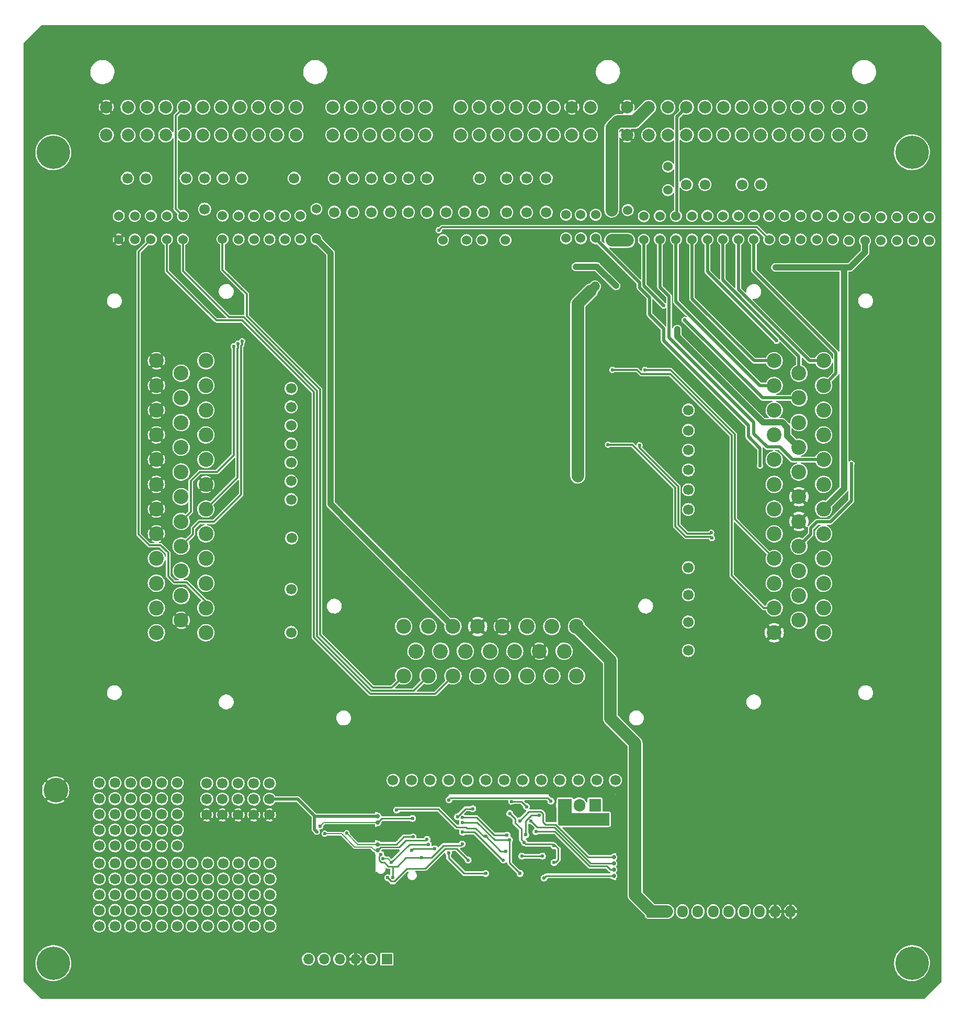
<source format=gbl>
G75*
G70*
%OFA0B0*%
%FSLAX25Y25*%
%IPPOS*%
%LPD*%
%AMOC8*
5,1,8,0,0,1.08239X$1,22.5*
%
%ADD10C,0.01969*%
%ADD11O,0.06693X0.07677*%
%ADD19C,0.15748*%
%ADD26C,0.03150*%
%ADD33R,0.07500X0.07874*%
%ADD35R,1.54528X0.00984*%
%ADD37C,0.21260*%
%ADD39C,0.06693*%
%ADD41C,0.07874*%
%ADD47C,0.02756*%
%ADD48R,0.06693X0.06693*%
%ADD51R,0.00984X0.19882*%
%ADD58C,0.02362*%
%ADD60O,0.06693X0.06693*%
%ADD61C,0.01181*%
%ADD62C,0.00787*%
%ADD67O,0.07500X0.07874*%
%ADD68R,0.00984X0.03740*%
%ADD69C,0.05906*%
%ADD70C,0.00984*%
%ADD76C,0.00800*%
%ADD77R,0.00984X0.12205*%
%ADD78R,0.00984X0.08858*%
%ADD80C,0.03937*%
%ADD86C,0.09449*%
%ADD87R,0.00984X0.38386*%
%ADD90C,0.06000*%
X0000000Y0000000D02*
%LPD*%
G01*
D86*
X0510630Y0234154D03*
X0510630Y0249902D03*
X0510630Y0265650D03*
X0510630Y0281398D03*
X0510630Y0297146D03*
X0510630Y0312894D03*
X0510630Y0328642D03*
X0510630Y0344390D03*
X0510630Y0360138D03*
X0510630Y0375886D03*
X0510630Y0391634D03*
X0510630Y0407382D03*
X0494882Y0242028D03*
X0494882Y0257776D03*
X0494882Y0273524D03*
X0494882Y0289272D03*
X0494882Y0305020D03*
X0494882Y0320768D03*
X0494882Y0336516D03*
X0494882Y0352264D03*
X0494882Y0368012D03*
X0494882Y0383760D03*
X0494882Y0399508D03*
X0479134Y0234154D03*
X0479134Y0249902D03*
X0479134Y0265650D03*
X0479134Y0281398D03*
X0479134Y0297146D03*
X0479134Y0312894D03*
X0479134Y0328642D03*
X0479134Y0344390D03*
X0479134Y0360138D03*
X0479134Y0375886D03*
X0479134Y0391634D03*
X0479134Y0407382D03*
X0242913Y0206594D03*
X0258661Y0206594D03*
X0274409Y0206594D03*
X0290157Y0206594D03*
X0305906Y0206594D03*
X0321654Y0206594D03*
X0337402Y0206594D03*
X0353150Y0206594D03*
X0250787Y0222343D03*
X0266535Y0222343D03*
X0282283Y0222343D03*
X0298031Y0222343D03*
X0313780Y0222343D03*
X0329528Y0222343D03*
X0345276Y0222343D03*
X0242913Y0238091D03*
X0258661Y0238091D03*
X0274409Y0238091D03*
X0290157Y0238091D03*
X0305906Y0238091D03*
X0321654Y0238091D03*
X0337402Y0238091D03*
X0353150Y0238091D03*
X0085433Y0407382D03*
X0085433Y0391634D03*
X0085433Y0375886D03*
X0085433Y0360138D03*
X0085433Y0344390D03*
X0085433Y0328642D03*
X0085433Y0312894D03*
X0085433Y0297146D03*
X0085433Y0281398D03*
X0085433Y0265650D03*
X0085433Y0249902D03*
X0085433Y0234154D03*
X0101181Y0399508D03*
X0101181Y0383760D03*
X0101181Y0368012D03*
X0101181Y0352264D03*
X0101181Y0336516D03*
X0101181Y0320768D03*
X0101181Y0305020D03*
X0101181Y0289272D03*
X0101181Y0273524D03*
X0101181Y0257776D03*
X0101181Y0242028D03*
X0116929Y0407382D03*
X0116929Y0391634D03*
X0116929Y0375886D03*
X0116929Y0360138D03*
X0116929Y0344390D03*
X0116929Y0328642D03*
X0116929Y0312894D03*
X0116929Y0297146D03*
X0116929Y0281398D03*
X0116929Y0265650D03*
X0116929Y0249902D03*
X0116929Y0234154D03*
D39*
X0198819Y0501969D03*
X0173228Y0523622D03*
X0321260Y0501969D03*
X0424409Y0375984D03*
D90*
X0102362Y0499626D03*
X0102362Y0484626D03*
X0577953Y0498839D03*
X0577953Y0483839D03*
D58*
X0187625Y0107333D03*
X0189692Y0110778D03*
X0192644Y0106152D03*
X0206621Y0106447D03*
D90*
X0526772Y0498839D03*
X0526772Y0483839D03*
D39*
X0210630Y0523622D03*
X0342520Y0140157D03*
X0354331Y0140157D03*
D90*
X0436614Y0499626D03*
X0436614Y0484626D03*
X0355906Y0500413D03*
X0355906Y0485413D03*
D39*
X0171260Y0354331D03*
D90*
X0466142Y0499626D03*
X0466142Y0484626D03*
D39*
X0210630Y0501969D03*
X0435039Y0519685D03*
X0171260Y0234252D03*
D90*
X0537008Y0498839D03*
X0537008Y0483839D03*
D39*
X0078740Y0047244D03*
X0078740Y0057244D03*
X0078740Y0067244D03*
X0078740Y0077244D03*
X0078740Y0087244D03*
X0088740Y0047244D03*
X0088740Y0057244D03*
X0088740Y0067244D03*
X0088740Y0077244D03*
X0088740Y0087244D03*
X0098740Y0047244D03*
X0098740Y0057244D03*
X0098740Y0067244D03*
X0098740Y0077244D03*
X0098740Y0087244D03*
X0424409Y0362992D03*
X0222441Y0501969D03*
X0049055Y0098425D03*
X0049055Y0108425D03*
X0049055Y0118425D03*
X0049055Y0128425D03*
X0049055Y0138425D03*
X0059055Y0098425D03*
X0059055Y0108425D03*
X0059055Y0118425D03*
X0059055Y0128425D03*
X0059055Y0138425D03*
X0069055Y0098425D03*
X0069055Y0108425D03*
X0069055Y0118425D03*
X0069055Y0128425D03*
X0069055Y0138425D03*
X0271654Y0140157D03*
D37*
X0019685Y0023622D03*
D39*
X0222441Y0523622D03*
D90*
X0485827Y0499626D03*
X0485827Y0484626D03*
D39*
X0366142Y0140157D03*
D90*
X0147638Y0499626D03*
X0147638Y0484626D03*
X0385827Y0503346D03*
X0385827Y0484055D03*
X0506299Y0499626D03*
X0506299Y0484626D03*
D39*
X0171260Y0318898D03*
D90*
X0177165Y0499823D03*
X0177165Y0484823D03*
D39*
X0257874Y0501969D03*
X0171260Y0342520D03*
X0139764Y0523622D03*
X0137795Y0047244D03*
X0137795Y0057244D03*
X0137795Y0067244D03*
X0137795Y0077244D03*
X0137795Y0087244D03*
X0147795Y0047244D03*
X0147795Y0057244D03*
X0147795Y0067244D03*
X0147795Y0077244D03*
X0147795Y0087244D03*
X0157795Y0047244D03*
X0157795Y0057244D03*
X0157795Y0067244D03*
X0157795Y0077244D03*
X0157795Y0087244D03*
D48*
X0232283Y0026181D03*
D60*
X0222283Y0026181D03*
X0212283Y0026181D03*
X0202283Y0026181D03*
X0192283Y0026181D03*
X0182283Y0026181D03*
D39*
X0424409Y0350394D03*
X0333858Y0523622D03*
X0078740Y0098425D03*
X0078740Y0108425D03*
X0078740Y0118425D03*
X0078740Y0128425D03*
X0078740Y0138425D03*
X0088740Y0098425D03*
X0088740Y0108425D03*
X0088740Y0118425D03*
X0088740Y0128425D03*
X0088740Y0138425D03*
X0098740Y0098425D03*
X0098740Y0108425D03*
X0098740Y0118425D03*
X0098740Y0128425D03*
X0098740Y0138425D03*
D90*
X0307894Y0484252D03*
X0292894Y0484252D03*
D39*
X0171260Y0377953D03*
D90*
X0127559Y0499823D03*
X0127559Y0484823D03*
X0426772Y0499626D03*
X0426772Y0484626D03*
D37*
X0566929Y0540157D03*
X0566929Y0023622D03*
D39*
X0234252Y0523583D03*
X0458661Y0519685D03*
X0116142Y0523622D03*
X0116142Y0503937D03*
X0377953Y0140157D03*
X0104331Y0523622D03*
X0423228Y0519685D03*
X0424409Y0258268D03*
X0293701Y0501969D03*
X0234252Y0501969D03*
D90*
X0157480Y0499626D03*
X0157480Y0484626D03*
X0567717Y0498839D03*
X0567717Y0483839D03*
D39*
X0248031Y0140157D03*
X0270079Y0501969D03*
X0424409Y0222835D03*
X0281890Y0501969D03*
D90*
X0061417Y0499626D03*
X0061417Y0484626D03*
X0406299Y0499626D03*
X0406299Y0484626D03*
D39*
X0157480Y0118110D03*
X0147480Y0118110D03*
X0137480Y0118110D03*
X0127480Y0118110D03*
X0117480Y0118110D03*
X0157480Y0128110D03*
X0147480Y0128110D03*
X0137480Y0128110D03*
X0127480Y0128110D03*
X0117480Y0128110D03*
X0157480Y0138110D03*
X0147480Y0138110D03*
X0137480Y0138110D03*
X0127480Y0138110D03*
X0117480Y0138110D03*
D90*
X0456299Y0499626D03*
X0456299Y0484626D03*
D39*
X0318898Y0140157D03*
X0307087Y0140157D03*
X0308661Y0523622D03*
D37*
X0019685Y0540157D03*
D39*
X0127953Y0523622D03*
X0078740Y0523622D03*
X0424409Y0312598D03*
D90*
X0396063Y0499429D03*
X0396063Y0484429D03*
D39*
X0171654Y0294488D03*
X0066929Y0523622D03*
D90*
X0268091Y0484252D03*
X0283091Y0484252D03*
D39*
X0236220Y0140157D03*
D90*
X0375591Y0503346D03*
X0375591Y0484055D03*
D39*
X0291339Y0523622D03*
X0049055Y0047244D03*
X0049055Y0057244D03*
X0049055Y0067244D03*
X0049055Y0077244D03*
X0049055Y0087244D03*
X0059055Y0047244D03*
X0059055Y0057244D03*
X0059055Y0067244D03*
X0059055Y0077244D03*
X0059055Y0087244D03*
X0069055Y0047244D03*
X0069055Y0057244D03*
X0069055Y0067244D03*
X0069055Y0077244D03*
X0069055Y0087244D03*
D90*
X0137795Y0499626D03*
X0137795Y0484626D03*
X0446457Y0499626D03*
X0446457Y0484626D03*
D39*
X0333858Y0501969D03*
X0171260Y0389764D03*
X0330709Y0140157D03*
D47*
X0376969Y0079232D03*
X0376969Y0083169D03*
X0376969Y0087106D03*
X0376969Y0091043D03*
D51*
X0224902Y0082874D03*
D87*
X0378445Y0112795D03*
D78*
X0224902Y0106299D03*
D35*
X0301673Y0073425D03*
D77*
X0224902Y0125886D03*
D35*
X0301673Y0131496D03*
D68*
X0378445Y0074803D03*
D47*
X0226378Y0117224D03*
X0226378Y0113287D03*
X0226378Y0099311D03*
X0226378Y0095374D03*
D90*
X0416535Y0499626D03*
X0416535Y0484626D03*
D39*
X0246063Y0501969D03*
D90*
X0187402Y0504134D03*
X0187402Y0484843D03*
D39*
X0424409Y0325197D03*
X0259843Y0140157D03*
G36*
G01*
X0397638Y0053642D02*
X0397638Y0059350D01*
G75*
G02*
X0398622Y0060335I0000984J0000000D01*
G01*
X0403346Y0060335D01*
G75*
G02*
X0404331Y0059350I0000000J-000984D01*
G01*
X0404331Y0053642D01*
G75*
G02*
X0403346Y0052657I-000984J0000000D01*
G01*
X0398622Y0052657D01*
G75*
G02*
X0397638Y0053642I0000000J0000984D01*
G01*
G37*
D11*
X0410827Y0056496D03*
X0420669Y0056496D03*
X0430512Y0056496D03*
X0440354Y0056496D03*
X0450197Y0056496D03*
X0460039Y0056496D03*
X0469882Y0056496D03*
X0479724Y0056496D03*
X0489567Y0056496D03*
D39*
X0424409Y0275591D03*
D90*
X0081890Y0499626D03*
X0081890Y0484626D03*
X0092126Y0499626D03*
X0092126Y0484626D03*
D39*
X0283465Y0140157D03*
X0295276Y0140157D03*
X0308661Y0501969D03*
X0171260Y0366142D03*
X0470472Y0519685D03*
D90*
X0167323Y0499626D03*
X0167323Y0484626D03*
D41*
X0533858Y0551181D03*
X0520079Y0551181D03*
X0506299Y0551181D03*
X0494094Y0551181D03*
X0482283Y0551181D03*
X0470472Y0551181D03*
X0458661Y0551181D03*
X0446850Y0551181D03*
X0435039Y0551181D03*
X0423228Y0551181D03*
X0411417Y0551181D03*
X0399213Y0551181D03*
X0385433Y0551181D03*
X0533858Y0568898D03*
X0520079Y0568898D03*
X0506299Y0568898D03*
X0494094Y0568898D03*
X0482283Y0568898D03*
X0470472Y0568898D03*
X0458661Y0568898D03*
X0446850Y0568898D03*
X0435039Y0568898D03*
X0423228Y0568898D03*
X0411417Y0568898D03*
X0399213Y0568898D03*
X0385433Y0568898D03*
X0362008Y0551181D03*
X0350197Y0551181D03*
X0338386Y0551181D03*
X0326575Y0551181D03*
X0314764Y0551181D03*
X0302953Y0551181D03*
X0291142Y0551181D03*
X0279331Y0551181D03*
X0362008Y0568898D03*
X0350197Y0568898D03*
X0338386Y0568898D03*
X0326575Y0568898D03*
X0314764Y0568898D03*
X0302953Y0568898D03*
X0291142Y0568898D03*
X0279331Y0568898D03*
X0256890Y0551181D03*
X0245079Y0551181D03*
X0233268Y0551181D03*
X0221457Y0551181D03*
X0209646Y0551181D03*
X0197835Y0551181D03*
X0256890Y0568898D03*
X0245079Y0568898D03*
X0233268Y0568898D03*
X0221457Y0568898D03*
X0209646Y0568898D03*
X0197835Y0568898D03*
X0174409Y0551181D03*
X0162205Y0551181D03*
X0150394Y0551181D03*
X0138583Y0551181D03*
X0126772Y0551181D03*
X0114961Y0551181D03*
X0103150Y0551181D03*
X0091339Y0551181D03*
X0079528Y0551181D03*
X0067323Y0551181D03*
X0053543Y0551181D03*
X0174409Y0568898D03*
X0162205Y0568898D03*
X0150394Y0568898D03*
X0138583Y0568898D03*
X0126772Y0568898D03*
X0114961Y0568898D03*
X0103150Y0568898D03*
X0091339Y0568898D03*
X0079528Y0568898D03*
X0067323Y0568898D03*
X0053543Y0568898D03*
D39*
X0171260Y0330709D03*
D90*
X0411417Y0531122D03*
X0411417Y0516122D03*
X0475984Y0499626D03*
X0475984Y0484626D03*
X0496063Y0499626D03*
X0496063Y0484626D03*
X0547244Y0498839D03*
X0547244Y0483839D03*
D39*
X0321260Y0523622D03*
D90*
X0346457Y0500413D03*
X0346457Y0485413D03*
X0557480Y0498839D03*
X0557480Y0483839D03*
D39*
X0108110Y0047244D03*
X0108110Y0057244D03*
X0108110Y0067244D03*
X0108110Y0077244D03*
X0108110Y0087244D03*
X0118110Y0047244D03*
X0118110Y0057244D03*
X0118110Y0067244D03*
X0118110Y0077244D03*
X0118110Y0087244D03*
X0128110Y0047244D03*
X0128110Y0057244D03*
X0128110Y0067244D03*
X0128110Y0077244D03*
X0128110Y0087244D03*
X0171260Y0261811D03*
X0424409Y0240945D03*
X0424409Y0337795D03*
X0198819Y0523622D03*
X0246063Y0523622D03*
D90*
X0516535Y0499626D03*
X0516535Y0484626D03*
X0071654Y0499626D03*
X0071654Y0484626D03*
D39*
X0257874Y0523622D03*
D90*
X0365354Y0500413D03*
X0365354Y0485413D03*
D19*
X0021260Y0133858D03*
D58*
X0479921Y0466929D03*
X0480709Y0420079D03*
X0528346Y0341732D03*
X0259843Y0019685D03*
X0084252Y0468898D03*
X0513386Y0368110D03*
X0480315Y0460630D03*
X0098425Y0019685D03*
X0403543Y0426772D03*
X0207874Y0464173D03*
X0209449Y0557874D03*
X0141732Y0161417D03*
X0222047Y0105906D03*
X0391339Y0331102D03*
X0019685Y0606299D03*
X0413386Y0196850D03*
X0381890Y0093994D03*
X0521260Y0302362D03*
X0198031Y0557874D03*
X0367717Y0184252D03*
X0344094Y0547244D03*
X0148819Y0102362D03*
X0398819Y0412598D03*
X0146850Y0440157D03*
X0185433Y0207087D03*
X0212598Y0133858D03*
X0361024Y0479921D03*
X0398425Y0165354D03*
X0133071Y0465354D03*
X0301969Y0194882D03*
X0338189Y0444882D03*
X0319685Y0397638D03*
X0070079Y0557087D03*
X0490157Y0264961D03*
D26*
X0179528Y0307874D03*
D58*
X0449213Y0438189D03*
X0547638Y0468504D03*
X0178740Y0089764D03*
X0356299Y0547244D03*
X0509843Y0399606D03*
D26*
X0159843Y0380709D03*
D58*
X0221260Y0557874D03*
X0551181Y0314961D03*
X0327953Y0495669D03*
X0236220Y0241732D03*
X0019685Y0236220D03*
D26*
X0005118Y0050000D03*
D58*
X0195276Y0515354D03*
X0019685Y0157480D03*
X0147638Y0557480D03*
X0570866Y0452756D03*
X0185039Y0606299D03*
X0293701Y0557087D03*
X0449213Y0557087D03*
D26*
X0176378Y0248031D03*
D58*
X0421654Y0480315D03*
X0121260Y0451969D03*
D26*
X0009055Y0612205D03*
D58*
X0392520Y0479921D03*
X0570866Y0334646D03*
X0570866Y0374016D03*
X0492126Y0606299D03*
X0496850Y0440945D03*
X0441339Y0503543D03*
X0309843Y0173622D03*
X0468504Y0413386D03*
X0290945Y0174409D03*
X0393701Y0295276D03*
X0334646Y0334646D03*
X0117717Y0557087D03*
X0130709Y0442913D03*
X0080709Y0172835D03*
X0511811Y0196850D03*
X0255906Y0590551D03*
X0131102Y0388189D03*
X0132677Y0480709D03*
X0368504Y0236220D03*
X0381890Y0120472D03*
X0332677Y0199213D03*
X0141732Y0212598D03*
X0019685Y0433071D03*
X0452756Y0196850D03*
X0446457Y0288583D03*
X0460630Y0275591D03*
X0172835Y0428740D03*
X0430709Y0290551D03*
X0216535Y0255906D03*
X0464567Y0340945D03*
X0472441Y0098425D03*
X0157874Y0430315D03*
X0398425Y0372047D03*
X0503150Y0274803D03*
X0211811Y0088976D03*
D26*
X0142913Y0307087D03*
X0133071Y0340157D03*
D58*
X0452756Y0216535D03*
X0374016Y0295276D03*
X0275591Y0606299D03*
X0329134Y0557087D03*
X0389370Y0450000D03*
X0504724Y0308268D03*
X0196457Y0297638D03*
X0019685Y0354331D03*
X0019685Y0511811D03*
X0308268Y0068898D03*
X0161417Y0451969D03*
X0190551Y0140157D03*
X0142913Y0480315D03*
X0315354Y0495276D03*
X0311811Y0232677D03*
X0042913Y0444488D03*
X0212598Y0122047D03*
X0461024Y0557087D03*
X0061417Y0475591D03*
X0490157Y0462598D03*
X0416142Y0434252D03*
X0072047Y0281496D03*
X0267717Y0174803D03*
X0570866Y0295276D03*
X0303150Y0214961D03*
X0490945Y0475591D03*
X0470079Y0400787D03*
X0542520Y0502756D03*
D26*
X0127165Y0315354D03*
D58*
X0083858Y0433465D03*
X0194094Y0494882D03*
X0157480Y0590551D03*
X0398425Y0137402D03*
X0196063Y0190945D03*
X0417323Y0081890D03*
X0051181Y0161417D03*
X0393701Y0369685D03*
X0019685Y0196850D03*
X0317323Y0557087D03*
X0259055Y0494488D03*
X0442913Y0462598D03*
X0066535Y0314173D03*
X0446850Y0266535D03*
X0251181Y0043307D03*
X0496457Y0557087D03*
X0492520Y0428346D03*
X0229528Y0203543D03*
X0373228Y0255512D03*
X0503937Y0380315D03*
X0505512Y0353150D03*
X0202756Y0480709D03*
X0190945Y0449213D03*
X0255906Y0334646D03*
X0357480Y0194882D03*
X0446850Y0355906D03*
X0097244Y0480315D03*
X0486220Y0342913D03*
X0383071Y0155512D03*
X0415748Y0389764D03*
X0080709Y0242913D03*
X0351181Y0503543D03*
X0398425Y0094094D03*
D26*
X0130315Y0348425D03*
D58*
X0182677Y0480315D03*
X0464567Y0322835D03*
D26*
X0040157Y0006299D03*
D58*
X0204724Y0140157D03*
X0340551Y0215354D03*
X0283858Y0068898D03*
X0214961Y0214961D03*
X0038583Y0510236D03*
X0364567Y0205118D03*
X0300787Y0171260D03*
X0357874Y0458268D03*
D26*
X0130315Y0364173D03*
D58*
X0236220Y0557087D03*
X0394094Y0407087D03*
X0473228Y0557087D03*
X0372047Y0405118D03*
X0295276Y0255906D03*
X0350787Y0228346D03*
X0433858Y0371260D03*
X0019685Y0078740D03*
X0080315Y0227953D03*
X0369685Y0378740D03*
X0248031Y0557087D03*
X0392520Y0465354D03*
X0472441Y0137795D03*
X0121654Y0102362D03*
X0501575Y0503150D03*
X0144882Y0419291D03*
X0322441Y0488189D03*
X0381890Y0132283D03*
X0374803Y0329134D03*
D26*
X0159843Y0369291D03*
D58*
X0570866Y0177165D03*
X0195669Y0537402D03*
X0309449Y0194488D03*
X0142913Y0455906D03*
X0518504Y0417323D03*
X0511417Y0475984D03*
X0039370Y0590551D03*
X0294488Y0194882D03*
X0258661Y0220866D03*
X0405512Y0367323D03*
X0416929Y0011811D03*
X0401181Y0479921D03*
X0197638Y0088976D03*
X0460630Y0291339D03*
X0462205Y0461024D03*
X0044882Y0308268D03*
X0360236Y0168504D03*
X0472441Y0254331D03*
X0255906Y0374016D03*
X0434252Y0387795D03*
X0289370Y0214961D03*
X0360630Y0503543D03*
X0531496Y0430709D03*
X0442126Y0363780D03*
X0067717Y0333858D03*
X0503543Y0293307D03*
D26*
X0135433Y0326772D03*
D58*
X0453543Y0395669D03*
X0341339Y0418504D03*
X0422047Y0503543D03*
X0570866Y0216535D03*
X0511811Y0137795D03*
X0295276Y0590551D03*
X0180709Y0542520D03*
X0298425Y0439764D03*
X0403150Y0524016D03*
X0209449Y0070079D03*
X0098425Y0606299D03*
X0434646Y0460236D03*
X0019685Y0118110D03*
X0334646Y0590551D03*
X0551181Y0137795D03*
X0129921Y0557087D03*
X0093307Y0250394D03*
X0374016Y0019685D03*
X0178740Y0117323D03*
X0393701Y0590551D03*
X0367717Y0068898D03*
X0413386Y0606299D03*
D26*
X0539370Y0006299D03*
D58*
X0373622Y0448819D03*
X0180709Y0518504D03*
X0425591Y0395669D03*
X0236220Y0606299D03*
X0445276Y0332677D03*
X0398425Y0107480D03*
X0394882Y0438189D03*
D26*
X0174016Y0447244D03*
D58*
X0085433Y0305118D03*
X0481102Y0503150D03*
X0448819Y0372835D03*
X0511811Y0590551D03*
X0424016Y0427165D03*
X0379921Y0459843D03*
X0446063Y0234252D03*
X0247244Y0200394D03*
X0371654Y0168504D03*
X0334646Y0255906D03*
X0152362Y0469291D03*
X0368504Y0363386D03*
X0081102Y0208661D03*
X0519291Y0254724D03*
X0551181Y0606299D03*
X0216535Y0413386D03*
X0273228Y0043307D03*
X0398031Y0074803D03*
X0405118Y0373228D03*
X0324803Y0227953D03*
X0107874Y0101969D03*
X0152362Y0479921D03*
X0460630Y0308268D03*
X0445276Y0320472D03*
X0518898Y0315354D03*
X0116142Y0495669D03*
X0216535Y0374016D03*
X0227165Y0135433D03*
X0019685Y0393701D03*
X0196063Y0213780D03*
X0255906Y0295276D03*
X0216929Y0494094D03*
X0222047Y0069685D03*
X0458268Y0355906D03*
X0461417Y0503150D03*
X0371654Y0393307D03*
X0189370Y0401181D03*
X0451181Y0460236D03*
X0295276Y0295276D03*
X0446457Y0249606D03*
X0511811Y0019685D03*
X0254724Y0249606D03*
X0503937Y0254724D03*
X0402362Y0330315D03*
X0381890Y0074803D03*
D26*
X0157087Y0400000D03*
D58*
X0212992Y0110236D03*
X0346063Y0364173D03*
X0262598Y0200000D03*
X0093701Y0263780D03*
X0106299Y0557087D03*
X0179528Y0129134D03*
X0344882Y0397244D03*
D26*
X0348425Y0135039D03*
D58*
X0281890Y0557087D03*
X0277165Y0172441D03*
X0059055Y0433071D03*
X0165354Y0557087D03*
X0413386Y0510236D03*
X0254724Y0172835D03*
X0489764Y0298425D03*
X0051181Y0216535D03*
X0274016Y0220472D03*
X0450787Y0011417D03*
D26*
X0253937Y0135039D03*
D58*
X0035433Y0102362D03*
X0431496Y0475197D03*
X0551181Y0236220D03*
X0551181Y0354331D03*
X0461417Y0475197D03*
X0307087Y0355512D03*
X0551181Y0196850D03*
X0156693Y0546850D03*
X0362992Y0405118D03*
X0169685Y0193307D03*
X0216535Y0177165D03*
X0314961Y0606299D03*
X0551181Y0433071D03*
X0067717Y0421260D03*
X0442126Y0378740D03*
D26*
X0161417Y0348425D03*
D58*
X0287402Y0384646D03*
X0531890Y0463386D03*
X0522441Y0285039D03*
X0255906Y0275591D03*
X0092913Y0289764D03*
X0283465Y0019685D03*
X0456299Y0364567D03*
X0019685Y0314961D03*
X0287402Y0464567D03*
X0137795Y0606299D03*
X0398425Y0363780D03*
X0570866Y0590551D03*
X0172047Y0459843D03*
X0124409Y0415748D03*
X0410236Y0078740D03*
X0051181Y0255906D03*
X0516535Y0324803D03*
X0217323Y0148031D03*
X0273228Y0195276D03*
X0430709Y0302756D03*
X0334252Y0068898D03*
X0042913Y0352756D03*
X0255906Y0452756D03*
X0240551Y0068898D03*
X0352756Y0044094D03*
X0511811Y0059055D03*
X0551181Y0098425D03*
X0394882Y0511811D03*
X0414961Y0339370D03*
X0337402Y0487402D03*
X0548425Y0459055D03*
X0570866Y0255906D03*
X0382677Y0162205D03*
X0433071Y0137795D03*
X0383071Y0183858D03*
X0059055Y0019685D03*
X0304331Y0450394D03*
X0118110Y0590551D03*
X0570866Y0413386D03*
D26*
X0130315Y0356299D03*
D58*
X0492126Y0078740D03*
X0019685Y0275591D03*
X0437402Y0429921D03*
X0522047Y0502756D03*
X0098425Y0433071D03*
X0131102Y0407480D03*
X0042126Y0392126D03*
X0511811Y0098425D03*
X0334646Y0295276D03*
D26*
X0579134Y0609449D03*
D58*
X0250394Y0233858D03*
X0190157Y0148031D03*
X0464961Y0252362D03*
X0177165Y0059055D03*
D26*
X0174409Y0279134D03*
D58*
X0325591Y0183071D03*
D26*
X0301181Y0135433D03*
D58*
X0034252Y0060236D03*
X0255906Y0413386D03*
X0425197Y0442520D03*
X0067717Y0383071D03*
X0085827Y0557087D03*
X0116535Y0430709D03*
X0188976Y0464567D03*
X0107480Y0120472D03*
X0162598Y0480315D03*
X0429528Y0556299D03*
X0140945Y0557087D03*
X0403543Y0074803D03*
X0305512Y0557087D03*
X0178740Y0102362D03*
X0444882Y0303937D03*
X0551181Y0393701D03*
X0508661Y0557087D03*
X0346063Y0412795D03*
X0204724Y0203150D03*
X0115748Y0465354D03*
X0322047Y0043307D03*
X0290157Y0420472D03*
X0295276Y0334646D03*
X0168504Y0148425D03*
X0127559Y0329921D03*
X0320866Y0444488D03*
X0340551Y0227953D03*
X0307087Y0019685D03*
X0086614Y0273228D03*
X0317323Y0189764D03*
D26*
X0130315Y0372047D03*
D58*
X0177165Y0413386D03*
X0019685Y0472441D03*
X0403150Y0442520D03*
X0216535Y0590551D03*
X0464567Y0333071D03*
X0172441Y0480315D03*
X0354331Y0606299D03*
X0501181Y0413386D03*
X0341339Y0370079D03*
X0229528Y0225591D03*
X0364567Y0211811D03*
X0337008Y0168504D03*
X0551181Y0059055D03*
X0078740Y0590551D03*
X0551181Y0275591D03*
X0342520Y0199213D03*
X0433071Y0590551D03*
X0100394Y0461024D03*
X0407874Y0412598D03*
X0423622Y0085433D03*
X0124016Y0438189D03*
X0472441Y0590551D03*
X0417323Y0351181D03*
X0297638Y0043307D03*
X0452756Y0606299D03*
X0439764Y0447638D03*
X0393701Y0216535D03*
D26*
X0161024Y0358661D03*
D58*
X0336614Y0459843D03*
X0413386Y0118110D03*
X0523228Y0557087D03*
X0205512Y0225984D03*
X0334646Y0019685D03*
X0222047Y0124016D03*
D26*
X0581102Y0051969D03*
D58*
X0400787Y0392520D03*
X0517323Y0386220D03*
X0326378Y0199213D03*
X0531496Y0078740D03*
X0347638Y0168504D03*
X0570866Y0078740D03*
X0216535Y0334646D03*
X0505512Y0337795D03*
X0260630Y0068504D03*
X0066535Y0289764D03*
X0115748Y0480709D03*
X0216535Y0452756D03*
X0501181Y0475591D03*
X0451575Y0475197D03*
X0410236Y0347638D03*
D26*
X0582677Y0559055D03*
D58*
X0475591Y0475591D03*
X0107480Y0407087D03*
X0381890Y0107087D03*
X0240157Y0494882D03*
X0514567Y0457087D03*
X0137795Y0019685D03*
X0445276Y0340551D03*
X0527559Y0475591D03*
X0479528Y0011024D03*
X0441339Y0475197D03*
X0411811Y0479921D03*
D26*
X0579921Y0516142D03*
D58*
X0413780Y0064173D03*
X0188583Y0179921D03*
X0465748Y0262598D03*
X0285433Y0195669D03*
X0222047Y0084252D03*
X0500394Y0347638D03*
X0077559Y0457480D03*
X0470079Y0340551D03*
X0352756Y0467323D03*
X0378346Y0455118D03*
X0417323Y0427559D03*
X0422047Y0433465D03*
X0408661Y0442520D03*
X0375984Y0401575D03*
X0373228Y0353937D03*
X0439370Y0294488D03*
X0396850Y0401575D03*
X0438976Y0297835D03*
X0393307Y0353543D03*
D26*
X0353937Y0340157D03*
X0364961Y0454724D03*
X0353937Y0390157D03*
X0362205Y0451969D03*
X0353937Y0386614D03*
X0353937Y0333858D03*
D58*
X0134646Y0416535D03*
X0140024Y0419796D03*
X0265354Y0490551D03*
X0137265Y0418281D03*
D80*
X0537008Y0476378D02*
X0537008Y0483839D01*
X0523622Y0466142D02*
X0524409Y0466929D01*
X0523622Y0325886D02*
X0523622Y0466142D01*
X0479921Y0466929D02*
X0524409Y0466929D01*
X0527559Y0466929D02*
X0537008Y0476378D01*
X0524409Y0466929D02*
X0527559Y0466929D01*
X0510630Y0312894D02*
X0523622Y0325886D01*
D10*
X0480709Y0420079D02*
X0436614Y0464173D01*
X0436614Y0464173D02*
X0436614Y0484626D01*
X0482677Y0352362D02*
X0474803Y0352362D01*
X0412205Y0448425D02*
X0406299Y0454331D01*
X0406299Y0454331D02*
X0406299Y0484626D01*
X0466142Y0361024D02*
X0466142Y0368110D01*
X0490650Y0344390D02*
X0482677Y0352362D01*
X0510630Y0344390D02*
X0490650Y0344390D01*
X0412205Y0422047D02*
X0412205Y0448425D01*
X0474803Y0352362D02*
X0466142Y0361024D01*
X0466142Y0368110D02*
X0412205Y0422047D01*
X0466142Y0464961D02*
X0518504Y0412598D01*
X0518504Y0399508D02*
X0510630Y0391634D01*
X0466142Y0484626D02*
X0466142Y0464961D01*
D61*
X0466142Y0464961D02*
X0466142Y0475984D01*
X0518504Y0412598D02*
X0471457Y0459646D01*
X0466142Y0475984D02*
X0466142Y0484626D01*
D10*
X0518504Y0412598D02*
X0518504Y0399508D01*
D61*
X0471457Y0459646D02*
X0466142Y0464961D01*
D10*
X0501673Y0407382D02*
X0456299Y0452756D01*
X0510630Y0407382D02*
X0501673Y0407382D01*
X0456299Y0452756D02*
X0456299Y0484626D01*
X0502362Y0296752D02*
X0494882Y0289272D01*
X0528346Y0318110D02*
X0514961Y0304724D01*
X0528346Y0341732D02*
X0528346Y0318110D01*
X0514961Y0304724D02*
X0506299Y0304724D01*
X0506299Y0304724D02*
X0502362Y0300787D01*
X0502362Y0300787D02*
X0502362Y0296752D01*
X0365354Y0485039D02*
X0393309Y0457085D01*
X0399606Y0447680D02*
X0399606Y0437008D01*
X0399606Y0437008D02*
X0408661Y0427953D01*
X0462598Y0366142D02*
X0462598Y0359055D01*
X0393309Y0457085D02*
X0393309Y0453977D01*
X0365354Y0485413D02*
X0365354Y0485039D01*
X0470079Y0351575D02*
X0470079Y0340551D01*
X0393309Y0453977D02*
X0399606Y0447680D01*
X0408661Y0427953D02*
X0408661Y0420079D01*
X0462598Y0359055D02*
X0470079Y0351575D01*
X0408661Y0420079D02*
X0462598Y0366142D01*
D80*
X0417323Y0422835D02*
X0417323Y0427559D01*
X0366142Y0467323D02*
X0352756Y0467323D01*
X0472047Y0368110D02*
X0417323Y0422835D01*
X0484250Y0368110D02*
X0472047Y0368110D01*
X0378346Y0455118D02*
X0366142Y0467323D01*
X0487402Y0359449D02*
X0487402Y0364959D01*
X0494882Y0352264D02*
X0494587Y0352264D01*
X0487402Y0364959D02*
X0484250Y0368110D01*
X0494587Y0352264D02*
X0487402Y0359449D01*
D10*
X0471594Y0383760D02*
X0494882Y0383760D01*
X0422047Y0433465D02*
X0422047Y0433307D01*
X0422047Y0433307D02*
X0471594Y0383760D01*
X0396063Y0455118D02*
X0408661Y0442520D01*
X0396063Y0484429D02*
X0396063Y0455118D01*
X0446457Y0484626D02*
X0446457Y0458704D01*
X0446457Y0458704D02*
X0494882Y0410278D01*
X0494882Y0410278D02*
X0494882Y0399508D01*
D61*
X0375984Y0401575D02*
X0391732Y0401575D01*
X0472539Y0249902D02*
X0479134Y0249902D01*
X0412992Y0398819D02*
X0451970Y0359841D01*
X0451970Y0359841D02*
X0451970Y0270471D01*
X0391732Y0401575D02*
X0394488Y0398819D01*
X0451970Y0270471D02*
X0472539Y0249902D01*
X0394488Y0398819D02*
X0412992Y0398819D01*
X0439370Y0294488D02*
X0438581Y0295277D01*
X0416142Y0326378D02*
X0388583Y0353937D01*
X0422833Y0295277D02*
X0416142Y0301969D01*
X0438581Y0295277D02*
X0422833Y0295277D01*
X0388583Y0353937D02*
X0373228Y0353937D01*
X0416142Y0301969D02*
X0416142Y0326378D01*
X0396850Y0401575D02*
X0413017Y0401575D01*
X0413017Y0401575D02*
X0453937Y0360655D01*
X0453937Y0306594D02*
X0479134Y0281398D01*
X0453937Y0360655D02*
X0453937Y0306594D01*
X0393307Y0351994D02*
X0393307Y0353543D01*
X0438386Y0297244D02*
X0423647Y0297244D01*
X0438976Y0297835D02*
X0438386Y0297244D01*
X0423647Y0297244D02*
X0418110Y0302781D01*
X0418110Y0302781D02*
X0418110Y0327191D01*
X0418110Y0327191D02*
X0393307Y0351994D01*
D10*
X0470020Y0391634D02*
X0416535Y0445118D01*
X0479134Y0391634D02*
X0470020Y0391634D01*
X0416535Y0445118D02*
X0416535Y0484626D01*
X0426772Y0447008D02*
X0426772Y0484626D01*
X0479134Y0407382D02*
X0466398Y0407382D01*
X0466398Y0407382D02*
X0426772Y0447008D01*
D61*
X0127559Y0484823D02*
X0127559Y0465354D01*
X0223254Y0199213D02*
X0235531Y0199213D01*
X0142939Y0435852D02*
X0189760Y0389031D01*
X0189760Y0232706D02*
X0223254Y0199213D01*
X0235531Y0199213D02*
X0242913Y0206594D01*
X0142939Y0449975D02*
X0142939Y0435852D01*
X0127559Y0465354D02*
X0142939Y0449975D01*
X0189760Y0389031D02*
X0189760Y0232706D01*
X0102362Y0484626D02*
X0102362Y0464567D01*
X0187793Y0388216D02*
X0187793Y0231892D01*
X0131892Y0435037D02*
X0140972Y0435037D01*
X0222439Y0197246D02*
X0249313Y0197246D01*
X0102362Y0464567D02*
X0131892Y0435037D01*
X0249313Y0197246D02*
X0258661Y0206594D01*
X0187793Y0231892D02*
X0222439Y0197246D01*
X0140972Y0435037D02*
X0187793Y0388216D01*
X0092126Y0464567D02*
X0123622Y0433071D01*
X0123622Y0433071D02*
X0140157Y0433071D01*
X0140157Y0433071D02*
X0185827Y0387402D01*
X0185827Y0231077D02*
X0221624Y0195279D01*
X0221624Y0195279D02*
X0263094Y0195279D01*
X0263094Y0195279D02*
X0274409Y0206594D01*
X0185827Y0387402D02*
X0185827Y0231077D01*
X0092126Y0484626D02*
X0092126Y0464567D01*
D80*
X0196457Y0475787D02*
X0196457Y0316043D01*
X0210236Y0302264D02*
X0196457Y0316043D01*
X0274409Y0238091D02*
X0210236Y0302264D01*
X0187402Y0484843D02*
X0196457Y0475787D01*
D41*
X0374803Y0179528D02*
X0374803Y0216437D01*
X0353937Y0442126D02*
X0353937Y0390157D01*
X0362205Y0451969D02*
X0353937Y0443701D01*
D69*
X0364961Y0454724D02*
X0362205Y0451969D01*
D41*
X0390551Y0163780D02*
X0374803Y0179528D01*
X0353937Y0443701D02*
X0353937Y0442126D01*
X0400984Y0056496D02*
X0410827Y0056496D01*
X0385827Y0484055D02*
X0375591Y0484055D01*
X0353937Y0340157D02*
X0353937Y0390157D01*
X0374803Y0216437D02*
X0353150Y0238091D01*
X0353937Y0390157D02*
X0353937Y0386614D01*
X0353937Y0333858D02*
X0353937Y0346258D01*
X0390551Y0066929D02*
X0390551Y0163780D01*
X0400984Y0056496D02*
X0390551Y0066929D01*
D10*
X0187625Y0107333D02*
X0186220Y0108737D01*
X0186220Y0108737D02*
X0186220Y0116676D01*
X0226378Y0117224D02*
X0186769Y0117224D01*
X0186741Y0117196D02*
X0186347Y0117196D01*
X0186220Y0116676D02*
X0186741Y0117196D01*
X0186769Y0117224D02*
X0186741Y0117196D01*
X0175433Y0128110D02*
X0157480Y0128110D01*
X0186347Y0117196D02*
X0175433Y0128110D01*
D61*
X0112992Y0336614D02*
X0124016Y0336614D01*
X0107282Y0330904D02*
X0112992Y0336614D01*
X0107282Y0311120D02*
X0107282Y0330904D01*
X0134646Y0347244D02*
X0134646Y0416535D01*
X0124016Y0336614D02*
X0134646Y0347244D01*
X0101181Y0305020D02*
X0107282Y0311120D01*
X0112598Y0304724D02*
X0108661Y0300787D01*
X0140024Y0417424D02*
X0139370Y0416771D01*
X0108661Y0296752D02*
X0101181Y0289272D01*
X0139370Y0416771D02*
X0139370Y0322047D01*
X0108661Y0300787D02*
X0108661Y0296752D01*
X0122047Y0304724D02*
X0112598Y0304724D01*
X0140024Y0419796D02*
X0140024Y0417424D01*
X0139370Y0322047D02*
X0122047Y0304724D01*
X0265354Y0490551D02*
X0267323Y0492520D01*
X0468091Y0492520D02*
X0475984Y0484626D01*
X0267323Y0492520D02*
X0468091Y0492520D01*
X0137265Y0415538D02*
X0137008Y0415281D01*
X0137265Y0418281D02*
X0137265Y0415538D01*
X0137008Y0415281D02*
X0137008Y0332972D01*
X0137008Y0332972D02*
X0116929Y0312894D01*
X0088189Y0289764D02*
X0081102Y0289764D01*
X0092913Y0285039D02*
X0088189Y0289764D01*
X0116929Y0253937D02*
X0104724Y0266142D01*
X0081102Y0289764D02*
X0074016Y0296850D01*
X0074016Y0476752D02*
X0081890Y0484626D01*
X0104724Y0266142D02*
X0096850Y0266142D01*
X0074016Y0296850D02*
X0074016Y0476752D01*
X0092913Y0270079D02*
X0092913Y0285039D01*
X0096850Y0266142D02*
X0092913Y0270079D01*
X0116929Y0249902D02*
X0116929Y0253937D01*
D41*
X0379528Y0559843D02*
X0375591Y0555906D01*
X0399213Y0568898D02*
X0390157Y0559843D01*
X0390157Y0559843D02*
X0379528Y0559843D01*
X0375591Y0555906D02*
X0375591Y0503346D01*
D10*
X0417124Y0562793D02*
X0417124Y0500215D01*
X0423228Y0568898D02*
X0417124Y0562793D01*
X0417124Y0500215D02*
X0416535Y0499626D01*
D61*
X0097638Y0504350D02*
X0102362Y0499626D01*
X0103150Y0568898D02*
X0097638Y0563386D01*
X0097638Y0563386D02*
X0097638Y0504350D01*
D62*
X0192201Y0113287D02*
X0189692Y0110778D01*
X0226378Y0113287D02*
X0192201Y0113287D01*
X0226378Y0099311D02*
X0213757Y0099311D01*
X0213757Y0099311D02*
X0206621Y0106447D01*
X0192644Y0106152D02*
X0203297Y0106152D01*
X0222441Y0097638D02*
X0224705Y0095374D01*
X0224705Y0095374D02*
X0226378Y0095374D01*
X0203297Y0106152D02*
X0211811Y0097638D01*
X0211811Y0097638D02*
X0222441Y0097638D01*
G36*
X0574545Y0621185D02*
G01*
X0574591Y0621146D01*
X0585713Y0610024D01*
X0585822Y0609810D01*
X0585827Y0609749D01*
X0585827Y0012299D01*
X0585752Y0012070D01*
X0585713Y0012023D01*
X0574591Y0000902D01*
X0574377Y0000792D01*
X0574316Y0000787D01*
X0012299Y0000787D01*
X0012070Y0000862D01*
X0012023Y0000902D01*
X0000902Y0012023D01*
X0000792Y0012238D01*
X0000787Y0012299D01*
X0000787Y0023981D01*
X0008252Y0023981D01*
X0008287Y0022665D01*
X0008368Y0022094D01*
X0008440Y0021586D01*
X0008472Y0021361D01*
X0008806Y0020087D01*
X0009119Y0019285D01*
X0009195Y0019090D01*
X0009285Y0018860D01*
X0009901Y0017697D01*
X0010647Y0016611D01*
X0011512Y0015619D01*
X0012486Y0014733D01*
X0012496Y0014726D01*
X0012496Y0014726D01*
X0013547Y0013971D01*
X0013547Y0013971D01*
X0013556Y0013964D01*
X0014707Y0013324D01*
X0014717Y0013319D01*
X0014717Y0013319D01*
X0015735Y0012898D01*
X0015923Y0012820D01*
X0017190Y0012459D01*
X0017873Y0012347D01*
X0018478Y0012248D01*
X0018478Y0012248D01*
X0018489Y0012246D01*
X0019805Y0012184D01*
X0019816Y0012185D01*
X0019816Y0012185D01*
X0020741Y0012248D01*
X0021119Y0012274D01*
X0022414Y0012514D01*
X0022424Y0012517D01*
X0022424Y0012517D01*
X0023043Y0012707D01*
X0023672Y0012901D01*
X0023990Y0013040D01*
X0024868Y0013426D01*
X0024868Y0013426D01*
X0024878Y0013430D01*
X0024888Y0013436D01*
X0024888Y0013436D01*
X0026005Y0014089D01*
X0026005Y0014089D01*
X0026015Y0014095D01*
X0027068Y0014885D01*
X0027841Y0015619D01*
X0028015Y0015784D01*
X0028015Y0015784D01*
X0028023Y0015792D01*
X0028031Y0015800D01*
X0028861Y0016793D01*
X0028861Y0016793D01*
X0028868Y0016802D01*
X0029591Y0017903D01*
X0029596Y0017913D01*
X0029596Y0017913D01*
X0030178Y0019069D01*
X0030183Y0019079D01*
X0030635Y0020316D01*
X0030638Y0020327D01*
X0030940Y0021586D01*
X0030940Y0021586D01*
X0030943Y0021596D01*
X0030995Y0022028D01*
X0031072Y0022665D01*
X0031101Y0022904D01*
X0031124Y0023622D01*
X0031114Y0023786D01*
X0031049Y0024926D01*
X0031048Y0024937D01*
X0031012Y0025141D01*
X0030823Y0026223D01*
X0030823Y0026223D01*
X0030821Y0026234D01*
X0030820Y0026239D01*
X0178128Y0026239D01*
X0178196Y0025431D01*
X0178201Y0025413D01*
X0178201Y0025413D01*
X0178341Y0024926D01*
X0178419Y0024651D01*
X0178790Y0023930D01*
X0179294Y0023294D01*
X0179308Y0023282D01*
X0179309Y0023282D01*
X0179743Y0022912D01*
X0179912Y0022769D01*
X0179928Y0022759D01*
X0179928Y0022759D01*
X0180277Y0022564D01*
X0180620Y0022373D01*
X0180638Y0022367D01*
X0181373Y0022128D01*
X0181373Y0022128D01*
X0181391Y0022122D01*
X0182196Y0022026D01*
X0182215Y0022028D01*
X0182215Y0022028D01*
X0182493Y0022049D01*
X0183005Y0022088D01*
X0183786Y0022307D01*
X0183803Y0022315D01*
X0183803Y0022315D01*
X0184493Y0022664D01*
X0184493Y0022664D01*
X0184510Y0022672D01*
X0184622Y0022759D01*
X0185134Y0023160D01*
X0185134Y0023160D01*
X0185149Y0023172D01*
X0185163Y0023187D01*
X0185546Y0023631D01*
X0185679Y0023786D01*
X0185753Y0023916D01*
X0186071Y0024474D01*
X0186071Y0024474D01*
X0186080Y0024491D01*
X0186086Y0024510D01*
X0186330Y0025242D01*
X0186330Y0025242D01*
X0186336Y0025260D01*
X0186342Y0025304D01*
X0186436Y0026054D01*
X0186438Y0026065D01*
X0186439Y0026181D01*
X0186435Y0026220D01*
X0186434Y0026239D01*
X0188128Y0026239D01*
X0188196Y0025431D01*
X0188201Y0025413D01*
X0188201Y0025413D01*
X0188341Y0024926D01*
X0188419Y0024651D01*
X0188790Y0023930D01*
X0189294Y0023294D01*
X0189308Y0023282D01*
X0189309Y0023282D01*
X0189743Y0022912D01*
X0189912Y0022769D01*
X0189928Y0022759D01*
X0189928Y0022759D01*
X0190277Y0022564D01*
X0190620Y0022373D01*
X0190638Y0022367D01*
X0191373Y0022128D01*
X0191373Y0022128D01*
X0191391Y0022122D01*
X0192196Y0022026D01*
X0192215Y0022028D01*
X0192215Y0022028D01*
X0192493Y0022049D01*
X0193005Y0022088D01*
X0193786Y0022307D01*
X0193803Y0022315D01*
X0193803Y0022315D01*
X0194493Y0022664D01*
X0194493Y0022664D01*
X0194510Y0022672D01*
X0194622Y0022759D01*
X0195134Y0023160D01*
X0195134Y0023160D01*
X0195149Y0023172D01*
X0195163Y0023187D01*
X0195546Y0023631D01*
X0195679Y0023786D01*
X0195753Y0023916D01*
X0196071Y0024474D01*
X0196071Y0024474D01*
X0196080Y0024491D01*
X0196086Y0024510D01*
X0196330Y0025242D01*
X0196330Y0025242D01*
X0196336Y0025260D01*
X0196342Y0025304D01*
X0196436Y0026054D01*
X0196438Y0026065D01*
X0196439Y0026181D01*
X0196435Y0026220D01*
X0196434Y0026239D01*
X0198128Y0026239D01*
X0198196Y0025431D01*
X0198201Y0025413D01*
X0198201Y0025413D01*
X0198341Y0024926D01*
X0198419Y0024651D01*
X0198790Y0023930D01*
X0199294Y0023294D01*
X0199308Y0023282D01*
X0199309Y0023282D01*
X0199743Y0022912D01*
X0199912Y0022769D01*
X0199928Y0022759D01*
X0199928Y0022759D01*
X0200277Y0022564D01*
X0200620Y0022373D01*
X0200638Y0022367D01*
X0201373Y0022128D01*
X0201373Y0022128D01*
X0201391Y0022122D01*
X0202196Y0022026D01*
X0202215Y0022028D01*
X0202215Y0022028D01*
X0202493Y0022049D01*
X0203005Y0022088D01*
X0203786Y0022307D01*
X0203803Y0022315D01*
X0203803Y0022315D01*
X0204493Y0022664D01*
X0204493Y0022664D01*
X0204510Y0022672D01*
X0204622Y0022759D01*
X0205134Y0023160D01*
X0205134Y0023160D01*
X0205149Y0023172D01*
X0205163Y0023187D01*
X0205546Y0023631D01*
X0205679Y0023786D01*
X0205753Y0023916D01*
X0206071Y0024474D01*
X0206071Y0024474D01*
X0206080Y0024491D01*
X0206086Y0024510D01*
X0206296Y0025141D01*
X0208281Y0025141D01*
X0208416Y0024670D01*
X0208430Y0024635D01*
X0208783Y0023948D01*
X0208804Y0023916D01*
X0209284Y0023310D01*
X0209310Y0023283D01*
X0209898Y0022783D01*
X0209929Y0022761D01*
X0210604Y0022384D01*
X0210639Y0022369D01*
X0211241Y0022173D01*
X0211285Y0022173D01*
X0211299Y0022216D01*
X0211299Y0022225D01*
X0213268Y0022225D01*
X0213282Y0022180D01*
X0213323Y0022179D01*
X0213767Y0022303D01*
X0213803Y0022317D01*
X0214492Y0022665D01*
X0214524Y0022686D01*
X0215133Y0023161D01*
X0215161Y0023187D01*
X0215665Y0023772D01*
X0215687Y0023803D01*
X0216069Y0024475D01*
X0216084Y0024510D01*
X0216293Y0025138D01*
X0216294Y0025183D01*
X0216250Y0025197D01*
X0213329Y0025197D01*
X0213280Y0025181D01*
X0213268Y0025164D01*
X0213268Y0022225D01*
X0211299Y0022225D01*
X0211299Y0025135D01*
X0211283Y0025185D01*
X0211267Y0025197D01*
X0208327Y0025197D01*
X0208282Y0025182D01*
X0208281Y0025141D01*
X0206296Y0025141D01*
X0206330Y0025242D01*
X0206330Y0025242D01*
X0206336Y0025260D01*
X0206342Y0025304D01*
X0206436Y0026054D01*
X0206438Y0026065D01*
X0206439Y0026181D01*
X0206435Y0026220D01*
X0206434Y0026239D01*
X0218128Y0026239D01*
X0218196Y0025431D01*
X0218201Y0025413D01*
X0218201Y0025413D01*
X0218341Y0024926D01*
X0218419Y0024651D01*
X0218790Y0023930D01*
X0219294Y0023294D01*
X0219308Y0023282D01*
X0219309Y0023282D01*
X0219743Y0022912D01*
X0219912Y0022769D01*
X0219928Y0022759D01*
X0219928Y0022759D01*
X0220277Y0022564D01*
X0220620Y0022373D01*
X0220638Y0022367D01*
X0221373Y0022128D01*
X0221373Y0022128D01*
X0221391Y0022122D01*
X0222196Y0022026D01*
X0222215Y0022028D01*
X0222215Y0022028D01*
X0222493Y0022049D01*
X0223005Y0022088D01*
X0223786Y0022307D01*
X0223803Y0022315D01*
X0223803Y0022315D01*
X0224493Y0022664D01*
X0224493Y0022664D01*
X0224510Y0022672D01*
X0224619Y0022757D01*
X0228148Y0022757D01*
X0228193Y0022527D01*
X0228368Y0022266D01*
X0228629Y0022091D01*
X0228667Y0022084D01*
X0228667Y0022084D01*
X0228756Y0022066D01*
X0228859Y0022045D01*
X0235708Y0022045D01*
X0235811Y0022066D01*
X0235900Y0022084D01*
X0235900Y0022084D01*
X0235938Y0022091D01*
X0236199Y0022266D01*
X0236373Y0022527D01*
X0236419Y0022757D01*
X0236419Y0023981D01*
X0555496Y0023981D01*
X0555531Y0022665D01*
X0555612Y0022094D01*
X0555684Y0021586D01*
X0555716Y0021361D01*
X0556050Y0020087D01*
X0556363Y0019285D01*
X0556439Y0019090D01*
X0556529Y0018860D01*
X0557145Y0017697D01*
X0557891Y0016611D01*
X0558757Y0015619D01*
X0559731Y0014733D01*
X0559740Y0014726D01*
X0559740Y0014726D01*
X0560791Y0013971D01*
X0560791Y0013971D01*
X0560800Y0013964D01*
X0561951Y0013324D01*
X0561961Y0013319D01*
X0561961Y0013319D01*
X0562979Y0012898D01*
X0563167Y0012820D01*
X0564434Y0012459D01*
X0565117Y0012347D01*
X0565722Y0012248D01*
X0565722Y0012248D01*
X0565733Y0012246D01*
X0567049Y0012184D01*
X0567060Y0012185D01*
X0567060Y0012185D01*
X0567985Y0012248D01*
X0568363Y0012274D01*
X0569658Y0012514D01*
X0569668Y0012517D01*
X0569668Y0012517D01*
X0570287Y0012707D01*
X0570916Y0012901D01*
X0571234Y0013040D01*
X0572112Y0013426D01*
X0572112Y0013426D01*
X0572122Y0013430D01*
X0572132Y0013436D01*
X0572132Y0013436D01*
X0573250Y0014089D01*
X0573250Y0014089D01*
X0573259Y0014095D01*
X0574312Y0014885D01*
X0575085Y0015619D01*
X0575259Y0015784D01*
X0575259Y0015784D01*
X0575268Y0015792D01*
X0575275Y0015800D01*
X0576105Y0016793D01*
X0576105Y0016793D01*
X0576112Y0016802D01*
X0576835Y0017903D01*
X0576840Y0017913D01*
X0576840Y0017913D01*
X0577422Y0019069D01*
X0577427Y0019079D01*
X0577880Y0020316D01*
X0577882Y0020327D01*
X0578184Y0021586D01*
X0578184Y0021586D01*
X0578187Y0021596D01*
X0578239Y0022028D01*
X0578316Y0022665D01*
X0578345Y0022904D01*
X0578368Y0023622D01*
X0578358Y0023786D01*
X0578293Y0024926D01*
X0578292Y0024937D01*
X0578256Y0025141D01*
X0578067Y0026223D01*
X0578067Y0026223D01*
X0578066Y0026234D01*
X0577692Y0027497D01*
X0577687Y0027507D01*
X0577687Y0027507D01*
X0577266Y0028495D01*
X0577175Y0028708D01*
X0576999Y0029017D01*
X0576528Y0029842D01*
X0576522Y0029852D01*
X0576516Y0029861D01*
X0576516Y0029861D01*
X0575749Y0030904D01*
X0575743Y0030913D01*
X0575735Y0030921D01*
X0575735Y0030922D01*
X0574854Y0031870D01*
X0574846Y0031878D01*
X0574838Y0031885D01*
X0574838Y0031885D01*
X0573854Y0032726D01*
X0573853Y0032726D01*
X0573845Y0032733D01*
X0572752Y0033468D01*
X0571582Y0034072D01*
X0571571Y0034076D01*
X0571571Y0034076D01*
X0571084Y0034260D01*
X0570350Y0034537D01*
X0570339Y0034540D01*
X0570339Y0034540D01*
X0569488Y0034754D01*
X0569073Y0034858D01*
X0568307Y0034959D01*
X0567778Y0035029D01*
X0567778Y0035029D01*
X0567767Y0035030D01*
X0567756Y0035030D01*
X0567756Y0035030D01*
X0567248Y0035038D01*
X0566450Y0035051D01*
X0566439Y0035050D01*
X0566439Y0035050D01*
X0566245Y0035030D01*
X0565140Y0034920D01*
X0565129Y0034917D01*
X0563864Y0034642D01*
X0563864Y0034642D01*
X0563853Y0034639D01*
X0562607Y0034213D01*
X0561419Y0033646D01*
X0561409Y0033640D01*
X0561409Y0033640D01*
X0561143Y0033473D01*
X0560303Y0032946D01*
X0559275Y0032123D01*
X0558349Y0031187D01*
X0557536Y0030150D01*
X0557530Y0030141D01*
X0557530Y0030141D01*
X0556899Y0029109D01*
X0556848Y0029027D01*
X0556843Y0029017D01*
X0556843Y0029017D01*
X0556586Y0028463D01*
X0556294Y0027833D01*
X0555880Y0026583D01*
X0555613Y0025293D01*
X0555582Y0024948D01*
X0555540Y0024474D01*
X0555496Y0023981D01*
X0236419Y0023981D01*
X0236419Y0029605D01*
X0236373Y0029836D01*
X0236199Y0030097D01*
X0235938Y0030271D01*
X0235900Y0030279D01*
X0235900Y0030279D01*
X0235811Y0030296D01*
X0235708Y0030317D01*
X0228859Y0030317D01*
X0228756Y0030296D01*
X0228667Y0030279D01*
X0228667Y0030279D01*
X0228629Y0030271D01*
X0228368Y0030097D01*
X0228193Y0029836D01*
X0228148Y0029605D01*
X0228148Y0022757D01*
X0224619Y0022757D01*
X0224622Y0022759D01*
X0225134Y0023160D01*
X0225134Y0023160D01*
X0225149Y0023172D01*
X0225163Y0023187D01*
X0225546Y0023631D01*
X0225679Y0023786D01*
X0225753Y0023916D01*
X0226071Y0024474D01*
X0226071Y0024474D01*
X0226080Y0024491D01*
X0226086Y0024510D01*
X0226330Y0025242D01*
X0226330Y0025242D01*
X0226336Y0025260D01*
X0226342Y0025304D01*
X0226436Y0026054D01*
X0226438Y0026065D01*
X0226439Y0026181D01*
X0226435Y0026220D01*
X0226362Y0026969D01*
X0226362Y0026969D01*
X0226360Y0026988D01*
X0226303Y0027177D01*
X0226210Y0027486D01*
X0226126Y0027765D01*
X0225745Y0028481D01*
X0225232Y0029109D01*
X0224656Y0029586D01*
X0224622Y0029614D01*
X0224622Y0029614D01*
X0224607Y0029626D01*
X0223894Y0030012D01*
X0223621Y0030097D01*
X0223137Y0030246D01*
X0223137Y0030246D01*
X0223119Y0030252D01*
X0223100Y0030254D01*
X0223100Y0030254D01*
X0222331Y0030335D01*
X0222331Y0030335D01*
X0222312Y0030337D01*
X0222094Y0030317D01*
X0221524Y0030265D01*
X0221524Y0030265D01*
X0221505Y0030263D01*
X0220727Y0030034D01*
X0220710Y0030026D01*
X0220710Y0030026D01*
X0220443Y0029886D01*
X0220008Y0029659D01*
X0219993Y0029647D01*
X0219391Y0029162D01*
X0219391Y0029162D01*
X0219376Y0029150D01*
X0219364Y0029136D01*
X0219364Y0029136D01*
X0219281Y0029037D01*
X0218854Y0028529D01*
X0218845Y0028512D01*
X0218845Y0028512D01*
X0218819Y0028464D01*
X0218464Y0027818D01*
X0218458Y0027800D01*
X0218458Y0027800D01*
X0218447Y0027765D01*
X0218218Y0027045D01*
X0218216Y0027026D01*
X0218216Y0027026D01*
X0218168Y0026593D01*
X0218128Y0026239D01*
X0206434Y0026239D01*
X0206362Y0026969D01*
X0206362Y0026969D01*
X0206360Y0026988D01*
X0206303Y0027177D01*
X0206289Y0027224D01*
X0208277Y0027224D01*
X0208278Y0027179D01*
X0208320Y0027165D01*
X0211237Y0027165D01*
X0211287Y0027182D01*
X0211299Y0027198D01*
X0211299Y0027227D01*
X0213268Y0027227D01*
X0213284Y0027177D01*
X0213300Y0027165D01*
X0216243Y0027165D01*
X0216287Y0027180D01*
X0216287Y0027222D01*
X0216129Y0027746D01*
X0216115Y0027781D01*
X0215752Y0028463D01*
X0215731Y0028495D01*
X0215243Y0029093D01*
X0215216Y0029120D01*
X0214621Y0029613D01*
X0214590Y0029634D01*
X0213910Y0030001D01*
X0213875Y0030016D01*
X0213327Y0030186D01*
X0213281Y0030185D01*
X0213268Y0030144D01*
X0213268Y0027227D01*
X0211299Y0027227D01*
X0211299Y0030139D01*
X0211285Y0030184D01*
X0211243Y0030184D01*
X0210746Y0030038D01*
X0210710Y0030024D01*
X0210026Y0029666D01*
X0209994Y0029645D01*
X0209392Y0029161D01*
X0209365Y0029134D01*
X0208868Y0028543D01*
X0208847Y0028511D01*
X0208475Y0027834D01*
X0208460Y0027799D01*
X0208277Y0027224D01*
X0206289Y0027224D01*
X0206210Y0027486D01*
X0206126Y0027765D01*
X0205745Y0028481D01*
X0205232Y0029109D01*
X0204656Y0029586D01*
X0204622Y0029614D01*
X0204622Y0029614D01*
X0204607Y0029626D01*
X0203894Y0030012D01*
X0203621Y0030097D01*
X0203137Y0030246D01*
X0203137Y0030246D01*
X0203119Y0030252D01*
X0203100Y0030254D01*
X0203100Y0030254D01*
X0202331Y0030335D01*
X0202331Y0030335D01*
X0202312Y0030337D01*
X0202094Y0030317D01*
X0201524Y0030265D01*
X0201524Y0030265D01*
X0201505Y0030263D01*
X0200727Y0030034D01*
X0200710Y0030026D01*
X0200710Y0030026D01*
X0200443Y0029886D01*
X0200008Y0029659D01*
X0199993Y0029647D01*
X0199391Y0029162D01*
X0199391Y0029162D01*
X0199376Y0029150D01*
X0199364Y0029136D01*
X0199364Y0029136D01*
X0199281Y0029037D01*
X0198854Y0028529D01*
X0198845Y0028512D01*
X0198845Y0028512D01*
X0198819Y0028464D01*
X0198464Y0027818D01*
X0198458Y0027800D01*
X0198458Y0027800D01*
X0198447Y0027765D01*
X0198218Y0027045D01*
X0198216Y0027026D01*
X0198216Y0027026D01*
X0198168Y0026593D01*
X0198128Y0026239D01*
X0196434Y0026239D01*
X0196362Y0026969D01*
X0196362Y0026969D01*
X0196360Y0026988D01*
X0196303Y0027177D01*
X0196210Y0027486D01*
X0196126Y0027765D01*
X0195745Y0028481D01*
X0195232Y0029109D01*
X0194656Y0029586D01*
X0194622Y0029614D01*
X0194622Y0029614D01*
X0194607Y0029626D01*
X0193894Y0030012D01*
X0193621Y0030097D01*
X0193137Y0030246D01*
X0193137Y0030246D01*
X0193119Y0030252D01*
X0193100Y0030254D01*
X0193100Y0030254D01*
X0192331Y0030335D01*
X0192331Y0030335D01*
X0192312Y0030337D01*
X0192094Y0030317D01*
X0191524Y0030265D01*
X0191524Y0030265D01*
X0191505Y0030263D01*
X0190727Y0030034D01*
X0190710Y0030026D01*
X0190710Y0030026D01*
X0190443Y0029886D01*
X0190008Y0029659D01*
X0189993Y0029647D01*
X0189391Y0029162D01*
X0189391Y0029162D01*
X0189376Y0029150D01*
X0189364Y0029136D01*
X0189364Y0029136D01*
X0189281Y0029037D01*
X0188854Y0028529D01*
X0188845Y0028512D01*
X0188845Y0028512D01*
X0188819Y0028464D01*
X0188464Y0027818D01*
X0188458Y0027800D01*
X0188458Y0027800D01*
X0188447Y0027765D01*
X0188218Y0027045D01*
X0188216Y0027026D01*
X0188216Y0027026D01*
X0188168Y0026593D01*
X0188128Y0026239D01*
X0186434Y0026239D01*
X0186362Y0026969D01*
X0186362Y0026969D01*
X0186360Y0026988D01*
X0186303Y0027177D01*
X0186210Y0027486D01*
X0186126Y0027765D01*
X0185745Y0028481D01*
X0185232Y0029109D01*
X0184656Y0029586D01*
X0184622Y0029614D01*
X0184622Y0029614D01*
X0184607Y0029626D01*
X0183894Y0030012D01*
X0183621Y0030097D01*
X0183137Y0030246D01*
X0183137Y0030246D01*
X0183119Y0030252D01*
X0183100Y0030254D01*
X0183100Y0030254D01*
X0182331Y0030335D01*
X0182331Y0030335D01*
X0182312Y0030337D01*
X0182094Y0030317D01*
X0181524Y0030265D01*
X0181524Y0030265D01*
X0181505Y0030263D01*
X0180727Y0030034D01*
X0180710Y0030026D01*
X0180710Y0030026D01*
X0180443Y0029886D01*
X0180008Y0029659D01*
X0179993Y0029647D01*
X0179391Y0029162D01*
X0179391Y0029162D01*
X0179376Y0029150D01*
X0179364Y0029136D01*
X0179364Y0029136D01*
X0179281Y0029037D01*
X0178854Y0028529D01*
X0178845Y0028512D01*
X0178845Y0028512D01*
X0178819Y0028464D01*
X0178464Y0027818D01*
X0178458Y0027800D01*
X0178458Y0027800D01*
X0178447Y0027765D01*
X0178218Y0027045D01*
X0178216Y0027026D01*
X0178216Y0027026D01*
X0178168Y0026593D01*
X0178128Y0026239D01*
X0030820Y0026239D01*
X0030447Y0027497D01*
X0030443Y0027507D01*
X0030443Y0027507D01*
X0030022Y0028495D01*
X0029931Y0028708D01*
X0029754Y0029017D01*
X0029284Y0029842D01*
X0029278Y0029852D01*
X0029272Y0029861D01*
X0029272Y0029861D01*
X0028505Y0030904D01*
X0028499Y0030913D01*
X0028491Y0030921D01*
X0028491Y0030922D01*
X0027610Y0031870D01*
X0027602Y0031878D01*
X0027594Y0031885D01*
X0027594Y0031885D01*
X0026609Y0032726D01*
X0026609Y0032726D01*
X0026601Y0032733D01*
X0025508Y0033468D01*
X0024338Y0034072D01*
X0024327Y0034076D01*
X0024327Y0034076D01*
X0023840Y0034260D01*
X0023106Y0034537D01*
X0023095Y0034540D01*
X0023095Y0034540D01*
X0022244Y0034754D01*
X0021828Y0034858D01*
X0021063Y0034959D01*
X0020534Y0035029D01*
X0020534Y0035029D01*
X0020523Y0035030D01*
X0020512Y0035030D01*
X0020512Y0035030D01*
X0020004Y0035038D01*
X0019206Y0035051D01*
X0019195Y0035050D01*
X0019195Y0035050D01*
X0019001Y0035030D01*
X0017896Y0034920D01*
X0017885Y0034917D01*
X0016620Y0034642D01*
X0016620Y0034642D01*
X0016609Y0034639D01*
X0015363Y0034213D01*
X0014174Y0033646D01*
X0014165Y0033640D01*
X0014165Y0033640D01*
X0013899Y0033473D01*
X0013059Y0032946D01*
X0012031Y0032123D01*
X0011105Y0031187D01*
X0010292Y0030150D01*
X0010286Y0030141D01*
X0010286Y0030141D01*
X0009654Y0029109D01*
X0009604Y0029027D01*
X0009599Y0029017D01*
X0009599Y0029017D01*
X0009342Y0028463D01*
X0009050Y0027833D01*
X0008636Y0026583D01*
X0008369Y0025293D01*
X0008338Y0024948D01*
X0008296Y0024474D01*
X0008252Y0023981D01*
X0000787Y0023981D01*
X0000787Y0047302D01*
X0044900Y0047302D01*
X0044968Y0046494D01*
X0045191Y0045714D01*
X0045562Y0044993D01*
X0046066Y0044357D01*
X0046080Y0044345D01*
X0046080Y0044345D01*
X0046524Y0043967D01*
X0046683Y0043832D01*
X0046700Y0043822D01*
X0046700Y0043822D01*
X0046856Y0043735D01*
X0047391Y0043436D01*
X0047409Y0043430D01*
X0048145Y0043191D01*
X0048145Y0043191D01*
X0048163Y0043185D01*
X0048968Y0043089D01*
X0048987Y0043091D01*
X0048987Y0043091D01*
X0049254Y0043111D01*
X0049777Y0043151D01*
X0050558Y0043370D01*
X0050575Y0043378D01*
X0050575Y0043378D01*
X0051265Y0043727D01*
X0051265Y0043727D01*
X0051282Y0043735D01*
X0051421Y0043844D01*
X0051906Y0044223D01*
X0051906Y0044223D01*
X0051921Y0044235D01*
X0052451Y0044849D01*
X0052525Y0044978D01*
X0052842Y0045537D01*
X0052842Y0045537D01*
X0052852Y0045554D01*
X0052905Y0045714D01*
X0053102Y0046305D01*
X0053102Y0046305D01*
X0053108Y0046323D01*
X0053209Y0047128D01*
X0053211Y0047244D01*
X0053205Y0047302D01*
X0054900Y0047302D01*
X0054968Y0046494D01*
X0055191Y0045714D01*
X0055562Y0044993D01*
X0056066Y0044357D01*
X0056080Y0044345D01*
X0056080Y0044345D01*
X0056524Y0043967D01*
X0056683Y0043832D01*
X0056700Y0043822D01*
X0056700Y0043822D01*
X0056856Y0043735D01*
X0057391Y0043436D01*
X0057409Y0043430D01*
X0058145Y0043191D01*
X0058145Y0043191D01*
X0058163Y0043185D01*
X0058968Y0043089D01*
X0058987Y0043091D01*
X0058987Y0043091D01*
X0059254Y0043111D01*
X0059777Y0043151D01*
X0060558Y0043370D01*
X0060575Y0043378D01*
X0060575Y0043378D01*
X0061265Y0043727D01*
X0061265Y0043727D01*
X0061282Y0043735D01*
X0061421Y0043844D01*
X0061906Y0044223D01*
X0061906Y0044223D01*
X0061921Y0044235D01*
X0062451Y0044849D01*
X0062525Y0044978D01*
X0062842Y0045537D01*
X0062842Y0045537D01*
X0062852Y0045554D01*
X0062905Y0045714D01*
X0063102Y0046305D01*
X0063102Y0046305D01*
X0063108Y0046323D01*
X0063209Y0047128D01*
X0063211Y0047244D01*
X0063205Y0047302D01*
X0064900Y0047302D01*
X0064968Y0046494D01*
X0065191Y0045714D01*
X0065562Y0044993D01*
X0066066Y0044357D01*
X0066080Y0044345D01*
X0066080Y0044345D01*
X0066524Y0043967D01*
X0066683Y0043832D01*
X0066700Y0043822D01*
X0066700Y0043822D01*
X0066856Y0043735D01*
X0067391Y0043436D01*
X0067409Y0043430D01*
X0068145Y0043191D01*
X0068145Y0043191D01*
X0068163Y0043185D01*
X0068968Y0043089D01*
X0068987Y0043091D01*
X0068987Y0043091D01*
X0069254Y0043111D01*
X0069777Y0043151D01*
X0070558Y0043370D01*
X0070575Y0043378D01*
X0070575Y0043378D01*
X0071265Y0043727D01*
X0071265Y0043727D01*
X0071282Y0043735D01*
X0071421Y0043844D01*
X0071906Y0044223D01*
X0071906Y0044223D01*
X0071921Y0044235D01*
X0072451Y0044849D01*
X0072525Y0044978D01*
X0072842Y0045537D01*
X0072842Y0045537D01*
X0072852Y0045554D01*
X0072905Y0045714D01*
X0073102Y0046305D01*
X0073102Y0046305D01*
X0073108Y0046323D01*
X0073209Y0047128D01*
X0073211Y0047244D01*
X0073205Y0047302D01*
X0074585Y0047302D01*
X0074653Y0046494D01*
X0074876Y0045714D01*
X0075247Y0044993D01*
X0075751Y0044357D01*
X0075765Y0044345D01*
X0075765Y0044345D01*
X0076209Y0043967D01*
X0076368Y0043832D01*
X0076385Y0043822D01*
X0076385Y0043822D01*
X0076541Y0043735D01*
X0077076Y0043436D01*
X0077094Y0043430D01*
X0077830Y0043191D01*
X0077830Y0043191D01*
X0077848Y0043185D01*
X0078653Y0043089D01*
X0078672Y0043091D01*
X0078672Y0043091D01*
X0078939Y0043111D01*
X0079462Y0043151D01*
X0080243Y0043370D01*
X0080260Y0043378D01*
X0080260Y0043378D01*
X0080950Y0043727D01*
X0080950Y0043727D01*
X0080967Y0043735D01*
X0081106Y0043844D01*
X0081591Y0044223D01*
X0081591Y0044223D01*
X0081606Y0044235D01*
X0082136Y0044849D01*
X0082210Y0044978D01*
X0082527Y0045537D01*
X0082527Y0045537D01*
X0082537Y0045554D01*
X0082590Y0045714D01*
X0082787Y0046305D01*
X0082787Y0046305D01*
X0082793Y0046323D01*
X0082894Y0047128D01*
X0082896Y0047244D01*
X0082890Y0047302D01*
X0084585Y0047302D01*
X0084653Y0046494D01*
X0084876Y0045714D01*
X0085247Y0044993D01*
X0085751Y0044357D01*
X0085765Y0044345D01*
X0085765Y0044345D01*
X0086209Y0043967D01*
X0086368Y0043832D01*
X0086385Y0043822D01*
X0086385Y0043822D01*
X0086541Y0043735D01*
X0087076Y0043436D01*
X0087094Y0043430D01*
X0087830Y0043191D01*
X0087830Y0043191D01*
X0087848Y0043185D01*
X0088653Y0043089D01*
X0088672Y0043091D01*
X0088672Y0043091D01*
X0088939Y0043111D01*
X0089462Y0043151D01*
X0090243Y0043370D01*
X0090260Y0043378D01*
X0090260Y0043378D01*
X0090950Y0043727D01*
X0090950Y0043727D01*
X0090967Y0043735D01*
X0091106Y0043844D01*
X0091591Y0044223D01*
X0091591Y0044223D01*
X0091606Y0044235D01*
X0092136Y0044849D01*
X0092210Y0044978D01*
X0092527Y0045537D01*
X0092527Y0045537D01*
X0092537Y0045554D01*
X0092590Y0045714D01*
X0092787Y0046305D01*
X0092787Y0046305D01*
X0092793Y0046323D01*
X0092894Y0047128D01*
X0092896Y0047244D01*
X0092890Y0047302D01*
X0094585Y0047302D01*
X0094653Y0046494D01*
X0094876Y0045714D01*
X0095247Y0044993D01*
X0095751Y0044357D01*
X0095765Y0044345D01*
X0095765Y0044345D01*
X0096209Y0043967D01*
X0096368Y0043832D01*
X0096385Y0043822D01*
X0096385Y0043822D01*
X0096541Y0043735D01*
X0097076Y0043436D01*
X0097094Y0043430D01*
X0097830Y0043191D01*
X0097830Y0043191D01*
X0097848Y0043185D01*
X0098653Y0043089D01*
X0098672Y0043091D01*
X0098672Y0043091D01*
X0098939Y0043111D01*
X0099462Y0043151D01*
X0100243Y0043370D01*
X0100260Y0043378D01*
X0100260Y0043378D01*
X0100950Y0043727D01*
X0100950Y0043727D01*
X0100967Y0043735D01*
X0101106Y0043844D01*
X0101591Y0044223D01*
X0101591Y0044223D01*
X0101606Y0044235D01*
X0102136Y0044849D01*
X0102210Y0044978D01*
X0102527Y0045537D01*
X0102527Y0045537D01*
X0102537Y0045554D01*
X0102590Y0045714D01*
X0102787Y0046305D01*
X0102787Y0046305D01*
X0102793Y0046323D01*
X0102894Y0047128D01*
X0102896Y0047244D01*
X0102890Y0047302D01*
X0103955Y0047302D01*
X0104023Y0046494D01*
X0104246Y0045714D01*
X0104617Y0044993D01*
X0105121Y0044357D01*
X0105135Y0044345D01*
X0105135Y0044345D01*
X0105579Y0043967D01*
X0105738Y0043832D01*
X0105755Y0043822D01*
X0105755Y0043822D01*
X0105911Y0043735D01*
X0106446Y0043436D01*
X0106465Y0043430D01*
X0107200Y0043191D01*
X0107200Y0043191D01*
X0107218Y0043185D01*
X0108023Y0043089D01*
X0108042Y0043091D01*
X0108042Y0043091D01*
X0108309Y0043111D01*
X0108832Y0043151D01*
X0109613Y0043370D01*
X0109630Y0043378D01*
X0109630Y0043378D01*
X0110320Y0043727D01*
X0110320Y0043727D01*
X0110337Y0043735D01*
X0110476Y0043844D01*
X0110961Y0044223D01*
X0110961Y0044223D01*
X0110976Y0044235D01*
X0111506Y0044849D01*
X0111580Y0044978D01*
X0111897Y0045537D01*
X0111897Y0045537D01*
X0111907Y0045554D01*
X0111960Y0045714D01*
X0112157Y0046305D01*
X0112157Y0046305D01*
X0112163Y0046323D01*
X0112264Y0047128D01*
X0112266Y0047244D01*
X0112260Y0047302D01*
X0113955Y0047302D01*
X0114023Y0046494D01*
X0114246Y0045714D01*
X0114617Y0044993D01*
X0115121Y0044357D01*
X0115135Y0044345D01*
X0115135Y0044345D01*
X0115579Y0043967D01*
X0115738Y0043832D01*
X0115755Y0043822D01*
X0115755Y0043822D01*
X0115911Y0043735D01*
X0116446Y0043436D01*
X0116465Y0043430D01*
X0117200Y0043191D01*
X0117200Y0043191D01*
X0117218Y0043185D01*
X0118023Y0043089D01*
X0118042Y0043091D01*
X0118042Y0043091D01*
X0118309Y0043111D01*
X0118832Y0043151D01*
X0119613Y0043370D01*
X0119630Y0043378D01*
X0119630Y0043378D01*
X0120320Y0043727D01*
X0120320Y0043727D01*
X0120337Y0043735D01*
X0120476Y0043844D01*
X0120961Y0044223D01*
X0120961Y0044223D01*
X0120976Y0044235D01*
X0121506Y0044849D01*
X0121580Y0044978D01*
X0121897Y0045537D01*
X0121897Y0045537D01*
X0121907Y0045554D01*
X0121960Y0045714D01*
X0122157Y0046305D01*
X0122157Y0046305D01*
X0122163Y0046323D01*
X0122264Y0047128D01*
X0122266Y0047244D01*
X0122260Y0047302D01*
X0123955Y0047302D01*
X0124023Y0046494D01*
X0124246Y0045714D01*
X0124617Y0044993D01*
X0125121Y0044357D01*
X0125135Y0044345D01*
X0125135Y0044345D01*
X0125579Y0043967D01*
X0125738Y0043832D01*
X0125755Y0043822D01*
X0125755Y0043822D01*
X0125911Y0043735D01*
X0126446Y0043436D01*
X0126465Y0043430D01*
X0127200Y0043191D01*
X0127200Y0043191D01*
X0127218Y0043185D01*
X0128023Y0043089D01*
X0128042Y0043091D01*
X0128042Y0043091D01*
X0128309Y0043111D01*
X0128832Y0043151D01*
X0129613Y0043370D01*
X0129630Y0043378D01*
X0129630Y0043378D01*
X0130320Y0043727D01*
X0130320Y0043727D01*
X0130337Y0043735D01*
X0130476Y0043844D01*
X0130961Y0044223D01*
X0130961Y0044223D01*
X0130976Y0044235D01*
X0131506Y0044849D01*
X0131580Y0044978D01*
X0131897Y0045537D01*
X0131897Y0045537D01*
X0131907Y0045554D01*
X0131960Y0045714D01*
X0132157Y0046305D01*
X0132157Y0046305D01*
X0132163Y0046323D01*
X0132264Y0047128D01*
X0132266Y0047244D01*
X0132260Y0047302D01*
X0133640Y0047302D01*
X0133708Y0046494D01*
X0133931Y0045714D01*
X0134302Y0044993D01*
X0134806Y0044357D01*
X0134820Y0044345D01*
X0134820Y0044345D01*
X0135264Y0043967D01*
X0135423Y0043832D01*
X0135440Y0043822D01*
X0135440Y0043822D01*
X0135596Y0043735D01*
X0136131Y0043436D01*
X0136150Y0043430D01*
X0136885Y0043191D01*
X0136885Y0043191D01*
X0136903Y0043185D01*
X0137708Y0043089D01*
X0137727Y0043091D01*
X0137727Y0043091D01*
X0137994Y0043111D01*
X0138517Y0043151D01*
X0139298Y0043370D01*
X0139315Y0043378D01*
X0139315Y0043378D01*
X0140005Y0043727D01*
X0140005Y0043727D01*
X0140022Y0043735D01*
X0140161Y0043844D01*
X0140646Y0044223D01*
X0140646Y0044223D01*
X0140661Y0044235D01*
X0141191Y0044849D01*
X0141265Y0044978D01*
X0141582Y0045537D01*
X0141582Y0045537D01*
X0141592Y0045554D01*
X0141645Y0045714D01*
X0141842Y0046305D01*
X0141842Y0046305D01*
X0141848Y0046323D01*
X0141949Y0047128D01*
X0141951Y0047244D01*
X0141945Y0047302D01*
X0143640Y0047302D01*
X0143708Y0046494D01*
X0143931Y0045714D01*
X0144302Y0044993D01*
X0144806Y0044357D01*
X0144820Y0044345D01*
X0144820Y0044345D01*
X0145264Y0043967D01*
X0145423Y0043832D01*
X0145440Y0043822D01*
X0145440Y0043822D01*
X0145596Y0043735D01*
X0146131Y0043436D01*
X0146150Y0043430D01*
X0146885Y0043191D01*
X0146885Y0043191D01*
X0146903Y0043185D01*
X0147708Y0043089D01*
X0147727Y0043091D01*
X0147727Y0043091D01*
X0147994Y0043111D01*
X0148517Y0043151D01*
X0149298Y0043370D01*
X0149315Y0043378D01*
X0149315Y0043378D01*
X0150005Y0043727D01*
X0150005Y0043727D01*
X0150022Y0043735D01*
X0150161Y0043844D01*
X0150646Y0044223D01*
X0150646Y0044223D01*
X0150661Y0044235D01*
X0151191Y0044849D01*
X0151265Y0044978D01*
X0151582Y0045537D01*
X0151582Y0045537D01*
X0151592Y0045554D01*
X0151645Y0045714D01*
X0151842Y0046305D01*
X0151842Y0046305D01*
X0151848Y0046323D01*
X0151949Y0047128D01*
X0151951Y0047244D01*
X0151945Y0047302D01*
X0153640Y0047302D01*
X0153708Y0046494D01*
X0153931Y0045714D01*
X0154302Y0044993D01*
X0154806Y0044357D01*
X0154820Y0044345D01*
X0154820Y0044345D01*
X0155264Y0043967D01*
X0155423Y0043832D01*
X0155440Y0043822D01*
X0155440Y0043822D01*
X0155596Y0043735D01*
X0156131Y0043436D01*
X0156150Y0043430D01*
X0156885Y0043191D01*
X0156885Y0043191D01*
X0156903Y0043185D01*
X0157708Y0043089D01*
X0157727Y0043091D01*
X0157727Y0043091D01*
X0157994Y0043111D01*
X0158517Y0043151D01*
X0159298Y0043370D01*
X0159315Y0043378D01*
X0159315Y0043378D01*
X0160005Y0043727D01*
X0160005Y0043727D01*
X0160022Y0043735D01*
X0160161Y0043844D01*
X0160646Y0044223D01*
X0160646Y0044223D01*
X0160661Y0044235D01*
X0161191Y0044849D01*
X0161265Y0044978D01*
X0161582Y0045537D01*
X0161582Y0045537D01*
X0161592Y0045554D01*
X0161645Y0045714D01*
X0161842Y0046305D01*
X0161842Y0046305D01*
X0161848Y0046323D01*
X0161949Y0047128D01*
X0161951Y0047244D01*
X0161872Y0048051D01*
X0161638Y0048828D01*
X0161257Y0049544D01*
X0160744Y0050172D01*
X0160119Y0050689D01*
X0159406Y0051075D01*
X0159157Y0051152D01*
X0158649Y0051309D01*
X0158649Y0051309D01*
X0158631Y0051315D01*
X0158612Y0051317D01*
X0158612Y0051317D01*
X0157843Y0051398D01*
X0157843Y0051398D01*
X0157824Y0051400D01*
X0157588Y0051378D01*
X0157036Y0051328D01*
X0157036Y0051328D01*
X0157017Y0051326D01*
X0156238Y0051097D01*
X0156222Y0051089D01*
X0156222Y0051089D01*
X0156179Y0051066D01*
X0155520Y0050722D01*
X0155505Y0050710D01*
X0154902Y0050225D01*
X0154902Y0050225D01*
X0154888Y0050213D01*
X0154875Y0050199D01*
X0154875Y0050199D01*
X0154841Y0050158D01*
X0154366Y0049592D01*
X0154357Y0049575D01*
X0154357Y0049575D01*
X0154331Y0049527D01*
X0153975Y0048881D01*
X0153730Y0048108D01*
X0153728Y0048089D01*
X0153728Y0048089D01*
X0153724Y0048051D01*
X0153640Y0047302D01*
X0151945Y0047302D01*
X0151872Y0048051D01*
X0151638Y0048828D01*
X0151257Y0049544D01*
X0150744Y0050172D01*
X0150119Y0050689D01*
X0149406Y0051075D01*
X0149157Y0051152D01*
X0148649Y0051309D01*
X0148649Y0051309D01*
X0148631Y0051315D01*
X0148612Y0051317D01*
X0148612Y0051317D01*
X0147843Y0051398D01*
X0147843Y0051398D01*
X0147824Y0051400D01*
X0147588Y0051378D01*
X0147036Y0051328D01*
X0147036Y0051328D01*
X0147017Y0051326D01*
X0146238Y0051097D01*
X0146222Y0051089D01*
X0146222Y0051089D01*
X0146179Y0051066D01*
X0145520Y0050722D01*
X0145505Y0050710D01*
X0144902Y0050225D01*
X0144902Y0050225D01*
X0144888Y0050213D01*
X0144875Y0050199D01*
X0144875Y0050199D01*
X0144841Y0050158D01*
X0144366Y0049592D01*
X0144357Y0049575D01*
X0144357Y0049575D01*
X0144331Y0049527D01*
X0143975Y0048881D01*
X0143730Y0048108D01*
X0143728Y0048089D01*
X0143728Y0048089D01*
X0143724Y0048051D01*
X0143640Y0047302D01*
X0141945Y0047302D01*
X0141872Y0048051D01*
X0141638Y0048828D01*
X0141257Y0049544D01*
X0140744Y0050172D01*
X0140119Y0050689D01*
X0139406Y0051075D01*
X0139157Y0051152D01*
X0138649Y0051309D01*
X0138649Y0051309D01*
X0138631Y0051315D01*
X0138612Y0051317D01*
X0138612Y0051317D01*
X0137843Y0051398D01*
X0137843Y0051398D01*
X0137824Y0051400D01*
X0137588Y0051378D01*
X0137036Y0051328D01*
X0137036Y0051328D01*
X0137017Y0051326D01*
X0136238Y0051097D01*
X0136222Y0051089D01*
X0136222Y0051089D01*
X0136179Y0051066D01*
X0135520Y0050722D01*
X0135505Y0050710D01*
X0134902Y0050225D01*
X0134902Y0050225D01*
X0134888Y0050213D01*
X0134875Y0050199D01*
X0134875Y0050199D01*
X0134841Y0050158D01*
X0134366Y0049592D01*
X0134357Y0049575D01*
X0134357Y0049575D01*
X0134331Y0049527D01*
X0133975Y0048881D01*
X0133730Y0048108D01*
X0133728Y0048089D01*
X0133728Y0048089D01*
X0133724Y0048051D01*
X0133640Y0047302D01*
X0132260Y0047302D01*
X0132187Y0048051D01*
X0131953Y0048828D01*
X0131572Y0049544D01*
X0131059Y0050172D01*
X0130434Y0050689D01*
X0129721Y0051075D01*
X0129472Y0051152D01*
X0128964Y0051309D01*
X0128964Y0051309D01*
X0128946Y0051315D01*
X0128927Y0051317D01*
X0128927Y0051317D01*
X0128158Y0051398D01*
X0128158Y0051398D01*
X0128139Y0051400D01*
X0127903Y0051378D01*
X0127350Y0051328D01*
X0127350Y0051328D01*
X0127332Y0051326D01*
X0126553Y0051097D01*
X0126537Y0051089D01*
X0126537Y0051089D01*
X0126494Y0051066D01*
X0125835Y0050722D01*
X0125820Y0050710D01*
X0125217Y0050225D01*
X0125217Y0050225D01*
X0125203Y0050213D01*
X0125190Y0050199D01*
X0125190Y0050199D01*
X0125156Y0050158D01*
X0124681Y0049592D01*
X0124672Y0049575D01*
X0124672Y0049575D01*
X0124645Y0049527D01*
X0124290Y0048881D01*
X0124045Y0048108D01*
X0124043Y0048089D01*
X0124043Y0048089D01*
X0124039Y0048051D01*
X0123955Y0047302D01*
X0122260Y0047302D01*
X0122187Y0048051D01*
X0121953Y0048828D01*
X0121572Y0049544D01*
X0121059Y0050172D01*
X0120434Y0050689D01*
X0119721Y0051075D01*
X0119472Y0051152D01*
X0118964Y0051309D01*
X0118964Y0051309D01*
X0118946Y0051315D01*
X0118927Y0051317D01*
X0118927Y0051317D01*
X0118158Y0051398D01*
X0118158Y0051398D01*
X0118139Y0051400D01*
X0117903Y0051378D01*
X0117350Y0051328D01*
X0117350Y0051328D01*
X0117332Y0051326D01*
X0116553Y0051097D01*
X0116537Y0051089D01*
X0116537Y0051089D01*
X0116494Y0051066D01*
X0115835Y0050722D01*
X0115820Y0050710D01*
X0115217Y0050225D01*
X0115217Y0050225D01*
X0115203Y0050213D01*
X0115190Y0050199D01*
X0115190Y0050199D01*
X0115156Y0050158D01*
X0114681Y0049592D01*
X0114672Y0049575D01*
X0114672Y0049575D01*
X0114645Y0049527D01*
X0114290Y0048881D01*
X0114045Y0048108D01*
X0114043Y0048089D01*
X0114043Y0048089D01*
X0114039Y0048051D01*
X0113955Y0047302D01*
X0112260Y0047302D01*
X0112187Y0048051D01*
X0111953Y0048828D01*
X0111572Y0049544D01*
X0111059Y0050172D01*
X0110434Y0050689D01*
X0109721Y0051075D01*
X0109472Y0051152D01*
X0108964Y0051309D01*
X0108964Y0051309D01*
X0108946Y0051315D01*
X0108927Y0051317D01*
X0108927Y0051317D01*
X0108158Y0051398D01*
X0108158Y0051398D01*
X0108139Y0051400D01*
X0107903Y0051378D01*
X0107350Y0051328D01*
X0107350Y0051328D01*
X0107332Y0051326D01*
X0106553Y0051097D01*
X0106537Y0051089D01*
X0106537Y0051089D01*
X0106494Y0051066D01*
X0105835Y0050722D01*
X0105820Y0050710D01*
X0105217Y0050225D01*
X0105217Y0050225D01*
X0105203Y0050213D01*
X0105190Y0050199D01*
X0105190Y0050199D01*
X0105156Y0050158D01*
X0104681Y0049592D01*
X0104672Y0049575D01*
X0104672Y0049575D01*
X0104645Y0049527D01*
X0104290Y0048881D01*
X0104045Y0048108D01*
X0104043Y0048089D01*
X0104043Y0048089D01*
X0104039Y0048051D01*
X0103955Y0047302D01*
X0102890Y0047302D01*
X0102817Y0048051D01*
X0102582Y0048828D01*
X0102202Y0049544D01*
X0101689Y0050172D01*
X0101064Y0050689D01*
X0100351Y0051075D01*
X0100102Y0051152D01*
X0099594Y0051309D01*
X0099594Y0051309D01*
X0099576Y0051315D01*
X0099557Y0051317D01*
X0099557Y0051317D01*
X0098788Y0051398D01*
X0098788Y0051398D01*
X0098769Y0051400D01*
X0098533Y0051378D01*
X0097980Y0051328D01*
X0097980Y0051328D01*
X0097961Y0051326D01*
X0097183Y0051097D01*
X0097166Y0051089D01*
X0097166Y0051089D01*
X0097124Y0051066D01*
X0096465Y0050722D01*
X0096450Y0050710D01*
X0095847Y0050225D01*
X0095847Y0050225D01*
X0095832Y0050213D01*
X0095820Y0050199D01*
X0095820Y0050199D01*
X0095786Y0050158D01*
X0095311Y0049592D01*
X0095302Y0049575D01*
X0095302Y0049575D01*
X0095275Y0049527D01*
X0094920Y0048881D01*
X0094675Y0048108D01*
X0094673Y0048089D01*
X0094673Y0048089D01*
X0094669Y0048051D01*
X0094585Y0047302D01*
X0092890Y0047302D01*
X0092817Y0048051D01*
X0092582Y0048828D01*
X0092202Y0049544D01*
X0091689Y0050172D01*
X0091064Y0050689D01*
X0090351Y0051075D01*
X0090102Y0051152D01*
X0089594Y0051309D01*
X0089594Y0051309D01*
X0089576Y0051315D01*
X0089557Y0051317D01*
X0089557Y0051317D01*
X0088788Y0051398D01*
X0088788Y0051398D01*
X0088769Y0051400D01*
X0088533Y0051378D01*
X0087980Y0051328D01*
X0087980Y0051328D01*
X0087961Y0051326D01*
X0087183Y0051097D01*
X0087166Y0051089D01*
X0087166Y0051089D01*
X0087124Y0051066D01*
X0086465Y0050722D01*
X0086450Y0050710D01*
X0085847Y0050225D01*
X0085847Y0050225D01*
X0085832Y0050213D01*
X0085820Y0050199D01*
X0085820Y0050199D01*
X0085786Y0050158D01*
X0085311Y0049592D01*
X0085302Y0049575D01*
X0085302Y0049575D01*
X0085275Y0049527D01*
X0084920Y0048881D01*
X0084675Y0048108D01*
X0084673Y0048089D01*
X0084673Y0048089D01*
X0084669Y0048051D01*
X0084585Y0047302D01*
X0082890Y0047302D01*
X0082817Y0048051D01*
X0082582Y0048828D01*
X0082202Y0049544D01*
X0081689Y0050172D01*
X0081064Y0050689D01*
X0080351Y0051075D01*
X0080102Y0051152D01*
X0079594Y0051309D01*
X0079594Y0051309D01*
X0079576Y0051315D01*
X0079557Y0051317D01*
X0079557Y0051317D01*
X0078788Y0051398D01*
X0078788Y0051398D01*
X0078769Y0051400D01*
X0078533Y0051378D01*
X0077980Y0051328D01*
X0077980Y0051328D01*
X0077961Y0051326D01*
X0077183Y0051097D01*
X0077166Y0051089D01*
X0077166Y0051089D01*
X0077124Y0051066D01*
X0076465Y0050722D01*
X0076450Y0050710D01*
X0075847Y0050225D01*
X0075847Y0050225D01*
X0075832Y0050213D01*
X0075820Y0050199D01*
X0075820Y0050199D01*
X0075786Y0050158D01*
X0075311Y0049592D01*
X0075302Y0049575D01*
X0075302Y0049575D01*
X0075275Y0049527D01*
X0074920Y0048881D01*
X0074675Y0048108D01*
X0074673Y0048089D01*
X0074673Y0048089D01*
X0074669Y0048051D01*
X0074585Y0047302D01*
X0073205Y0047302D01*
X0073132Y0048051D01*
X0072897Y0048828D01*
X0072517Y0049544D01*
X0072004Y0050172D01*
X0071379Y0050689D01*
X0070666Y0051075D01*
X0070417Y0051152D01*
X0069909Y0051309D01*
X0069909Y0051309D01*
X0069891Y0051315D01*
X0069872Y0051317D01*
X0069872Y0051317D01*
X0069103Y0051398D01*
X0069103Y0051398D01*
X0069084Y0051400D01*
X0068848Y0051378D01*
X0068295Y0051328D01*
X0068295Y0051328D01*
X0068276Y0051326D01*
X0067498Y0051097D01*
X0067481Y0051089D01*
X0067481Y0051089D01*
X0067439Y0051066D01*
X0066780Y0050722D01*
X0066765Y0050710D01*
X0066162Y0050225D01*
X0066162Y0050225D01*
X0066147Y0050213D01*
X0066135Y0050199D01*
X0066135Y0050199D01*
X0066101Y0050158D01*
X0065626Y0049592D01*
X0065617Y0049575D01*
X0065617Y0049575D01*
X0065590Y0049527D01*
X0065235Y0048881D01*
X0064990Y0048108D01*
X0064988Y0048089D01*
X0064988Y0048089D01*
X0064984Y0048051D01*
X0064900Y0047302D01*
X0063205Y0047302D01*
X0063132Y0048051D01*
X0062897Y0048828D01*
X0062517Y0049544D01*
X0062004Y0050172D01*
X0061379Y0050689D01*
X0060666Y0051075D01*
X0060417Y0051152D01*
X0059909Y0051309D01*
X0059909Y0051309D01*
X0059891Y0051315D01*
X0059872Y0051317D01*
X0059872Y0051317D01*
X0059103Y0051398D01*
X0059103Y0051398D01*
X0059084Y0051400D01*
X0058848Y0051378D01*
X0058295Y0051328D01*
X0058295Y0051328D01*
X0058276Y0051326D01*
X0057498Y0051097D01*
X0057481Y0051089D01*
X0057481Y0051089D01*
X0057439Y0051066D01*
X0056780Y0050722D01*
X0056765Y0050710D01*
X0056162Y0050225D01*
X0056162Y0050225D01*
X0056147Y0050213D01*
X0056135Y0050199D01*
X0056135Y0050199D01*
X0056101Y0050158D01*
X0055626Y0049592D01*
X0055617Y0049575D01*
X0055617Y0049575D01*
X0055590Y0049527D01*
X0055235Y0048881D01*
X0054990Y0048108D01*
X0054988Y0048089D01*
X0054988Y0048089D01*
X0054984Y0048051D01*
X0054900Y0047302D01*
X0053205Y0047302D01*
X0053132Y0048051D01*
X0052897Y0048828D01*
X0052517Y0049544D01*
X0052004Y0050172D01*
X0051379Y0050689D01*
X0050666Y0051075D01*
X0050417Y0051152D01*
X0049909Y0051309D01*
X0049909Y0051309D01*
X0049891Y0051315D01*
X0049872Y0051317D01*
X0049872Y0051317D01*
X0049103Y0051398D01*
X0049103Y0051398D01*
X0049084Y0051400D01*
X0048848Y0051378D01*
X0048295Y0051328D01*
X0048295Y0051328D01*
X0048276Y0051326D01*
X0047498Y0051097D01*
X0047481Y0051089D01*
X0047481Y0051089D01*
X0047439Y0051066D01*
X0046780Y0050722D01*
X0046765Y0050710D01*
X0046162Y0050225D01*
X0046162Y0050225D01*
X0046147Y0050213D01*
X0046135Y0050199D01*
X0046135Y0050199D01*
X0046101Y0050158D01*
X0045626Y0049592D01*
X0045617Y0049575D01*
X0045617Y0049575D01*
X0045590Y0049527D01*
X0045235Y0048881D01*
X0044990Y0048108D01*
X0044988Y0048089D01*
X0044988Y0048089D01*
X0044984Y0048051D01*
X0044900Y0047302D01*
X0000787Y0047302D01*
X0000787Y0057302D01*
X0044900Y0057302D01*
X0044968Y0056494D01*
X0044973Y0056476D01*
X0044973Y0056476D01*
X0045178Y0055760D01*
X0045191Y0055714D01*
X0045562Y0054993D01*
X0046066Y0054357D01*
X0046080Y0054345D01*
X0046080Y0054345D01*
X0046413Y0054062D01*
X0046683Y0053832D01*
X0046700Y0053822D01*
X0046700Y0053822D01*
X0047059Y0053622D01*
X0047391Y0053436D01*
X0047409Y0053430D01*
X0048145Y0053191D01*
X0048145Y0053191D01*
X0048163Y0053185D01*
X0048968Y0053089D01*
X0048987Y0053091D01*
X0048987Y0053091D01*
X0049254Y0053111D01*
X0049777Y0053151D01*
X0050558Y0053370D01*
X0050575Y0053378D01*
X0050575Y0053378D01*
X0051265Y0053727D01*
X0051265Y0053727D01*
X0051282Y0053735D01*
X0051421Y0053844D01*
X0051906Y0054223D01*
X0051906Y0054223D01*
X0051921Y0054235D01*
X0052000Y0054326D01*
X0052155Y0054505D01*
X0052451Y0054849D01*
X0052525Y0054978D01*
X0052842Y0055537D01*
X0052842Y0055537D01*
X0052852Y0055554D01*
X0052905Y0055714D01*
X0053102Y0056305D01*
X0053102Y0056305D01*
X0053108Y0056323D01*
X0053209Y0057128D01*
X0053211Y0057244D01*
X0053205Y0057302D01*
X0054900Y0057302D01*
X0054968Y0056494D01*
X0054973Y0056476D01*
X0054973Y0056476D01*
X0055178Y0055760D01*
X0055191Y0055714D01*
X0055562Y0054993D01*
X0056066Y0054357D01*
X0056080Y0054345D01*
X0056080Y0054345D01*
X0056413Y0054062D01*
X0056683Y0053832D01*
X0056700Y0053822D01*
X0056700Y0053822D01*
X0057059Y0053622D01*
X0057391Y0053436D01*
X0057409Y0053430D01*
X0058145Y0053191D01*
X0058145Y0053191D01*
X0058163Y0053185D01*
X0058968Y0053089D01*
X0058987Y0053091D01*
X0058987Y0053091D01*
X0059254Y0053111D01*
X0059777Y0053151D01*
X0060558Y0053370D01*
X0060575Y0053378D01*
X0060575Y0053378D01*
X0061265Y0053727D01*
X0061265Y0053727D01*
X0061282Y0053735D01*
X0061421Y0053844D01*
X0061906Y0054223D01*
X0061906Y0054223D01*
X0061921Y0054235D01*
X0062000Y0054326D01*
X0062155Y0054505D01*
X0062451Y0054849D01*
X0062525Y0054978D01*
X0062842Y0055537D01*
X0062842Y0055537D01*
X0062852Y0055554D01*
X0062905Y0055714D01*
X0063102Y0056305D01*
X0063102Y0056305D01*
X0063108Y0056323D01*
X0063209Y0057128D01*
X0063211Y0057244D01*
X0063205Y0057302D01*
X0064900Y0057302D01*
X0064968Y0056494D01*
X0064973Y0056476D01*
X0064973Y0056476D01*
X0065178Y0055760D01*
X0065191Y0055714D01*
X0065562Y0054993D01*
X0066066Y0054357D01*
X0066080Y0054345D01*
X0066080Y0054345D01*
X0066413Y0054062D01*
X0066683Y0053832D01*
X0066700Y0053822D01*
X0066700Y0053822D01*
X0067059Y0053622D01*
X0067391Y0053436D01*
X0067409Y0053430D01*
X0068145Y0053191D01*
X0068145Y0053191D01*
X0068163Y0053185D01*
X0068968Y0053089D01*
X0068987Y0053091D01*
X0068987Y0053091D01*
X0069254Y0053111D01*
X0069777Y0053151D01*
X0070558Y0053370D01*
X0070575Y0053378D01*
X0070575Y0053378D01*
X0071265Y0053727D01*
X0071265Y0053727D01*
X0071282Y0053735D01*
X0071421Y0053844D01*
X0071906Y0054223D01*
X0071906Y0054223D01*
X0071921Y0054235D01*
X0072000Y0054326D01*
X0072155Y0054505D01*
X0072451Y0054849D01*
X0072525Y0054978D01*
X0072842Y0055537D01*
X0072842Y0055537D01*
X0072852Y0055554D01*
X0072905Y0055714D01*
X0073102Y0056305D01*
X0073102Y0056305D01*
X0073108Y0056323D01*
X0073209Y0057128D01*
X0073211Y0057244D01*
X0073205Y0057302D01*
X0074585Y0057302D01*
X0074653Y0056494D01*
X0074658Y0056476D01*
X0074658Y0056476D01*
X0074863Y0055760D01*
X0074876Y0055714D01*
X0075247Y0054993D01*
X0075751Y0054357D01*
X0075765Y0054345D01*
X0075765Y0054345D01*
X0076098Y0054062D01*
X0076368Y0053832D01*
X0076385Y0053822D01*
X0076385Y0053822D01*
X0076744Y0053622D01*
X0077076Y0053436D01*
X0077094Y0053430D01*
X0077830Y0053191D01*
X0077830Y0053191D01*
X0077848Y0053185D01*
X0078653Y0053089D01*
X0078672Y0053091D01*
X0078672Y0053091D01*
X0078939Y0053111D01*
X0079462Y0053151D01*
X0080243Y0053370D01*
X0080260Y0053378D01*
X0080260Y0053378D01*
X0080950Y0053727D01*
X0080950Y0053727D01*
X0080967Y0053735D01*
X0081106Y0053844D01*
X0081591Y0054223D01*
X0081591Y0054223D01*
X0081606Y0054235D01*
X0081685Y0054326D01*
X0081840Y0054505D01*
X0082136Y0054849D01*
X0082210Y0054978D01*
X0082527Y0055537D01*
X0082527Y0055537D01*
X0082537Y0055554D01*
X0082590Y0055714D01*
X0082787Y0056305D01*
X0082787Y0056305D01*
X0082793Y0056323D01*
X0082894Y0057128D01*
X0082896Y0057244D01*
X0082890Y0057302D01*
X0084585Y0057302D01*
X0084653Y0056494D01*
X0084658Y0056476D01*
X0084658Y0056476D01*
X0084863Y0055760D01*
X0084876Y0055714D01*
X0085247Y0054993D01*
X0085751Y0054357D01*
X0085765Y0054345D01*
X0085765Y0054345D01*
X0086098Y0054062D01*
X0086368Y0053832D01*
X0086385Y0053822D01*
X0086385Y0053822D01*
X0086744Y0053622D01*
X0087076Y0053436D01*
X0087094Y0053430D01*
X0087830Y0053191D01*
X0087830Y0053191D01*
X0087848Y0053185D01*
X0088653Y0053089D01*
X0088672Y0053091D01*
X0088672Y0053091D01*
X0088939Y0053111D01*
X0089462Y0053151D01*
X0090243Y0053370D01*
X0090260Y0053378D01*
X0090260Y0053378D01*
X0090950Y0053727D01*
X0090950Y0053727D01*
X0090967Y0053735D01*
X0091106Y0053844D01*
X0091591Y0054223D01*
X0091591Y0054223D01*
X0091606Y0054235D01*
X0091685Y0054326D01*
X0091840Y0054505D01*
X0092136Y0054849D01*
X0092210Y0054978D01*
X0092527Y0055537D01*
X0092527Y0055537D01*
X0092537Y0055554D01*
X0092590Y0055714D01*
X0092787Y0056305D01*
X0092787Y0056305D01*
X0092793Y0056323D01*
X0092894Y0057128D01*
X0092896Y0057244D01*
X0092890Y0057302D01*
X0094585Y0057302D01*
X0094653Y0056494D01*
X0094658Y0056476D01*
X0094658Y0056476D01*
X0094863Y0055760D01*
X0094876Y0055714D01*
X0095247Y0054993D01*
X0095751Y0054357D01*
X0095765Y0054345D01*
X0095765Y0054345D01*
X0096098Y0054062D01*
X0096368Y0053832D01*
X0096385Y0053822D01*
X0096385Y0053822D01*
X0096744Y0053622D01*
X0097076Y0053436D01*
X0097094Y0053430D01*
X0097830Y0053191D01*
X0097830Y0053191D01*
X0097848Y0053185D01*
X0098653Y0053089D01*
X0098672Y0053091D01*
X0098672Y0053091D01*
X0098939Y0053111D01*
X0099462Y0053151D01*
X0100243Y0053370D01*
X0100260Y0053378D01*
X0100260Y0053378D01*
X0100950Y0053727D01*
X0100950Y0053727D01*
X0100967Y0053735D01*
X0101106Y0053844D01*
X0101591Y0054223D01*
X0101591Y0054223D01*
X0101606Y0054235D01*
X0101685Y0054326D01*
X0101840Y0054505D01*
X0102136Y0054849D01*
X0102210Y0054978D01*
X0102527Y0055537D01*
X0102527Y0055537D01*
X0102537Y0055554D01*
X0102590Y0055714D01*
X0102787Y0056305D01*
X0102787Y0056305D01*
X0102793Y0056323D01*
X0102894Y0057128D01*
X0102896Y0057244D01*
X0102890Y0057302D01*
X0103955Y0057302D01*
X0104023Y0056494D01*
X0104028Y0056476D01*
X0104028Y0056476D01*
X0104233Y0055760D01*
X0104246Y0055714D01*
X0104617Y0054993D01*
X0105121Y0054357D01*
X0105135Y0054345D01*
X0105135Y0054345D01*
X0105468Y0054062D01*
X0105738Y0053832D01*
X0105755Y0053822D01*
X0105755Y0053822D01*
X0106114Y0053622D01*
X0106446Y0053436D01*
X0106465Y0053430D01*
X0107200Y0053191D01*
X0107200Y0053191D01*
X0107218Y0053185D01*
X0108023Y0053089D01*
X0108042Y0053091D01*
X0108042Y0053091D01*
X0108309Y0053111D01*
X0108832Y0053151D01*
X0109613Y0053370D01*
X0109630Y0053378D01*
X0109630Y0053378D01*
X0110320Y0053727D01*
X0110320Y0053727D01*
X0110337Y0053735D01*
X0110476Y0053844D01*
X0110961Y0054223D01*
X0110961Y0054223D01*
X0110976Y0054235D01*
X0111055Y0054326D01*
X0111210Y0054505D01*
X0111506Y0054849D01*
X0111580Y0054978D01*
X0111897Y0055537D01*
X0111897Y0055537D01*
X0111907Y0055554D01*
X0111960Y0055714D01*
X0112157Y0056305D01*
X0112157Y0056305D01*
X0112163Y0056323D01*
X0112264Y0057128D01*
X0112266Y0057244D01*
X0112260Y0057302D01*
X0113955Y0057302D01*
X0114023Y0056494D01*
X0114028Y0056476D01*
X0114028Y0056476D01*
X0114233Y0055760D01*
X0114246Y0055714D01*
X0114617Y0054993D01*
X0115121Y0054357D01*
X0115135Y0054345D01*
X0115135Y0054345D01*
X0115468Y0054062D01*
X0115738Y0053832D01*
X0115755Y0053822D01*
X0115755Y0053822D01*
X0116114Y0053622D01*
X0116446Y0053436D01*
X0116465Y0053430D01*
X0117200Y0053191D01*
X0117200Y0053191D01*
X0117218Y0053185D01*
X0118023Y0053089D01*
X0118042Y0053091D01*
X0118042Y0053091D01*
X0118309Y0053111D01*
X0118832Y0053151D01*
X0119613Y0053370D01*
X0119630Y0053378D01*
X0119630Y0053378D01*
X0120320Y0053727D01*
X0120320Y0053727D01*
X0120337Y0053735D01*
X0120476Y0053844D01*
X0120961Y0054223D01*
X0120961Y0054223D01*
X0120976Y0054235D01*
X0121055Y0054326D01*
X0121210Y0054505D01*
X0121506Y0054849D01*
X0121580Y0054978D01*
X0121897Y0055537D01*
X0121897Y0055537D01*
X0121907Y0055554D01*
X0121960Y0055714D01*
X0122157Y0056305D01*
X0122157Y0056305D01*
X0122163Y0056323D01*
X0122264Y0057128D01*
X0122266Y0057244D01*
X0122260Y0057302D01*
X0123955Y0057302D01*
X0124023Y0056494D01*
X0124028Y0056476D01*
X0124028Y0056476D01*
X0124233Y0055760D01*
X0124246Y0055714D01*
X0124617Y0054993D01*
X0125121Y0054357D01*
X0125135Y0054345D01*
X0125135Y0054345D01*
X0125468Y0054062D01*
X0125738Y0053832D01*
X0125755Y0053822D01*
X0125755Y0053822D01*
X0126114Y0053622D01*
X0126446Y0053436D01*
X0126465Y0053430D01*
X0127200Y0053191D01*
X0127200Y0053191D01*
X0127218Y0053185D01*
X0128023Y0053089D01*
X0128042Y0053091D01*
X0128042Y0053091D01*
X0128309Y0053111D01*
X0128832Y0053151D01*
X0129613Y0053370D01*
X0129630Y0053378D01*
X0129630Y0053378D01*
X0130320Y0053727D01*
X0130320Y0053727D01*
X0130337Y0053735D01*
X0130476Y0053844D01*
X0130961Y0054223D01*
X0130961Y0054223D01*
X0130976Y0054235D01*
X0131055Y0054326D01*
X0131210Y0054505D01*
X0131506Y0054849D01*
X0131580Y0054978D01*
X0131897Y0055537D01*
X0131897Y0055537D01*
X0131907Y0055554D01*
X0131960Y0055714D01*
X0132157Y0056305D01*
X0132157Y0056305D01*
X0132163Y0056323D01*
X0132264Y0057128D01*
X0132266Y0057244D01*
X0132260Y0057302D01*
X0133640Y0057302D01*
X0133708Y0056494D01*
X0133713Y0056476D01*
X0133713Y0056476D01*
X0133918Y0055760D01*
X0133931Y0055714D01*
X0134302Y0054993D01*
X0134806Y0054357D01*
X0134820Y0054345D01*
X0134820Y0054345D01*
X0135153Y0054062D01*
X0135423Y0053832D01*
X0135440Y0053822D01*
X0135440Y0053822D01*
X0135799Y0053622D01*
X0136131Y0053436D01*
X0136150Y0053430D01*
X0136885Y0053191D01*
X0136885Y0053191D01*
X0136903Y0053185D01*
X0137708Y0053089D01*
X0137727Y0053091D01*
X0137727Y0053091D01*
X0137994Y0053111D01*
X0138517Y0053151D01*
X0139298Y0053370D01*
X0139315Y0053378D01*
X0139315Y0053378D01*
X0140005Y0053727D01*
X0140005Y0053727D01*
X0140022Y0053735D01*
X0140161Y0053844D01*
X0140646Y0054223D01*
X0140646Y0054223D01*
X0140661Y0054235D01*
X0140740Y0054326D01*
X0140895Y0054505D01*
X0141191Y0054849D01*
X0141265Y0054978D01*
X0141582Y0055537D01*
X0141582Y0055537D01*
X0141592Y0055554D01*
X0141645Y0055714D01*
X0141842Y0056305D01*
X0141842Y0056305D01*
X0141848Y0056323D01*
X0141949Y0057128D01*
X0141951Y0057244D01*
X0141945Y0057302D01*
X0143640Y0057302D01*
X0143708Y0056494D01*
X0143713Y0056476D01*
X0143713Y0056476D01*
X0143918Y0055760D01*
X0143931Y0055714D01*
X0144302Y0054993D01*
X0144806Y0054357D01*
X0144820Y0054345D01*
X0144820Y0054345D01*
X0145153Y0054062D01*
X0145423Y0053832D01*
X0145440Y0053822D01*
X0145440Y0053822D01*
X0145799Y0053622D01*
X0146131Y0053436D01*
X0146150Y0053430D01*
X0146885Y0053191D01*
X0146885Y0053191D01*
X0146903Y0053185D01*
X0147708Y0053089D01*
X0147727Y0053091D01*
X0147727Y0053091D01*
X0147994Y0053111D01*
X0148517Y0053151D01*
X0149298Y0053370D01*
X0149315Y0053378D01*
X0149315Y0053378D01*
X0150005Y0053727D01*
X0150005Y0053727D01*
X0150022Y0053735D01*
X0150161Y0053844D01*
X0150646Y0054223D01*
X0150646Y0054223D01*
X0150661Y0054235D01*
X0150740Y0054326D01*
X0150895Y0054505D01*
X0151191Y0054849D01*
X0151265Y0054978D01*
X0151582Y0055537D01*
X0151582Y0055537D01*
X0151592Y0055554D01*
X0151645Y0055714D01*
X0151842Y0056305D01*
X0151842Y0056305D01*
X0151848Y0056323D01*
X0151949Y0057128D01*
X0151951Y0057244D01*
X0151945Y0057302D01*
X0153640Y0057302D01*
X0153708Y0056494D01*
X0153713Y0056476D01*
X0153713Y0056476D01*
X0153918Y0055760D01*
X0153931Y0055714D01*
X0154302Y0054993D01*
X0154806Y0054357D01*
X0154820Y0054345D01*
X0154820Y0054345D01*
X0155153Y0054062D01*
X0155423Y0053832D01*
X0155440Y0053822D01*
X0155440Y0053822D01*
X0155799Y0053622D01*
X0156131Y0053436D01*
X0156150Y0053430D01*
X0156885Y0053191D01*
X0156885Y0053191D01*
X0156903Y0053185D01*
X0157708Y0053089D01*
X0157727Y0053091D01*
X0157727Y0053091D01*
X0157994Y0053111D01*
X0158517Y0053151D01*
X0159298Y0053370D01*
X0159315Y0053378D01*
X0159315Y0053378D01*
X0160005Y0053727D01*
X0160005Y0053727D01*
X0160022Y0053735D01*
X0160161Y0053844D01*
X0160646Y0054223D01*
X0160646Y0054223D01*
X0160661Y0054235D01*
X0160740Y0054326D01*
X0160895Y0054505D01*
X0161191Y0054849D01*
X0161265Y0054978D01*
X0161582Y0055537D01*
X0161582Y0055537D01*
X0161592Y0055554D01*
X0161645Y0055714D01*
X0161842Y0056305D01*
X0161842Y0056305D01*
X0161848Y0056323D01*
X0161949Y0057128D01*
X0161951Y0057244D01*
X0161928Y0057484D01*
X0161874Y0058032D01*
X0161874Y0058032D01*
X0161872Y0058051D01*
X0161638Y0058828D01*
X0161257Y0059544D01*
X0160744Y0060172D01*
X0160443Y0060421D01*
X0160134Y0060677D01*
X0160134Y0060677D01*
X0160119Y0060689D01*
X0159406Y0061075D01*
X0159157Y0061152D01*
X0158649Y0061309D01*
X0158649Y0061309D01*
X0158631Y0061315D01*
X0158612Y0061317D01*
X0158612Y0061317D01*
X0157843Y0061398D01*
X0157843Y0061398D01*
X0157824Y0061400D01*
X0157588Y0061378D01*
X0157036Y0061328D01*
X0157036Y0061328D01*
X0157017Y0061326D01*
X0156238Y0061097D01*
X0156222Y0061089D01*
X0156222Y0061089D01*
X0156187Y0061070D01*
X0155520Y0060722D01*
X0155505Y0060710D01*
X0154902Y0060225D01*
X0154902Y0060225D01*
X0154888Y0060213D01*
X0154875Y0060199D01*
X0154875Y0060199D01*
X0154659Y0059941D01*
X0154366Y0059592D01*
X0154357Y0059575D01*
X0154357Y0059575D01*
X0154331Y0059527D01*
X0153975Y0058881D01*
X0153730Y0058108D01*
X0153728Y0058089D01*
X0153728Y0058089D01*
X0153660Y0057484D01*
X0153640Y0057302D01*
X0151945Y0057302D01*
X0151928Y0057484D01*
X0151874Y0058032D01*
X0151874Y0058032D01*
X0151872Y0058051D01*
X0151638Y0058828D01*
X0151257Y0059544D01*
X0150744Y0060172D01*
X0150443Y0060421D01*
X0150134Y0060677D01*
X0150134Y0060677D01*
X0150119Y0060689D01*
X0149406Y0061075D01*
X0149157Y0061152D01*
X0148649Y0061309D01*
X0148649Y0061309D01*
X0148631Y0061315D01*
X0148612Y0061317D01*
X0148612Y0061317D01*
X0147843Y0061398D01*
X0147843Y0061398D01*
X0147824Y0061400D01*
X0147588Y0061378D01*
X0147036Y0061328D01*
X0147036Y0061328D01*
X0147017Y0061326D01*
X0146238Y0061097D01*
X0146222Y0061089D01*
X0146222Y0061089D01*
X0146187Y0061070D01*
X0145520Y0060722D01*
X0145505Y0060710D01*
X0144902Y0060225D01*
X0144902Y0060225D01*
X0144888Y0060213D01*
X0144875Y0060199D01*
X0144875Y0060199D01*
X0144659Y0059941D01*
X0144366Y0059592D01*
X0144357Y0059575D01*
X0144357Y0059575D01*
X0144331Y0059527D01*
X0143975Y0058881D01*
X0143730Y0058108D01*
X0143728Y0058089D01*
X0143728Y0058089D01*
X0143660Y0057484D01*
X0143640Y0057302D01*
X0141945Y0057302D01*
X0141928Y0057484D01*
X0141874Y0058032D01*
X0141874Y0058032D01*
X0141872Y0058051D01*
X0141638Y0058828D01*
X0141257Y0059544D01*
X0140744Y0060172D01*
X0140443Y0060421D01*
X0140134Y0060677D01*
X0140134Y0060677D01*
X0140119Y0060689D01*
X0139406Y0061075D01*
X0139157Y0061152D01*
X0138649Y0061309D01*
X0138649Y0061309D01*
X0138631Y0061315D01*
X0138612Y0061317D01*
X0138612Y0061317D01*
X0137843Y0061398D01*
X0137843Y0061398D01*
X0137824Y0061400D01*
X0137588Y0061378D01*
X0137036Y0061328D01*
X0137036Y0061328D01*
X0137017Y0061326D01*
X0136238Y0061097D01*
X0136222Y0061089D01*
X0136222Y0061089D01*
X0136187Y0061070D01*
X0135520Y0060722D01*
X0135505Y0060710D01*
X0134902Y0060225D01*
X0134902Y0060225D01*
X0134888Y0060213D01*
X0134875Y0060199D01*
X0134875Y0060199D01*
X0134659Y0059941D01*
X0134366Y0059592D01*
X0134357Y0059575D01*
X0134357Y0059575D01*
X0134331Y0059527D01*
X0133975Y0058881D01*
X0133730Y0058108D01*
X0133728Y0058089D01*
X0133728Y0058089D01*
X0133660Y0057484D01*
X0133640Y0057302D01*
X0132260Y0057302D01*
X0132243Y0057484D01*
X0132189Y0058032D01*
X0132189Y0058032D01*
X0132187Y0058051D01*
X0131953Y0058828D01*
X0131572Y0059544D01*
X0131059Y0060172D01*
X0130758Y0060421D01*
X0130449Y0060677D01*
X0130449Y0060677D01*
X0130434Y0060689D01*
X0129721Y0061075D01*
X0129472Y0061152D01*
X0128964Y0061309D01*
X0128964Y0061309D01*
X0128946Y0061315D01*
X0128927Y0061317D01*
X0128927Y0061317D01*
X0128158Y0061398D01*
X0128158Y0061398D01*
X0128139Y0061400D01*
X0127903Y0061378D01*
X0127350Y0061328D01*
X0127350Y0061328D01*
X0127332Y0061326D01*
X0126553Y0061097D01*
X0126537Y0061089D01*
X0126537Y0061089D01*
X0126502Y0061070D01*
X0125835Y0060722D01*
X0125820Y0060710D01*
X0125217Y0060225D01*
X0125217Y0060225D01*
X0125203Y0060213D01*
X0125190Y0060199D01*
X0125190Y0060199D01*
X0124974Y0059941D01*
X0124681Y0059592D01*
X0124672Y0059575D01*
X0124672Y0059575D01*
X0124645Y0059527D01*
X0124290Y0058881D01*
X0124045Y0058108D01*
X0124043Y0058089D01*
X0124043Y0058089D01*
X0123975Y0057484D01*
X0123955Y0057302D01*
X0122260Y0057302D01*
X0122243Y0057484D01*
X0122189Y0058032D01*
X0122189Y0058032D01*
X0122187Y0058051D01*
X0121953Y0058828D01*
X0121572Y0059544D01*
X0121059Y0060172D01*
X0120758Y0060421D01*
X0120449Y0060677D01*
X0120449Y0060677D01*
X0120434Y0060689D01*
X0119721Y0061075D01*
X0119472Y0061152D01*
X0118964Y0061309D01*
X0118964Y0061309D01*
X0118946Y0061315D01*
X0118927Y0061317D01*
X0118927Y0061317D01*
X0118158Y0061398D01*
X0118158Y0061398D01*
X0118139Y0061400D01*
X0117903Y0061378D01*
X0117350Y0061328D01*
X0117350Y0061328D01*
X0117332Y0061326D01*
X0116553Y0061097D01*
X0116537Y0061089D01*
X0116537Y0061089D01*
X0116502Y0061070D01*
X0115835Y0060722D01*
X0115820Y0060710D01*
X0115217Y0060225D01*
X0115217Y0060225D01*
X0115203Y0060213D01*
X0115190Y0060199D01*
X0115190Y0060199D01*
X0114974Y0059941D01*
X0114681Y0059592D01*
X0114672Y0059575D01*
X0114672Y0059575D01*
X0114645Y0059527D01*
X0114290Y0058881D01*
X0114045Y0058108D01*
X0114043Y0058089D01*
X0114043Y0058089D01*
X0113975Y0057484D01*
X0113955Y0057302D01*
X0112260Y0057302D01*
X0112243Y0057484D01*
X0112189Y0058032D01*
X0112189Y0058032D01*
X0112187Y0058051D01*
X0111953Y0058828D01*
X0111572Y0059544D01*
X0111059Y0060172D01*
X0110758Y0060421D01*
X0110449Y0060677D01*
X0110449Y0060677D01*
X0110434Y0060689D01*
X0109721Y0061075D01*
X0109472Y0061152D01*
X0108964Y0061309D01*
X0108964Y0061309D01*
X0108946Y0061315D01*
X0108927Y0061317D01*
X0108927Y0061317D01*
X0108158Y0061398D01*
X0108158Y0061398D01*
X0108139Y0061400D01*
X0107903Y0061378D01*
X0107350Y0061328D01*
X0107350Y0061328D01*
X0107332Y0061326D01*
X0106553Y0061097D01*
X0106537Y0061089D01*
X0106537Y0061089D01*
X0106502Y0061070D01*
X0105835Y0060722D01*
X0105820Y0060710D01*
X0105217Y0060225D01*
X0105217Y0060225D01*
X0105203Y0060213D01*
X0105190Y0060199D01*
X0105190Y0060199D01*
X0104974Y0059941D01*
X0104681Y0059592D01*
X0104672Y0059575D01*
X0104672Y0059575D01*
X0104645Y0059527D01*
X0104290Y0058881D01*
X0104045Y0058108D01*
X0104043Y0058089D01*
X0104043Y0058089D01*
X0103975Y0057484D01*
X0103955Y0057302D01*
X0102890Y0057302D01*
X0102872Y0057484D01*
X0102819Y0058032D01*
X0102819Y0058032D01*
X0102817Y0058051D01*
X0102582Y0058828D01*
X0102202Y0059544D01*
X0101689Y0060172D01*
X0101388Y0060421D01*
X0101079Y0060677D01*
X0101079Y0060677D01*
X0101064Y0060689D01*
X0100351Y0061075D01*
X0100102Y0061152D01*
X0099594Y0061309D01*
X0099594Y0061309D01*
X0099576Y0061315D01*
X0099557Y0061317D01*
X0099557Y0061317D01*
X0098788Y0061398D01*
X0098788Y0061398D01*
X0098769Y0061400D01*
X0098533Y0061378D01*
X0097980Y0061328D01*
X0097980Y0061328D01*
X0097961Y0061326D01*
X0097183Y0061097D01*
X0097166Y0061089D01*
X0097166Y0061089D01*
X0097132Y0061070D01*
X0096465Y0060722D01*
X0096450Y0060710D01*
X0095847Y0060225D01*
X0095847Y0060225D01*
X0095832Y0060213D01*
X0095820Y0060199D01*
X0095820Y0060199D01*
X0095604Y0059941D01*
X0095311Y0059592D01*
X0095302Y0059575D01*
X0095302Y0059575D01*
X0095275Y0059527D01*
X0094920Y0058881D01*
X0094675Y0058108D01*
X0094673Y0058089D01*
X0094673Y0058089D01*
X0094605Y0057484D01*
X0094585Y0057302D01*
X0092890Y0057302D01*
X0092872Y0057484D01*
X0092819Y0058032D01*
X0092819Y0058032D01*
X0092817Y0058051D01*
X0092582Y0058828D01*
X0092202Y0059544D01*
X0091689Y0060172D01*
X0091388Y0060421D01*
X0091079Y0060677D01*
X0091079Y0060677D01*
X0091064Y0060689D01*
X0090351Y0061075D01*
X0090102Y0061152D01*
X0089594Y0061309D01*
X0089594Y0061309D01*
X0089576Y0061315D01*
X0089557Y0061317D01*
X0089557Y0061317D01*
X0088788Y0061398D01*
X0088788Y0061398D01*
X0088769Y0061400D01*
X0088533Y0061378D01*
X0087980Y0061328D01*
X0087980Y0061328D01*
X0087961Y0061326D01*
X0087183Y0061097D01*
X0087166Y0061089D01*
X0087166Y0061089D01*
X0087132Y0061070D01*
X0086465Y0060722D01*
X0086450Y0060710D01*
X0085847Y0060225D01*
X0085847Y0060225D01*
X0085832Y0060213D01*
X0085820Y0060199D01*
X0085820Y0060199D01*
X0085604Y0059941D01*
X0085311Y0059592D01*
X0085302Y0059575D01*
X0085302Y0059575D01*
X0085275Y0059527D01*
X0084920Y0058881D01*
X0084675Y0058108D01*
X0084673Y0058089D01*
X0084673Y0058089D01*
X0084605Y0057484D01*
X0084585Y0057302D01*
X0082890Y0057302D01*
X0082872Y0057484D01*
X0082819Y0058032D01*
X0082819Y0058032D01*
X0082817Y0058051D01*
X0082582Y0058828D01*
X0082202Y0059544D01*
X0081689Y0060172D01*
X0081388Y0060421D01*
X0081079Y0060677D01*
X0081079Y0060677D01*
X0081064Y0060689D01*
X0080351Y0061075D01*
X0080102Y0061152D01*
X0079594Y0061309D01*
X0079594Y0061309D01*
X0079576Y0061315D01*
X0079557Y0061317D01*
X0079557Y0061317D01*
X0078788Y0061398D01*
X0078788Y0061398D01*
X0078769Y0061400D01*
X0078533Y0061378D01*
X0077980Y0061328D01*
X0077980Y0061328D01*
X0077961Y0061326D01*
X0077183Y0061097D01*
X0077166Y0061089D01*
X0077166Y0061089D01*
X0077132Y0061070D01*
X0076465Y0060722D01*
X0076450Y0060710D01*
X0075847Y0060225D01*
X0075847Y0060225D01*
X0075832Y0060213D01*
X0075820Y0060199D01*
X0075820Y0060199D01*
X0075604Y0059941D01*
X0075311Y0059592D01*
X0075302Y0059575D01*
X0075302Y0059575D01*
X0075275Y0059527D01*
X0074920Y0058881D01*
X0074675Y0058108D01*
X0074673Y0058089D01*
X0074673Y0058089D01*
X0074605Y0057484D01*
X0074585Y0057302D01*
X0073205Y0057302D01*
X0073187Y0057484D01*
X0073134Y0058032D01*
X0073134Y0058032D01*
X0073132Y0058051D01*
X0072897Y0058828D01*
X0072517Y0059544D01*
X0072004Y0060172D01*
X0071703Y0060421D01*
X0071394Y0060677D01*
X0071394Y0060677D01*
X0071379Y0060689D01*
X0070666Y0061075D01*
X0070417Y0061152D01*
X0069909Y0061309D01*
X0069909Y0061309D01*
X0069891Y0061315D01*
X0069872Y0061317D01*
X0069872Y0061317D01*
X0069103Y0061398D01*
X0069103Y0061398D01*
X0069084Y0061400D01*
X0068848Y0061378D01*
X0068295Y0061328D01*
X0068295Y0061328D01*
X0068276Y0061326D01*
X0067498Y0061097D01*
X0067481Y0061089D01*
X0067481Y0061089D01*
X0067447Y0061070D01*
X0066780Y0060722D01*
X0066765Y0060710D01*
X0066162Y0060225D01*
X0066162Y0060225D01*
X0066147Y0060213D01*
X0066135Y0060199D01*
X0066135Y0060199D01*
X0065919Y0059941D01*
X0065626Y0059592D01*
X0065617Y0059575D01*
X0065617Y0059575D01*
X0065590Y0059527D01*
X0065235Y0058881D01*
X0064990Y0058108D01*
X0064988Y0058089D01*
X0064988Y0058089D01*
X0064920Y0057484D01*
X0064900Y0057302D01*
X0063205Y0057302D01*
X0063187Y0057484D01*
X0063134Y0058032D01*
X0063134Y0058032D01*
X0063132Y0058051D01*
X0062897Y0058828D01*
X0062517Y0059544D01*
X0062004Y0060172D01*
X0061703Y0060421D01*
X0061394Y0060677D01*
X0061394Y0060677D01*
X0061379Y0060689D01*
X0060666Y0061075D01*
X0060417Y0061152D01*
X0059909Y0061309D01*
X0059909Y0061309D01*
X0059891Y0061315D01*
X0059872Y0061317D01*
X0059872Y0061317D01*
X0059103Y0061398D01*
X0059103Y0061398D01*
X0059084Y0061400D01*
X0058848Y0061378D01*
X0058295Y0061328D01*
X0058295Y0061328D01*
X0058276Y0061326D01*
X0057498Y0061097D01*
X0057481Y0061089D01*
X0057481Y0061089D01*
X0057447Y0061070D01*
X0056780Y0060722D01*
X0056765Y0060710D01*
X0056162Y0060225D01*
X0056162Y0060225D01*
X0056147Y0060213D01*
X0056135Y0060199D01*
X0056135Y0060199D01*
X0055919Y0059941D01*
X0055626Y0059592D01*
X0055617Y0059575D01*
X0055617Y0059575D01*
X0055590Y0059527D01*
X0055235Y0058881D01*
X0054990Y0058108D01*
X0054988Y0058089D01*
X0054988Y0058089D01*
X0054920Y0057484D01*
X0054900Y0057302D01*
X0053205Y0057302D01*
X0053187Y0057484D01*
X0053134Y0058032D01*
X0053134Y0058032D01*
X0053132Y0058051D01*
X0052897Y0058828D01*
X0052517Y0059544D01*
X0052004Y0060172D01*
X0051703Y0060421D01*
X0051394Y0060677D01*
X0051394Y0060677D01*
X0051379Y0060689D01*
X0050666Y0061075D01*
X0050417Y0061152D01*
X0049909Y0061309D01*
X0049909Y0061309D01*
X0049891Y0061315D01*
X0049872Y0061317D01*
X0049872Y0061317D01*
X0049103Y0061398D01*
X0049103Y0061398D01*
X0049084Y0061400D01*
X0048848Y0061378D01*
X0048295Y0061328D01*
X0048295Y0061328D01*
X0048276Y0061326D01*
X0047498Y0061097D01*
X0047481Y0061089D01*
X0047481Y0061089D01*
X0047447Y0061070D01*
X0046780Y0060722D01*
X0046765Y0060710D01*
X0046162Y0060225D01*
X0046162Y0060225D01*
X0046147Y0060213D01*
X0046135Y0060199D01*
X0046135Y0060199D01*
X0045919Y0059941D01*
X0045626Y0059592D01*
X0045617Y0059575D01*
X0045617Y0059575D01*
X0045590Y0059527D01*
X0045235Y0058881D01*
X0044990Y0058108D01*
X0044988Y0058089D01*
X0044988Y0058089D01*
X0044920Y0057484D01*
X0044900Y0057302D01*
X0000787Y0057302D01*
X0000787Y0067302D01*
X0044900Y0067302D01*
X0044968Y0066494D01*
X0044973Y0066476D01*
X0044973Y0066476D01*
X0045100Y0066034D01*
X0045191Y0065714D01*
X0045562Y0064993D01*
X0046066Y0064357D01*
X0046080Y0064345D01*
X0046080Y0064345D01*
X0046420Y0064055D01*
X0046683Y0063832D01*
X0046700Y0063822D01*
X0046700Y0063822D01*
X0046856Y0063735D01*
X0047391Y0063436D01*
X0047409Y0063430D01*
X0048145Y0063191D01*
X0048145Y0063191D01*
X0048163Y0063185D01*
X0048968Y0063089D01*
X0048987Y0063091D01*
X0048987Y0063091D01*
X0049254Y0063111D01*
X0049777Y0063151D01*
X0050558Y0063370D01*
X0050575Y0063378D01*
X0050575Y0063378D01*
X0051265Y0063727D01*
X0051265Y0063727D01*
X0051282Y0063735D01*
X0051692Y0064055D01*
X0051906Y0064223D01*
X0051906Y0064223D01*
X0051921Y0064235D01*
X0052003Y0064330D01*
X0052398Y0064788D01*
X0052451Y0064849D01*
X0052525Y0064978D01*
X0052842Y0065537D01*
X0052842Y0065537D01*
X0052852Y0065554D01*
X0052905Y0065714D01*
X0053102Y0066305D01*
X0053102Y0066305D01*
X0053108Y0066323D01*
X0053209Y0067128D01*
X0053211Y0067244D01*
X0053205Y0067302D01*
X0054900Y0067302D01*
X0054968Y0066494D01*
X0054973Y0066476D01*
X0054973Y0066476D01*
X0055100Y0066034D01*
X0055191Y0065714D01*
X0055562Y0064993D01*
X0056066Y0064357D01*
X0056080Y0064345D01*
X0056080Y0064345D01*
X0056420Y0064055D01*
X0056683Y0063832D01*
X0056700Y0063822D01*
X0056700Y0063822D01*
X0056856Y0063735D01*
X0057391Y0063436D01*
X0057409Y0063430D01*
X0058145Y0063191D01*
X0058145Y0063191D01*
X0058163Y0063185D01*
X0058968Y0063089D01*
X0058987Y0063091D01*
X0058987Y0063091D01*
X0059254Y0063111D01*
X0059777Y0063151D01*
X0060558Y0063370D01*
X0060575Y0063378D01*
X0060575Y0063378D01*
X0061265Y0063727D01*
X0061265Y0063727D01*
X0061282Y0063735D01*
X0061692Y0064055D01*
X0061906Y0064223D01*
X0061906Y0064223D01*
X0061921Y0064235D01*
X0062003Y0064330D01*
X0062398Y0064788D01*
X0062451Y0064849D01*
X0062525Y0064978D01*
X0062842Y0065537D01*
X0062842Y0065537D01*
X0062852Y0065554D01*
X0062905Y0065714D01*
X0063102Y0066305D01*
X0063102Y0066305D01*
X0063108Y0066323D01*
X0063209Y0067128D01*
X0063211Y0067244D01*
X0063205Y0067302D01*
X0064900Y0067302D01*
X0064968Y0066494D01*
X0064973Y0066476D01*
X0064973Y0066476D01*
X0065100Y0066034D01*
X0065191Y0065714D01*
X0065562Y0064993D01*
X0066066Y0064357D01*
X0066080Y0064345D01*
X0066080Y0064345D01*
X0066420Y0064055D01*
X0066683Y0063832D01*
X0066700Y0063822D01*
X0066700Y0063822D01*
X0066856Y0063735D01*
X0067391Y0063436D01*
X0067409Y0063430D01*
X0068145Y0063191D01*
X0068145Y0063191D01*
X0068163Y0063185D01*
X0068968Y0063089D01*
X0068987Y0063091D01*
X0068987Y0063091D01*
X0069254Y0063111D01*
X0069777Y0063151D01*
X0070558Y0063370D01*
X0070575Y0063378D01*
X0070575Y0063378D01*
X0071265Y0063727D01*
X0071265Y0063727D01*
X0071282Y0063735D01*
X0071692Y0064055D01*
X0071906Y0064223D01*
X0071906Y0064223D01*
X0071921Y0064235D01*
X0072003Y0064330D01*
X0072398Y0064788D01*
X0072451Y0064849D01*
X0072525Y0064978D01*
X0072842Y0065537D01*
X0072842Y0065537D01*
X0072852Y0065554D01*
X0072905Y0065714D01*
X0073102Y0066305D01*
X0073102Y0066305D01*
X0073108Y0066323D01*
X0073209Y0067128D01*
X0073211Y0067244D01*
X0073205Y0067302D01*
X0074585Y0067302D01*
X0074653Y0066494D01*
X0074658Y0066476D01*
X0074658Y0066476D01*
X0074785Y0066034D01*
X0074876Y0065714D01*
X0075247Y0064993D01*
X0075751Y0064357D01*
X0075765Y0064345D01*
X0075765Y0064345D01*
X0076105Y0064055D01*
X0076368Y0063832D01*
X0076385Y0063822D01*
X0076385Y0063822D01*
X0076541Y0063735D01*
X0077076Y0063436D01*
X0077094Y0063430D01*
X0077830Y0063191D01*
X0077830Y0063191D01*
X0077848Y0063185D01*
X0078653Y0063089D01*
X0078672Y0063091D01*
X0078672Y0063091D01*
X0078939Y0063111D01*
X0079462Y0063151D01*
X0080243Y0063370D01*
X0080260Y0063378D01*
X0080260Y0063378D01*
X0080950Y0063727D01*
X0080950Y0063727D01*
X0080967Y0063735D01*
X0081377Y0064055D01*
X0081591Y0064223D01*
X0081591Y0064223D01*
X0081606Y0064235D01*
X0081688Y0064330D01*
X0082084Y0064788D01*
X0082136Y0064849D01*
X0082210Y0064978D01*
X0082527Y0065537D01*
X0082527Y0065537D01*
X0082537Y0065554D01*
X0082590Y0065714D01*
X0082787Y0066305D01*
X0082787Y0066305D01*
X0082793Y0066323D01*
X0082894Y0067128D01*
X0082896Y0067244D01*
X0082890Y0067302D01*
X0084585Y0067302D01*
X0084653Y0066494D01*
X0084658Y0066476D01*
X0084658Y0066476D01*
X0084785Y0066034D01*
X0084876Y0065714D01*
X0085247Y0064993D01*
X0085751Y0064357D01*
X0085765Y0064345D01*
X0085765Y0064345D01*
X0086105Y0064055D01*
X0086368Y0063832D01*
X0086385Y0063822D01*
X0086385Y0063822D01*
X0086541Y0063735D01*
X0087076Y0063436D01*
X0087094Y0063430D01*
X0087830Y0063191D01*
X0087830Y0063191D01*
X0087848Y0063185D01*
X0088653Y0063089D01*
X0088672Y0063091D01*
X0088672Y0063091D01*
X0088939Y0063111D01*
X0089462Y0063151D01*
X0090243Y0063370D01*
X0090260Y0063378D01*
X0090260Y0063378D01*
X0090950Y0063727D01*
X0090950Y0063727D01*
X0090967Y0063735D01*
X0091377Y0064055D01*
X0091591Y0064223D01*
X0091591Y0064223D01*
X0091606Y0064235D01*
X0091688Y0064330D01*
X0092084Y0064788D01*
X0092136Y0064849D01*
X0092210Y0064978D01*
X0092527Y0065537D01*
X0092527Y0065537D01*
X0092537Y0065554D01*
X0092590Y0065714D01*
X0092787Y0066305D01*
X0092787Y0066305D01*
X0092793Y0066323D01*
X0092894Y0067128D01*
X0092896Y0067244D01*
X0092890Y0067302D01*
X0094585Y0067302D01*
X0094653Y0066494D01*
X0094658Y0066476D01*
X0094658Y0066476D01*
X0094785Y0066034D01*
X0094876Y0065714D01*
X0095247Y0064993D01*
X0095751Y0064357D01*
X0095765Y0064345D01*
X0095765Y0064345D01*
X0096105Y0064055D01*
X0096368Y0063832D01*
X0096385Y0063822D01*
X0096385Y0063822D01*
X0096541Y0063735D01*
X0097076Y0063436D01*
X0097094Y0063430D01*
X0097830Y0063191D01*
X0097830Y0063191D01*
X0097848Y0063185D01*
X0098653Y0063089D01*
X0098672Y0063091D01*
X0098672Y0063091D01*
X0098939Y0063111D01*
X0099462Y0063151D01*
X0100243Y0063370D01*
X0100260Y0063378D01*
X0100260Y0063378D01*
X0100950Y0063727D01*
X0100950Y0063727D01*
X0100967Y0063735D01*
X0101377Y0064055D01*
X0101591Y0064223D01*
X0101591Y0064223D01*
X0101606Y0064235D01*
X0101688Y0064330D01*
X0102084Y0064788D01*
X0102136Y0064849D01*
X0102210Y0064978D01*
X0102527Y0065537D01*
X0102527Y0065537D01*
X0102537Y0065554D01*
X0102590Y0065714D01*
X0102787Y0066305D01*
X0102787Y0066305D01*
X0102793Y0066323D01*
X0102894Y0067128D01*
X0102896Y0067244D01*
X0102890Y0067302D01*
X0103955Y0067302D01*
X0104023Y0066494D01*
X0104028Y0066476D01*
X0104028Y0066476D01*
X0104155Y0066034D01*
X0104246Y0065714D01*
X0104617Y0064993D01*
X0105121Y0064357D01*
X0105135Y0064345D01*
X0105135Y0064345D01*
X0105475Y0064055D01*
X0105738Y0063832D01*
X0105755Y0063822D01*
X0105755Y0063822D01*
X0105911Y0063735D01*
X0106446Y0063436D01*
X0106465Y0063430D01*
X0107200Y0063191D01*
X0107200Y0063191D01*
X0107218Y0063185D01*
X0108023Y0063089D01*
X0108042Y0063091D01*
X0108042Y0063091D01*
X0108309Y0063111D01*
X0108832Y0063151D01*
X0109613Y0063370D01*
X0109630Y0063378D01*
X0109630Y0063378D01*
X0110320Y0063727D01*
X0110320Y0063727D01*
X0110337Y0063735D01*
X0110747Y0064055D01*
X0110961Y0064223D01*
X0110961Y0064223D01*
X0110976Y0064235D01*
X0111058Y0064330D01*
X0111454Y0064788D01*
X0111506Y0064849D01*
X0111580Y0064978D01*
X0111897Y0065537D01*
X0111897Y0065537D01*
X0111907Y0065554D01*
X0111960Y0065714D01*
X0112157Y0066305D01*
X0112157Y0066305D01*
X0112163Y0066323D01*
X0112264Y0067128D01*
X0112266Y0067244D01*
X0112260Y0067302D01*
X0113955Y0067302D01*
X0114023Y0066494D01*
X0114028Y0066476D01*
X0114028Y0066476D01*
X0114155Y0066034D01*
X0114246Y0065714D01*
X0114617Y0064993D01*
X0115121Y0064357D01*
X0115135Y0064345D01*
X0115135Y0064345D01*
X0115475Y0064055D01*
X0115738Y0063832D01*
X0115755Y0063822D01*
X0115755Y0063822D01*
X0115911Y0063735D01*
X0116446Y0063436D01*
X0116465Y0063430D01*
X0117200Y0063191D01*
X0117200Y0063191D01*
X0117218Y0063185D01*
X0118023Y0063089D01*
X0118042Y0063091D01*
X0118042Y0063091D01*
X0118309Y0063111D01*
X0118832Y0063151D01*
X0119613Y0063370D01*
X0119630Y0063378D01*
X0119630Y0063378D01*
X0120320Y0063727D01*
X0120320Y0063727D01*
X0120337Y0063735D01*
X0120747Y0064055D01*
X0120961Y0064223D01*
X0120961Y0064223D01*
X0120976Y0064235D01*
X0121058Y0064330D01*
X0121454Y0064788D01*
X0121506Y0064849D01*
X0121580Y0064978D01*
X0121897Y0065537D01*
X0121897Y0065537D01*
X0121907Y0065554D01*
X0121960Y0065714D01*
X0122157Y0066305D01*
X0122157Y0066305D01*
X0122163Y0066323D01*
X0122264Y0067128D01*
X0122266Y0067244D01*
X0122260Y0067302D01*
X0123955Y0067302D01*
X0124023Y0066494D01*
X0124028Y0066476D01*
X0124028Y0066476D01*
X0124155Y0066034D01*
X0124246Y0065714D01*
X0124617Y0064993D01*
X0125121Y0064357D01*
X0125135Y0064345D01*
X0125135Y0064345D01*
X0125475Y0064055D01*
X0125738Y0063832D01*
X0125755Y0063822D01*
X0125755Y0063822D01*
X0125911Y0063735D01*
X0126446Y0063436D01*
X0126465Y0063430D01*
X0127200Y0063191D01*
X0127200Y0063191D01*
X0127218Y0063185D01*
X0128023Y0063089D01*
X0128042Y0063091D01*
X0128042Y0063091D01*
X0128309Y0063111D01*
X0128832Y0063151D01*
X0129613Y0063370D01*
X0129630Y0063378D01*
X0129630Y0063378D01*
X0130320Y0063727D01*
X0130320Y0063727D01*
X0130337Y0063735D01*
X0130747Y0064055D01*
X0130961Y0064223D01*
X0130961Y0064223D01*
X0130976Y0064235D01*
X0131058Y0064330D01*
X0131454Y0064788D01*
X0131506Y0064849D01*
X0131580Y0064978D01*
X0131897Y0065537D01*
X0131897Y0065537D01*
X0131907Y0065554D01*
X0131960Y0065714D01*
X0132157Y0066305D01*
X0132157Y0066305D01*
X0132163Y0066323D01*
X0132264Y0067128D01*
X0132266Y0067244D01*
X0132260Y0067302D01*
X0133640Y0067302D01*
X0133708Y0066494D01*
X0133713Y0066476D01*
X0133713Y0066476D01*
X0133840Y0066034D01*
X0133931Y0065714D01*
X0134302Y0064993D01*
X0134806Y0064357D01*
X0134820Y0064345D01*
X0134820Y0064345D01*
X0135160Y0064055D01*
X0135423Y0063832D01*
X0135440Y0063822D01*
X0135440Y0063822D01*
X0135596Y0063735D01*
X0136131Y0063436D01*
X0136150Y0063430D01*
X0136885Y0063191D01*
X0136885Y0063191D01*
X0136903Y0063185D01*
X0137708Y0063089D01*
X0137727Y0063091D01*
X0137727Y0063091D01*
X0137994Y0063111D01*
X0138517Y0063151D01*
X0139298Y0063370D01*
X0139315Y0063378D01*
X0139315Y0063378D01*
X0140005Y0063727D01*
X0140005Y0063727D01*
X0140022Y0063735D01*
X0140432Y0064055D01*
X0140646Y0064223D01*
X0140646Y0064223D01*
X0140661Y0064235D01*
X0140744Y0064330D01*
X0141139Y0064788D01*
X0141191Y0064849D01*
X0141265Y0064978D01*
X0141582Y0065537D01*
X0141582Y0065537D01*
X0141592Y0065554D01*
X0141645Y0065714D01*
X0141842Y0066305D01*
X0141842Y0066305D01*
X0141848Y0066323D01*
X0141949Y0067128D01*
X0141951Y0067244D01*
X0141945Y0067302D01*
X0143640Y0067302D01*
X0143708Y0066494D01*
X0143713Y0066476D01*
X0143713Y0066476D01*
X0143840Y0066034D01*
X0143931Y0065714D01*
X0144302Y0064993D01*
X0144806Y0064357D01*
X0144820Y0064345D01*
X0144820Y0064345D01*
X0145160Y0064055D01*
X0145423Y0063832D01*
X0145440Y0063822D01*
X0145440Y0063822D01*
X0145596Y0063735D01*
X0146131Y0063436D01*
X0146150Y0063430D01*
X0146885Y0063191D01*
X0146885Y0063191D01*
X0146903Y0063185D01*
X0147708Y0063089D01*
X0147727Y0063091D01*
X0147727Y0063091D01*
X0147994Y0063111D01*
X0148517Y0063151D01*
X0149298Y0063370D01*
X0149315Y0063378D01*
X0149315Y0063378D01*
X0150005Y0063727D01*
X0150005Y0063727D01*
X0150022Y0063735D01*
X0150432Y0064055D01*
X0150646Y0064223D01*
X0150646Y0064223D01*
X0150661Y0064235D01*
X0150744Y0064330D01*
X0151139Y0064788D01*
X0151191Y0064849D01*
X0151265Y0064978D01*
X0151582Y0065537D01*
X0151582Y0065537D01*
X0151592Y0065554D01*
X0151645Y0065714D01*
X0151842Y0066305D01*
X0151842Y0066305D01*
X0151848Y0066323D01*
X0151949Y0067128D01*
X0151951Y0067244D01*
X0151945Y0067302D01*
X0153640Y0067302D01*
X0153708Y0066494D01*
X0153713Y0066476D01*
X0153713Y0066476D01*
X0153840Y0066034D01*
X0153931Y0065714D01*
X0154302Y0064993D01*
X0154806Y0064357D01*
X0154820Y0064345D01*
X0154820Y0064345D01*
X0155160Y0064055D01*
X0155423Y0063832D01*
X0155440Y0063822D01*
X0155440Y0063822D01*
X0155596Y0063735D01*
X0156131Y0063436D01*
X0156150Y0063430D01*
X0156885Y0063191D01*
X0156885Y0063191D01*
X0156903Y0063185D01*
X0157708Y0063089D01*
X0157727Y0063091D01*
X0157727Y0063091D01*
X0157994Y0063111D01*
X0158517Y0063151D01*
X0159298Y0063370D01*
X0159315Y0063378D01*
X0159315Y0063378D01*
X0160005Y0063727D01*
X0160005Y0063727D01*
X0160022Y0063735D01*
X0160432Y0064055D01*
X0160646Y0064223D01*
X0160646Y0064223D01*
X0160661Y0064235D01*
X0160744Y0064330D01*
X0161139Y0064788D01*
X0161191Y0064849D01*
X0161265Y0064978D01*
X0161582Y0065537D01*
X0161582Y0065537D01*
X0161592Y0065554D01*
X0161645Y0065714D01*
X0161842Y0066305D01*
X0161842Y0066305D01*
X0161848Y0066323D01*
X0161949Y0067128D01*
X0161951Y0067244D01*
X0161872Y0068051D01*
X0161638Y0068828D01*
X0161257Y0069544D01*
X0160744Y0070172D01*
X0160119Y0070689D01*
X0159406Y0071075D01*
X0159157Y0071152D01*
X0158649Y0071309D01*
X0158649Y0071309D01*
X0158631Y0071315D01*
X0158612Y0071317D01*
X0158612Y0071317D01*
X0157843Y0071398D01*
X0157843Y0071398D01*
X0157824Y0071400D01*
X0157588Y0071378D01*
X0157036Y0071328D01*
X0157036Y0071328D01*
X0157017Y0071326D01*
X0156238Y0071097D01*
X0156222Y0071089D01*
X0156222Y0071089D01*
X0156179Y0071066D01*
X0155520Y0070722D01*
X0155505Y0070710D01*
X0154902Y0070225D01*
X0154902Y0070225D01*
X0154888Y0070213D01*
X0154875Y0070199D01*
X0154875Y0070199D01*
X0154841Y0070158D01*
X0154366Y0069592D01*
X0154357Y0069575D01*
X0154357Y0069575D01*
X0154331Y0069527D01*
X0153975Y0068881D01*
X0153730Y0068108D01*
X0153728Y0068089D01*
X0153728Y0068089D01*
X0153724Y0068051D01*
X0153640Y0067302D01*
X0151945Y0067302D01*
X0151872Y0068051D01*
X0151638Y0068828D01*
X0151257Y0069544D01*
X0150744Y0070172D01*
X0150119Y0070689D01*
X0149406Y0071075D01*
X0149157Y0071152D01*
X0148649Y0071309D01*
X0148649Y0071309D01*
X0148631Y0071315D01*
X0148612Y0071317D01*
X0148612Y0071317D01*
X0147843Y0071398D01*
X0147843Y0071398D01*
X0147824Y0071400D01*
X0147588Y0071378D01*
X0147036Y0071328D01*
X0147036Y0071328D01*
X0147017Y0071326D01*
X0146238Y0071097D01*
X0146222Y0071089D01*
X0146222Y0071089D01*
X0146179Y0071066D01*
X0145520Y0070722D01*
X0145505Y0070710D01*
X0144902Y0070225D01*
X0144902Y0070225D01*
X0144888Y0070213D01*
X0144875Y0070199D01*
X0144875Y0070199D01*
X0144841Y0070158D01*
X0144366Y0069592D01*
X0144357Y0069575D01*
X0144357Y0069575D01*
X0144331Y0069527D01*
X0143975Y0068881D01*
X0143730Y0068108D01*
X0143728Y0068089D01*
X0143728Y0068089D01*
X0143724Y0068051D01*
X0143640Y0067302D01*
X0141945Y0067302D01*
X0141872Y0068051D01*
X0141638Y0068828D01*
X0141257Y0069544D01*
X0140744Y0070172D01*
X0140119Y0070689D01*
X0139406Y0071075D01*
X0139157Y0071152D01*
X0138649Y0071309D01*
X0138649Y0071309D01*
X0138631Y0071315D01*
X0138612Y0071317D01*
X0138612Y0071317D01*
X0137843Y0071398D01*
X0137843Y0071398D01*
X0137824Y0071400D01*
X0137588Y0071378D01*
X0137036Y0071328D01*
X0137036Y0071328D01*
X0137017Y0071326D01*
X0136238Y0071097D01*
X0136222Y0071089D01*
X0136222Y0071089D01*
X0136179Y0071066D01*
X0135520Y0070722D01*
X0135505Y0070710D01*
X0134902Y0070225D01*
X0134902Y0070225D01*
X0134888Y0070213D01*
X0134875Y0070199D01*
X0134875Y0070199D01*
X0134841Y0070158D01*
X0134366Y0069592D01*
X0134357Y0069575D01*
X0134357Y0069575D01*
X0134331Y0069527D01*
X0133975Y0068881D01*
X0133730Y0068108D01*
X0133728Y0068089D01*
X0133728Y0068089D01*
X0133724Y0068051D01*
X0133640Y0067302D01*
X0132260Y0067302D01*
X0132187Y0068051D01*
X0131953Y0068828D01*
X0131572Y0069544D01*
X0131059Y0070172D01*
X0130434Y0070689D01*
X0129721Y0071075D01*
X0129472Y0071152D01*
X0128964Y0071309D01*
X0128964Y0071309D01*
X0128946Y0071315D01*
X0128927Y0071317D01*
X0128927Y0071317D01*
X0128158Y0071398D01*
X0128158Y0071398D01*
X0128139Y0071400D01*
X0127903Y0071378D01*
X0127350Y0071328D01*
X0127350Y0071328D01*
X0127332Y0071326D01*
X0126553Y0071097D01*
X0126537Y0071089D01*
X0126537Y0071089D01*
X0126494Y0071066D01*
X0125835Y0070722D01*
X0125820Y0070710D01*
X0125217Y0070225D01*
X0125217Y0070225D01*
X0125203Y0070213D01*
X0125190Y0070199D01*
X0125190Y0070199D01*
X0125156Y0070158D01*
X0124681Y0069592D01*
X0124672Y0069575D01*
X0124672Y0069575D01*
X0124645Y0069527D01*
X0124290Y0068881D01*
X0124045Y0068108D01*
X0124043Y0068089D01*
X0124043Y0068089D01*
X0124039Y0068051D01*
X0123955Y0067302D01*
X0122260Y0067302D01*
X0122187Y0068051D01*
X0121953Y0068828D01*
X0121572Y0069544D01*
X0121059Y0070172D01*
X0120434Y0070689D01*
X0119721Y0071075D01*
X0119472Y0071152D01*
X0118964Y0071309D01*
X0118964Y0071309D01*
X0118946Y0071315D01*
X0118927Y0071317D01*
X0118927Y0071317D01*
X0118158Y0071398D01*
X0118158Y0071398D01*
X0118139Y0071400D01*
X0117903Y0071378D01*
X0117350Y0071328D01*
X0117350Y0071328D01*
X0117332Y0071326D01*
X0116553Y0071097D01*
X0116537Y0071089D01*
X0116537Y0071089D01*
X0116494Y0071066D01*
X0115835Y0070722D01*
X0115820Y0070710D01*
X0115217Y0070225D01*
X0115217Y0070225D01*
X0115203Y0070213D01*
X0115190Y0070199D01*
X0115190Y0070199D01*
X0115156Y0070158D01*
X0114681Y0069592D01*
X0114672Y0069575D01*
X0114672Y0069575D01*
X0114645Y0069527D01*
X0114290Y0068881D01*
X0114045Y0068108D01*
X0114043Y0068089D01*
X0114043Y0068089D01*
X0114039Y0068051D01*
X0113955Y0067302D01*
X0112260Y0067302D01*
X0112187Y0068051D01*
X0111953Y0068828D01*
X0111572Y0069544D01*
X0111059Y0070172D01*
X0110434Y0070689D01*
X0109721Y0071075D01*
X0109472Y0071152D01*
X0108964Y0071309D01*
X0108964Y0071309D01*
X0108946Y0071315D01*
X0108927Y0071317D01*
X0108927Y0071317D01*
X0108158Y0071398D01*
X0108158Y0071398D01*
X0108139Y0071400D01*
X0107903Y0071378D01*
X0107350Y0071328D01*
X0107350Y0071328D01*
X0107332Y0071326D01*
X0106553Y0071097D01*
X0106537Y0071089D01*
X0106537Y0071089D01*
X0106494Y0071066D01*
X0105835Y0070722D01*
X0105820Y0070710D01*
X0105217Y0070225D01*
X0105217Y0070225D01*
X0105203Y0070213D01*
X0105190Y0070199D01*
X0105190Y0070199D01*
X0105156Y0070158D01*
X0104681Y0069592D01*
X0104672Y0069575D01*
X0104672Y0069575D01*
X0104645Y0069527D01*
X0104290Y0068881D01*
X0104045Y0068108D01*
X0104043Y0068089D01*
X0104043Y0068089D01*
X0104039Y0068051D01*
X0103955Y0067302D01*
X0102890Y0067302D01*
X0102817Y0068051D01*
X0102582Y0068828D01*
X0102202Y0069544D01*
X0101689Y0070172D01*
X0101064Y0070689D01*
X0100351Y0071075D01*
X0100102Y0071152D01*
X0099594Y0071309D01*
X0099594Y0071309D01*
X0099576Y0071315D01*
X0099557Y0071317D01*
X0099557Y0071317D01*
X0098788Y0071398D01*
X0098788Y0071398D01*
X0098769Y0071400D01*
X0098533Y0071378D01*
X0097980Y0071328D01*
X0097980Y0071328D01*
X0097961Y0071326D01*
X0097183Y0071097D01*
X0097166Y0071089D01*
X0097166Y0071089D01*
X0097124Y0071066D01*
X0096465Y0070722D01*
X0096450Y0070710D01*
X0095847Y0070225D01*
X0095847Y0070225D01*
X0095832Y0070213D01*
X0095820Y0070199D01*
X0095820Y0070199D01*
X0095786Y0070158D01*
X0095311Y0069592D01*
X0095302Y0069575D01*
X0095302Y0069575D01*
X0095275Y0069527D01*
X0094920Y0068881D01*
X0094675Y0068108D01*
X0094673Y0068089D01*
X0094673Y0068089D01*
X0094669Y0068051D01*
X0094585Y0067302D01*
X0092890Y0067302D01*
X0092817Y0068051D01*
X0092582Y0068828D01*
X0092202Y0069544D01*
X0091689Y0070172D01*
X0091064Y0070689D01*
X0090351Y0071075D01*
X0090102Y0071152D01*
X0089594Y0071309D01*
X0089594Y0071309D01*
X0089576Y0071315D01*
X0089557Y0071317D01*
X0089557Y0071317D01*
X0088788Y0071398D01*
X0088788Y0071398D01*
X0088769Y0071400D01*
X0088533Y0071378D01*
X0087980Y0071328D01*
X0087980Y0071328D01*
X0087961Y0071326D01*
X0087183Y0071097D01*
X0087166Y0071089D01*
X0087166Y0071089D01*
X0087124Y0071066D01*
X0086465Y0070722D01*
X0086450Y0070710D01*
X0085847Y0070225D01*
X0085847Y0070225D01*
X0085832Y0070213D01*
X0085820Y0070199D01*
X0085820Y0070199D01*
X0085786Y0070158D01*
X0085311Y0069592D01*
X0085302Y0069575D01*
X0085302Y0069575D01*
X0085275Y0069527D01*
X0084920Y0068881D01*
X0084675Y0068108D01*
X0084673Y0068089D01*
X0084673Y0068089D01*
X0084669Y0068051D01*
X0084585Y0067302D01*
X0082890Y0067302D01*
X0082817Y0068051D01*
X0082582Y0068828D01*
X0082202Y0069544D01*
X0081689Y0070172D01*
X0081064Y0070689D01*
X0080351Y0071075D01*
X0080102Y0071152D01*
X0079594Y0071309D01*
X0079594Y0071309D01*
X0079576Y0071315D01*
X0079557Y0071317D01*
X0079557Y0071317D01*
X0078788Y0071398D01*
X0078788Y0071398D01*
X0078769Y0071400D01*
X0078533Y0071378D01*
X0077980Y0071328D01*
X0077980Y0071328D01*
X0077961Y0071326D01*
X0077183Y0071097D01*
X0077166Y0071089D01*
X0077166Y0071089D01*
X0077124Y0071066D01*
X0076465Y0070722D01*
X0076450Y0070710D01*
X0075847Y0070225D01*
X0075847Y0070225D01*
X0075832Y0070213D01*
X0075820Y0070199D01*
X0075820Y0070199D01*
X0075786Y0070158D01*
X0075311Y0069592D01*
X0075302Y0069575D01*
X0075302Y0069575D01*
X0075275Y0069527D01*
X0074920Y0068881D01*
X0074675Y0068108D01*
X0074673Y0068089D01*
X0074673Y0068089D01*
X0074669Y0068051D01*
X0074585Y0067302D01*
X0073205Y0067302D01*
X0073132Y0068051D01*
X0072897Y0068828D01*
X0072517Y0069544D01*
X0072004Y0070172D01*
X0071379Y0070689D01*
X0070666Y0071075D01*
X0070417Y0071152D01*
X0069909Y0071309D01*
X0069909Y0071309D01*
X0069891Y0071315D01*
X0069872Y0071317D01*
X0069872Y0071317D01*
X0069103Y0071398D01*
X0069103Y0071398D01*
X0069084Y0071400D01*
X0068848Y0071378D01*
X0068295Y0071328D01*
X0068295Y0071328D01*
X0068276Y0071326D01*
X0067498Y0071097D01*
X0067481Y0071089D01*
X0067481Y0071089D01*
X0067439Y0071066D01*
X0066780Y0070722D01*
X0066765Y0070710D01*
X0066162Y0070225D01*
X0066162Y0070225D01*
X0066147Y0070213D01*
X0066135Y0070199D01*
X0066135Y0070199D01*
X0066101Y0070158D01*
X0065626Y0069592D01*
X0065617Y0069575D01*
X0065617Y0069575D01*
X0065590Y0069527D01*
X0065235Y0068881D01*
X0064990Y0068108D01*
X0064988Y0068089D01*
X0064988Y0068089D01*
X0064984Y0068051D01*
X0064900Y0067302D01*
X0063205Y0067302D01*
X0063132Y0068051D01*
X0062897Y0068828D01*
X0062517Y0069544D01*
X0062004Y0070172D01*
X0061379Y0070689D01*
X0060666Y0071075D01*
X0060417Y0071152D01*
X0059909Y0071309D01*
X0059909Y0071309D01*
X0059891Y0071315D01*
X0059872Y0071317D01*
X0059872Y0071317D01*
X0059103Y0071398D01*
X0059103Y0071398D01*
X0059084Y0071400D01*
X0058848Y0071378D01*
X0058295Y0071328D01*
X0058295Y0071328D01*
X0058276Y0071326D01*
X0057498Y0071097D01*
X0057481Y0071089D01*
X0057481Y0071089D01*
X0057439Y0071066D01*
X0056780Y0070722D01*
X0056765Y0070710D01*
X0056162Y0070225D01*
X0056162Y0070225D01*
X0056147Y0070213D01*
X0056135Y0070199D01*
X0056135Y0070199D01*
X0056101Y0070158D01*
X0055626Y0069592D01*
X0055617Y0069575D01*
X0055617Y0069575D01*
X0055590Y0069527D01*
X0055235Y0068881D01*
X0054990Y0068108D01*
X0054988Y0068089D01*
X0054988Y0068089D01*
X0054984Y0068051D01*
X0054900Y0067302D01*
X0053205Y0067302D01*
X0053132Y0068051D01*
X0052897Y0068828D01*
X0052517Y0069544D01*
X0052004Y0070172D01*
X0051379Y0070689D01*
X0050666Y0071075D01*
X0050417Y0071152D01*
X0049909Y0071309D01*
X0049909Y0071309D01*
X0049891Y0071315D01*
X0049872Y0071317D01*
X0049872Y0071317D01*
X0049103Y0071398D01*
X0049103Y0071398D01*
X0049084Y0071400D01*
X0048848Y0071378D01*
X0048295Y0071328D01*
X0048295Y0071328D01*
X0048276Y0071326D01*
X0047498Y0071097D01*
X0047481Y0071089D01*
X0047481Y0071089D01*
X0047439Y0071066D01*
X0046780Y0070722D01*
X0046765Y0070710D01*
X0046162Y0070225D01*
X0046162Y0070225D01*
X0046147Y0070213D01*
X0046135Y0070199D01*
X0046135Y0070199D01*
X0046101Y0070158D01*
X0045626Y0069592D01*
X0045617Y0069575D01*
X0045617Y0069575D01*
X0045590Y0069527D01*
X0045235Y0068881D01*
X0044990Y0068108D01*
X0044988Y0068089D01*
X0044988Y0068089D01*
X0044984Y0068051D01*
X0044900Y0067302D01*
X0000787Y0067302D01*
X0000787Y0077302D01*
X0044900Y0077302D01*
X0044968Y0076494D01*
X0045191Y0075714D01*
X0045562Y0074993D01*
X0046066Y0074357D01*
X0046080Y0074345D01*
X0046080Y0074345D01*
X0046524Y0073967D01*
X0046683Y0073832D01*
X0046700Y0073822D01*
X0046700Y0073822D01*
X0046856Y0073735D01*
X0047391Y0073436D01*
X0047409Y0073430D01*
X0048145Y0073191D01*
X0048145Y0073191D01*
X0048163Y0073185D01*
X0048968Y0073089D01*
X0048987Y0073091D01*
X0048987Y0073091D01*
X0049254Y0073111D01*
X0049777Y0073151D01*
X0050558Y0073370D01*
X0050575Y0073378D01*
X0050575Y0073378D01*
X0051265Y0073727D01*
X0051265Y0073727D01*
X0051282Y0073735D01*
X0051421Y0073844D01*
X0051906Y0074223D01*
X0051906Y0074223D01*
X0051921Y0074235D01*
X0052451Y0074849D01*
X0052525Y0074978D01*
X0052842Y0075537D01*
X0052842Y0075537D01*
X0052852Y0075554D01*
X0052905Y0075714D01*
X0053102Y0076305D01*
X0053102Y0076305D01*
X0053108Y0076323D01*
X0053209Y0077128D01*
X0053211Y0077244D01*
X0053205Y0077302D01*
X0054900Y0077302D01*
X0054968Y0076494D01*
X0055191Y0075714D01*
X0055562Y0074993D01*
X0056066Y0074357D01*
X0056080Y0074345D01*
X0056080Y0074345D01*
X0056524Y0073967D01*
X0056683Y0073832D01*
X0056700Y0073822D01*
X0056700Y0073822D01*
X0056856Y0073735D01*
X0057391Y0073436D01*
X0057409Y0073430D01*
X0058145Y0073191D01*
X0058145Y0073191D01*
X0058163Y0073185D01*
X0058968Y0073089D01*
X0058987Y0073091D01*
X0058987Y0073091D01*
X0059254Y0073111D01*
X0059777Y0073151D01*
X0060558Y0073370D01*
X0060575Y0073378D01*
X0060575Y0073378D01*
X0061265Y0073727D01*
X0061265Y0073727D01*
X0061282Y0073735D01*
X0061421Y0073844D01*
X0061906Y0074223D01*
X0061906Y0074223D01*
X0061921Y0074235D01*
X0062451Y0074849D01*
X0062525Y0074978D01*
X0062842Y0075537D01*
X0062842Y0075537D01*
X0062852Y0075554D01*
X0062905Y0075714D01*
X0063102Y0076305D01*
X0063102Y0076305D01*
X0063108Y0076323D01*
X0063209Y0077128D01*
X0063211Y0077244D01*
X0063205Y0077302D01*
X0064900Y0077302D01*
X0064968Y0076494D01*
X0065191Y0075714D01*
X0065562Y0074993D01*
X0066066Y0074357D01*
X0066080Y0074345D01*
X0066080Y0074345D01*
X0066524Y0073967D01*
X0066683Y0073832D01*
X0066700Y0073822D01*
X0066700Y0073822D01*
X0066856Y0073735D01*
X0067391Y0073436D01*
X0067409Y0073430D01*
X0068145Y0073191D01*
X0068145Y0073191D01*
X0068163Y0073185D01*
X0068968Y0073089D01*
X0068987Y0073091D01*
X0068987Y0073091D01*
X0069254Y0073111D01*
X0069777Y0073151D01*
X0070558Y0073370D01*
X0070575Y0073378D01*
X0070575Y0073378D01*
X0071265Y0073727D01*
X0071265Y0073727D01*
X0071282Y0073735D01*
X0071421Y0073844D01*
X0071906Y0074223D01*
X0071906Y0074223D01*
X0071921Y0074235D01*
X0072451Y0074849D01*
X0072525Y0074978D01*
X0072842Y0075537D01*
X0072842Y0075537D01*
X0072852Y0075554D01*
X0072905Y0075714D01*
X0073102Y0076305D01*
X0073102Y0076305D01*
X0073108Y0076323D01*
X0073209Y0077128D01*
X0073211Y0077244D01*
X0073205Y0077302D01*
X0074585Y0077302D01*
X0074653Y0076494D01*
X0074876Y0075714D01*
X0075247Y0074993D01*
X0075751Y0074357D01*
X0075765Y0074345D01*
X0075765Y0074345D01*
X0076209Y0073967D01*
X0076368Y0073832D01*
X0076385Y0073822D01*
X0076385Y0073822D01*
X0076541Y0073735D01*
X0077076Y0073436D01*
X0077094Y0073430D01*
X0077830Y0073191D01*
X0077830Y0073191D01*
X0077848Y0073185D01*
X0078653Y0073089D01*
X0078672Y0073091D01*
X0078672Y0073091D01*
X0078939Y0073111D01*
X0079462Y0073151D01*
X0080243Y0073370D01*
X0080260Y0073378D01*
X0080260Y0073378D01*
X0080950Y0073727D01*
X0080950Y0073727D01*
X0080967Y0073735D01*
X0081106Y0073844D01*
X0081591Y0074223D01*
X0081591Y0074223D01*
X0081606Y0074235D01*
X0082136Y0074849D01*
X0082210Y0074978D01*
X0082527Y0075537D01*
X0082527Y0075537D01*
X0082537Y0075554D01*
X0082590Y0075714D01*
X0082787Y0076305D01*
X0082787Y0076305D01*
X0082793Y0076323D01*
X0082894Y0077128D01*
X0082896Y0077244D01*
X0082890Y0077302D01*
X0084585Y0077302D01*
X0084653Y0076494D01*
X0084876Y0075714D01*
X0085247Y0074993D01*
X0085751Y0074357D01*
X0085765Y0074345D01*
X0085765Y0074345D01*
X0086209Y0073967D01*
X0086368Y0073832D01*
X0086385Y0073822D01*
X0086385Y0073822D01*
X0086541Y0073735D01*
X0087076Y0073436D01*
X0087094Y0073430D01*
X0087830Y0073191D01*
X0087830Y0073191D01*
X0087848Y0073185D01*
X0088653Y0073089D01*
X0088672Y0073091D01*
X0088672Y0073091D01*
X0088939Y0073111D01*
X0089462Y0073151D01*
X0090243Y0073370D01*
X0090260Y0073378D01*
X0090260Y0073378D01*
X0090950Y0073727D01*
X0090950Y0073727D01*
X0090967Y0073735D01*
X0091106Y0073844D01*
X0091591Y0074223D01*
X0091591Y0074223D01*
X0091606Y0074235D01*
X0092136Y0074849D01*
X0092210Y0074978D01*
X0092527Y0075537D01*
X0092527Y0075537D01*
X0092537Y0075554D01*
X0092590Y0075714D01*
X0092787Y0076305D01*
X0092787Y0076305D01*
X0092793Y0076323D01*
X0092894Y0077128D01*
X0092896Y0077244D01*
X0092890Y0077302D01*
X0094585Y0077302D01*
X0094653Y0076494D01*
X0094876Y0075714D01*
X0095247Y0074993D01*
X0095751Y0074357D01*
X0095765Y0074345D01*
X0095765Y0074345D01*
X0096209Y0073967D01*
X0096368Y0073832D01*
X0096385Y0073822D01*
X0096385Y0073822D01*
X0096541Y0073735D01*
X0097076Y0073436D01*
X0097094Y0073430D01*
X0097830Y0073191D01*
X0097830Y0073191D01*
X0097848Y0073185D01*
X0098653Y0073089D01*
X0098672Y0073091D01*
X0098672Y0073091D01*
X0098939Y0073111D01*
X0099462Y0073151D01*
X0100243Y0073370D01*
X0100260Y0073378D01*
X0100260Y0073378D01*
X0100950Y0073727D01*
X0100950Y0073727D01*
X0100967Y0073735D01*
X0101106Y0073844D01*
X0101591Y0074223D01*
X0101591Y0074223D01*
X0101606Y0074235D01*
X0102136Y0074849D01*
X0102210Y0074978D01*
X0102527Y0075537D01*
X0102527Y0075537D01*
X0102537Y0075554D01*
X0102590Y0075714D01*
X0102787Y0076305D01*
X0102787Y0076305D01*
X0102793Y0076323D01*
X0102894Y0077128D01*
X0102896Y0077244D01*
X0102890Y0077302D01*
X0103955Y0077302D01*
X0104023Y0076494D01*
X0104246Y0075714D01*
X0104617Y0074993D01*
X0105121Y0074357D01*
X0105135Y0074345D01*
X0105135Y0074345D01*
X0105579Y0073967D01*
X0105738Y0073832D01*
X0105755Y0073822D01*
X0105755Y0073822D01*
X0105911Y0073735D01*
X0106446Y0073436D01*
X0106465Y0073430D01*
X0107200Y0073191D01*
X0107200Y0073191D01*
X0107218Y0073185D01*
X0108023Y0073089D01*
X0108042Y0073091D01*
X0108042Y0073091D01*
X0108309Y0073111D01*
X0108832Y0073151D01*
X0109613Y0073370D01*
X0109630Y0073378D01*
X0109630Y0073378D01*
X0110320Y0073727D01*
X0110320Y0073727D01*
X0110337Y0073735D01*
X0110476Y0073844D01*
X0110961Y0074223D01*
X0110961Y0074223D01*
X0110976Y0074235D01*
X0111506Y0074849D01*
X0111580Y0074978D01*
X0111897Y0075537D01*
X0111897Y0075537D01*
X0111907Y0075554D01*
X0111960Y0075714D01*
X0112157Y0076305D01*
X0112157Y0076305D01*
X0112163Y0076323D01*
X0112264Y0077128D01*
X0112266Y0077244D01*
X0112260Y0077302D01*
X0113955Y0077302D01*
X0114023Y0076494D01*
X0114246Y0075714D01*
X0114617Y0074993D01*
X0115121Y0074357D01*
X0115135Y0074345D01*
X0115135Y0074345D01*
X0115579Y0073967D01*
X0115738Y0073832D01*
X0115755Y0073822D01*
X0115755Y0073822D01*
X0115911Y0073735D01*
X0116446Y0073436D01*
X0116465Y0073430D01*
X0117200Y0073191D01*
X0117200Y0073191D01*
X0117218Y0073185D01*
X0118023Y0073089D01*
X0118042Y0073091D01*
X0118042Y0073091D01*
X0118309Y0073111D01*
X0118832Y0073151D01*
X0119613Y0073370D01*
X0119630Y0073378D01*
X0119630Y0073378D01*
X0120320Y0073727D01*
X0120320Y0073727D01*
X0120337Y0073735D01*
X0120476Y0073844D01*
X0120961Y0074223D01*
X0120961Y0074223D01*
X0120976Y0074235D01*
X0121506Y0074849D01*
X0121580Y0074978D01*
X0121897Y0075537D01*
X0121897Y0075537D01*
X0121907Y0075554D01*
X0121960Y0075714D01*
X0122157Y0076305D01*
X0122157Y0076305D01*
X0122163Y0076323D01*
X0122264Y0077128D01*
X0122266Y0077244D01*
X0122260Y0077302D01*
X0123955Y0077302D01*
X0124023Y0076494D01*
X0124246Y0075714D01*
X0124617Y0074993D01*
X0125121Y0074357D01*
X0125135Y0074345D01*
X0125135Y0074345D01*
X0125579Y0073967D01*
X0125738Y0073832D01*
X0125755Y0073822D01*
X0125755Y0073822D01*
X0125911Y0073735D01*
X0126446Y0073436D01*
X0126465Y0073430D01*
X0127200Y0073191D01*
X0127200Y0073191D01*
X0127218Y0073185D01*
X0128023Y0073089D01*
X0128042Y0073091D01*
X0128042Y0073091D01*
X0128309Y0073111D01*
X0128832Y0073151D01*
X0129613Y0073370D01*
X0129630Y0073378D01*
X0129630Y0073378D01*
X0130320Y0073727D01*
X0130320Y0073727D01*
X0130337Y0073735D01*
X0130476Y0073844D01*
X0130961Y0074223D01*
X0130961Y0074223D01*
X0130976Y0074235D01*
X0131506Y0074849D01*
X0131580Y0074978D01*
X0131897Y0075537D01*
X0131897Y0075537D01*
X0131907Y0075554D01*
X0131960Y0075714D01*
X0132157Y0076305D01*
X0132157Y0076305D01*
X0132163Y0076323D01*
X0132264Y0077128D01*
X0132266Y0077244D01*
X0132260Y0077302D01*
X0133640Y0077302D01*
X0133708Y0076494D01*
X0133931Y0075714D01*
X0134302Y0074993D01*
X0134806Y0074357D01*
X0134820Y0074345D01*
X0134820Y0074345D01*
X0135264Y0073967D01*
X0135423Y0073832D01*
X0135440Y0073822D01*
X0135440Y0073822D01*
X0135596Y0073735D01*
X0136131Y0073436D01*
X0136150Y0073430D01*
X0136885Y0073191D01*
X0136885Y0073191D01*
X0136903Y0073185D01*
X0137708Y0073089D01*
X0137727Y0073091D01*
X0137727Y0073091D01*
X0137994Y0073111D01*
X0138517Y0073151D01*
X0139298Y0073370D01*
X0139315Y0073378D01*
X0139315Y0073378D01*
X0140005Y0073727D01*
X0140005Y0073727D01*
X0140022Y0073735D01*
X0140161Y0073844D01*
X0140646Y0074223D01*
X0140646Y0074223D01*
X0140661Y0074235D01*
X0141191Y0074849D01*
X0141265Y0074978D01*
X0141582Y0075537D01*
X0141582Y0075537D01*
X0141592Y0075554D01*
X0141645Y0075714D01*
X0141842Y0076305D01*
X0141842Y0076305D01*
X0141848Y0076323D01*
X0141949Y0077128D01*
X0141951Y0077244D01*
X0141945Y0077302D01*
X0143640Y0077302D01*
X0143708Y0076494D01*
X0143931Y0075714D01*
X0144302Y0074993D01*
X0144806Y0074357D01*
X0144820Y0074345D01*
X0144820Y0074345D01*
X0145264Y0073967D01*
X0145423Y0073832D01*
X0145440Y0073822D01*
X0145440Y0073822D01*
X0145596Y0073735D01*
X0146131Y0073436D01*
X0146150Y0073430D01*
X0146885Y0073191D01*
X0146885Y0073191D01*
X0146903Y0073185D01*
X0147708Y0073089D01*
X0147727Y0073091D01*
X0147727Y0073091D01*
X0147994Y0073111D01*
X0148517Y0073151D01*
X0149298Y0073370D01*
X0149315Y0073378D01*
X0149315Y0073378D01*
X0150005Y0073727D01*
X0150005Y0073727D01*
X0150022Y0073735D01*
X0150161Y0073844D01*
X0150646Y0074223D01*
X0150646Y0074223D01*
X0150661Y0074235D01*
X0151191Y0074849D01*
X0151265Y0074978D01*
X0151582Y0075537D01*
X0151582Y0075537D01*
X0151592Y0075554D01*
X0151645Y0075714D01*
X0151842Y0076305D01*
X0151842Y0076305D01*
X0151848Y0076323D01*
X0151949Y0077128D01*
X0151951Y0077244D01*
X0151945Y0077302D01*
X0153640Y0077302D01*
X0153708Y0076494D01*
X0153931Y0075714D01*
X0154302Y0074993D01*
X0154806Y0074357D01*
X0154820Y0074345D01*
X0154820Y0074345D01*
X0155264Y0073967D01*
X0155423Y0073832D01*
X0155440Y0073822D01*
X0155440Y0073822D01*
X0155596Y0073735D01*
X0156131Y0073436D01*
X0156150Y0073430D01*
X0156885Y0073191D01*
X0156885Y0073191D01*
X0156903Y0073185D01*
X0157708Y0073089D01*
X0157727Y0073091D01*
X0157727Y0073091D01*
X0157994Y0073111D01*
X0158517Y0073151D01*
X0159298Y0073370D01*
X0159315Y0073378D01*
X0159315Y0073378D01*
X0160005Y0073727D01*
X0160005Y0073727D01*
X0160022Y0073735D01*
X0160161Y0073844D01*
X0160646Y0074223D01*
X0160646Y0074223D01*
X0160661Y0074235D01*
X0161191Y0074849D01*
X0161265Y0074978D01*
X0161582Y0075537D01*
X0161582Y0075537D01*
X0161592Y0075554D01*
X0161645Y0075714D01*
X0161842Y0076305D01*
X0161842Y0076305D01*
X0161848Y0076323D01*
X0161949Y0077128D01*
X0161951Y0077244D01*
X0161913Y0077633D01*
X0161874Y0078032D01*
X0161874Y0078032D01*
X0161872Y0078051D01*
X0161638Y0078828D01*
X0161257Y0079544D01*
X0160744Y0080172D01*
X0160119Y0080689D01*
X0159406Y0081075D01*
X0159157Y0081152D01*
X0158649Y0081309D01*
X0158649Y0081309D01*
X0158631Y0081315D01*
X0158612Y0081317D01*
X0158612Y0081317D01*
X0157843Y0081398D01*
X0157843Y0081398D01*
X0157824Y0081400D01*
X0157588Y0081378D01*
X0157036Y0081328D01*
X0157036Y0081328D01*
X0157017Y0081326D01*
X0156238Y0081097D01*
X0156222Y0081089D01*
X0156222Y0081089D01*
X0155955Y0080949D01*
X0155520Y0080722D01*
X0155505Y0080710D01*
X0154902Y0080225D01*
X0154902Y0080225D01*
X0154888Y0080213D01*
X0154875Y0080199D01*
X0154875Y0080199D01*
X0154518Y0079773D01*
X0154366Y0079592D01*
X0154357Y0079575D01*
X0154357Y0079575D01*
X0154331Y0079527D01*
X0153975Y0078881D01*
X0153970Y0078863D01*
X0153970Y0078863D01*
X0153900Y0078643D01*
X0153730Y0078108D01*
X0153728Y0078089D01*
X0153728Y0078089D01*
X0153658Y0077464D01*
X0153640Y0077302D01*
X0151945Y0077302D01*
X0151913Y0077633D01*
X0151874Y0078032D01*
X0151874Y0078032D01*
X0151872Y0078051D01*
X0151638Y0078828D01*
X0151257Y0079544D01*
X0150744Y0080172D01*
X0150119Y0080689D01*
X0149406Y0081075D01*
X0149157Y0081152D01*
X0148649Y0081309D01*
X0148649Y0081309D01*
X0148631Y0081315D01*
X0148612Y0081317D01*
X0148612Y0081317D01*
X0147843Y0081398D01*
X0147843Y0081398D01*
X0147824Y0081400D01*
X0147588Y0081378D01*
X0147036Y0081328D01*
X0147036Y0081328D01*
X0147017Y0081326D01*
X0146238Y0081097D01*
X0146222Y0081089D01*
X0146222Y0081089D01*
X0145955Y0080949D01*
X0145520Y0080722D01*
X0145505Y0080710D01*
X0144902Y0080225D01*
X0144902Y0080225D01*
X0144888Y0080213D01*
X0144875Y0080199D01*
X0144875Y0080199D01*
X0144518Y0079773D01*
X0144366Y0079592D01*
X0144357Y0079575D01*
X0144357Y0079575D01*
X0144331Y0079527D01*
X0143975Y0078881D01*
X0143970Y0078863D01*
X0143970Y0078863D01*
X0143900Y0078643D01*
X0143730Y0078108D01*
X0143728Y0078089D01*
X0143728Y0078089D01*
X0143658Y0077464D01*
X0143640Y0077302D01*
X0141945Y0077302D01*
X0141913Y0077633D01*
X0141874Y0078032D01*
X0141874Y0078032D01*
X0141872Y0078051D01*
X0141638Y0078828D01*
X0141257Y0079544D01*
X0140744Y0080172D01*
X0140119Y0080689D01*
X0139406Y0081075D01*
X0139157Y0081152D01*
X0138649Y0081309D01*
X0138649Y0081309D01*
X0138631Y0081315D01*
X0138612Y0081317D01*
X0138612Y0081317D01*
X0137843Y0081398D01*
X0137843Y0081398D01*
X0137824Y0081400D01*
X0137588Y0081378D01*
X0137036Y0081328D01*
X0137036Y0081328D01*
X0137017Y0081326D01*
X0136238Y0081097D01*
X0136222Y0081089D01*
X0136222Y0081089D01*
X0135955Y0080949D01*
X0135520Y0080722D01*
X0135505Y0080710D01*
X0134902Y0080225D01*
X0134902Y0080225D01*
X0134888Y0080213D01*
X0134875Y0080199D01*
X0134875Y0080199D01*
X0134518Y0079773D01*
X0134366Y0079592D01*
X0134357Y0079575D01*
X0134357Y0079575D01*
X0134331Y0079527D01*
X0133975Y0078881D01*
X0133970Y0078863D01*
X0133970Y0078863D01*
X0133900Y0078643D01*
X0133730Y0078108D01*
X0133728Y0078089D01*
X0133728Y0078089D01*
X0133658Y0077464D01*
X0133640Y0077302D01*
X0132260Y0077302D01*
X0132228Y0077633D01*
X0132189Y0078032D01*
X0132189Y0078032D01*
X0132187Y0078051D01*
X0131953Y0078828D01*
X0131572Y0079544D01*
X0131059Y0080172D01*
X0130434Y0080689D01*
X0129721Y0081075D01*
X0129472Y0081152D01*
X0128964Y0081309D01*
X0128964Y0081309D01*
X0128946Y0081315D01*
X0128927Y0081317D01*
X0128927Y0081317D01*
X0128158Y0081398D01*
X0128158Y0081398D01*
X0128139Y0081400D01*
X0127903Y0081378D01*
X0127350Y0081328D01*
X0127350Y0081328D01*
X0127332Y0081326D01*
X0126553Y0081097D01*
X0126537Y0081089D01*
X0126537Y0081089D01*
X0126270Y0080949D01*
X0125835Y0080722D01*
X0125820Y0080710D01*
X0125217Y0080225D01*
X0125217Y0080225D01*
X0125203Y0080213D01*
X0125190Y0080199D01*
X0125190Y0080199D01*
X0124833Y0079773D01*
X0124681Y0079592D01*
X0124672Y0079575D01*
X0124672Y0079575D01*
X0124645Y0079527D01*
X0124290Y0078881D01*
X0124285Y0078863D01*
X0124285Y0078863D01*
X0124215Y0078643D01*
X0124045Y0078108D01*
X0124043Y0078089D01*
X0124043Y0078089D01*
X0123973Y0077464D01*
X0123955Y0077302D01*
X0122260Y0077302D01*
X0122228Y0077633D01*
X0122189Y0078032D01*
X0122189Y0078032D01*
X0122187Y0078051D01*
X0121953Y0078828D01*
X0121572Y0079544D01*
X0121059Y0080172D01*
X0120434Y0080689D01*
X0119721Y0081075D01*
X0119472Y0081152D01*
X0118964Y0081309D01*
X0118964Y0081309D01*
X0118946Y0081315D01*
X0118927Y0081317D01*
X0118927Y0081317D01*
X0118158Y0081398D01*
X0118158Y0081398D01*
X0118139Y0081400D01*
X0117903Y0081378D01*
X0117350Y0081328D01*
X0117350Y0081328D01*
X0117332Y0081326D01*
X0116553Y0081097D01*
X0116537Y0081089D01*
X0116537Y0081089D01*
X0116270Y0080949D01*
X0115835Y0080722D01*
X0115820Y0080710D01*
X0115217Y0080225D01*
X0115217Y0080225D01*
X0115203Y0080213D01*
X0115190Y0080199D01*
X0115190Y0080199D01*
X0114833Y0079773D01*
X0114681Y0079592D01*
X0114672Y0079575D01*
X0114672Y0079575D01*
X0114645Y0079527D01*
X0114290Y0078881D01*
X0114285Y0078863D01*
X0114285Y0078863D01*
X0114215Y0078643D01*
X0114045Y0078108D01*
X0114043Y0078089D01*
X0114043Y0078089D01*
X0113973Y0077464D01*
X0113955Y0077302D01*
X0112260Y0077302D01*
X0112228Y0077633D01*
X0112189Y0078032D01*
X0112189Y0078032D01*
X0112187Y0078051D01*
X0111953Y0078828D01*
X0111572Y0079544D01*
X0111059Y0080172D01*
X0110434Y0080689D01*
X0109721Y0081075D01*
X0109472Y0081152D01*
X0108964Y0081309D01*
X0108964Y0081309D01*
X0108946Y0081315D01*
X0108927Y0081317D01*
X0108927Y0081317D01*
X0108158Y0081398D01*
X0108158Y0081398D01*
X0108139Y0081400D01*
X0107903Y0081378D01*
X0107350Y0081328D01*
X0107350Y0081328D01*
X0107332Y0081326D01*
X0106553Y0081097D01*
X0106537Y0081089D01*
X0106537Y0081089D01*
X0106270Y0080949D01*
X0105835Y0080722D01*
X0105820Y0080710D01*
X0105217Y0080225D01*
X0105217Y0080225D01*
X0105203Y0080213D01*
X0105190Y0080199D01*
X0105190Y0080199D01*
X0104833Y0079773D01*
X0104681Y0079592D01*
X0104672Y0079575D01*
X0104672Y0079575D01*
X0104645Y0079527D01*
X0104290Y0078881D01*
X0104285Y0078863D01*
X0104285Y0078863D01*
X0104215Y0078643D01*
X0104045Y0078108D01*
X0104043Y0078089D01*
X0104043Y0078089D01*
X0103973Y0077464D01*
X0103955Y0077302D01*
X0102890Y0077302D01*
X0102858Y0077633D01*
X0102819Y0078032D01*
X0102819Y0078032D01*
X0102817Y0078051D01*
X0102582Y0078828D01*
X0102202Y0079544D01*
X0101689Y0080172D01*
X0101064Y0080689D01*
X0100351Y0081075D01*
X0100102Y0081152D01*
X0099594Y0081309D01*
X0099594Y0081309D01*
X0099576Y0081315D01*
X0099557Y0081317D01*
X0099557Y0081317D01*
X0098788Y0081398D01*
X0098788Y0081398D01*
X0098769Y0081400D01*
X0098533Y0081378D01*
X0097980Y0081328D01*
X0097980Y0081328D01*
X0097961Y0081326D01*
X0097183Y0081097D01*
X0097166Y0081089D01*
X0097166Y0081089D01*
X0096900Y0080949D01*
X0096465Y0080722D01*
X0096450Y0080710D01*
X0095847Y0080225D01*
X0095847Y0080225D01*
X0095832Y0080213D01*
X0095820Y0080199D01*
X0095820Y0080199D01*
X0095463Y0079773D01*
X0095311Y0079592D01*
X0095302Y0079575D01*
X0095302Y0079575D01*
X0095275Y0079527D01*
X0094920Y0078881D01*
X0094915Y0078863D01*
X0094915Y0078863D01*
X0094845Y0078643D01*
X0094675Y0078108D01*
X0094673Y0078089D01*
X0094673Y0078089D01*
X0094603Y0077464D01*
X0094585Y0077302D01*
X0092890Y0077302D01*
X0092858Y0077633D01*
X0092819Y0078032D01*
X0092819Y0078032D01*
X0092817Y0078051D01*
X0092582Y0078828D01*
X0092202Y0079544D01*
X0091689Y0080172D01*
X0091064Y0080689D01*
X0090351Y0081075D01*
X0090102Y0081152D01*
X0089594Y0081309D01*
X0089594Y0081309D01*
X0089576Y0081315D01*
X0089557Y0081317D01*
X0089557Y0081317D01*
X0088788Y0081398D01*
X0088788Y0081398D01*
X0088769Y0081400D01*
X0088533Y0081378D01*
X0087980Y0081328D01*
X0087980Y0081328D01*
X0087961Y0081326D01*
X0087183Y0081097D01*
X0087166Y0081089D01*
X0087166Y0081089D01*
X0086900Y0080949D01*
X0086465Y0080722D01*
X0086450Y0080710D01*
X0085847Y0080225D01*
X0085847Y0080225D01*
X0085832Y0080213D01*
X0085820Y0080199D01*
X0085820Y0080199D01*
X0085463Y0079773D01*
X0085311Y0079592D01*
X0085302Y0079575D01*
X0085302Y0079575D01*
X0085275Y0079527D01*
X0084920Y0078881D01*
X0084915Y0078863D01*
X0084915Y0078863D01*
X0084845Y0078643D01*
X0084675Y0078108D01*
X0084673Y0078089D01*
X0084673Y0078089D01*
X0084603Y0077464D01*
X0084585Y0077302D01*
X0082890Y0077302D01*
X0082858Y0077633D01*
X0082819Y0078032D01*
X0082819Y0078032D01*
X0082817Y0078051D01*
X0082582Y0078828D01*
X0082202Y0079544D01*
X0081689Y0080172D01*
X0081064Y0080689D01*
X0080351Y0081075D01*
X0080102Y0081152D01*
X0079594Y0081309D01*
X0079594Y0081309D01*
X0079576Y0081315D01*
X0079557Y0081317D01*
X0079557Y0081317D01*
X0078788Y0081398D01*
X0078788Y0081398D01*
X0078769Y0081400D01*
X0078533Y0081378D01*
X0077980Y0081328D01*
X0077980Y0081328D01*
X0077961Y0081326D01*
X0077183Y0081097D01*
X0077166Y0081089D01*
X0077166Y0081089D01*
X0076900Y0080949D01*
X0076465Y0080722D01*
X0076450Y0080710D01*
X0075847Y0080225D01*
X0075847Y0080225D01*
X0075832Y0080213D01*
X0075820Y0080199D01*
X0075820Y0080199D01*
X0075463Y0079773D01*
X0075311Y0079592D01*
X0075302Y0079575D01*
X0075302Y0079575D01*
X0075275Y0079527D01*
X0074920Y0078881D01*
X0074915Y0078863D01*
X0074915Y0078863D01*
X0074845Y0078643D01*
X0074675Y0078108D01*
X0074673Y0078089D01*
X0074673Y0078089D01*
X0074603Y0077464D01*
X0074585Y0077302D01*
X0073205Y0077302D01*
X0073173Y0077633D01*
X0073134Y0078032D01*
X0073134Y0078032D01*
X0073132Y0078051D01*
X0072897Y0078828D01*
X0072517Y0079544D01*
X0072004Y0080172D01*
X0071379Y0080689D01*
X0070666Y0081075D01*
X0070417Y0081152D01*
X0069909Y0081309D01*
X0069909Y0081309D01*
X0069891Y0081315D01*
X0069872Y0081317D01*
X0069872Y0081317D01*
X0069103Y0081398D01*
X0069103Y0081398D01*
X0069084Y0081400D01*
X0068848Y0081378D01*
X0068295Y0081328D01*
X0068295Y0081328D01*
X0068276Y0081326D01*
X0067498Y0081097D01*
X0067481Y0081089D01*
X0067481Y0081089D01*
X0067215Y0080949D01*
X0066780Y0080722D01*
X0066765Y0080710D01*
X0066162Y0080225D01*
X0066162Y0080225D01*
X0066147Y0080213D01*
X0066135Y0080199D01*
X0066135Y0080199D01*
X0065778Y0079773D01*
X0065626Y0079592D01*
X0065617Y0079575D01*
X0065617Y0079575D01*
X0065590Y0079527D01*
X0065235Y0078881D01*
X0065230Y0078863D01*
X0065230Y0078863D01*
X0065160Y0078643D01*
X0064990Y0078108D01*
X0064988Y0078089D01*
X0064988Y0078089D01*
X0064918Y0077464D01*
X0064900Y0077302D01*
X0063205Y0077302D01*
X0063173Y0077633D01*
X0063134Y0078032D01*
X0063134Y0078032D01*
X0063132Y0078051D01*
X0062897Y0078828D01*
X0062517Y0079544D01*
X0062004Y0080172D01*
X0061379Y0080689D01*
X0060666Y0081075D01*
X0060417Y0081152D01*
X0059909Y0081309D01*
X0059909Y0081309D01*
X0059891Y0081315D01*
X0059872Y0081317D01*
X0059872Y0081317D01*
X0059103Y0081398D01*
X0059103Y0081398D01*
X0059084Y0081400D01*
X0058848Y0081378D01*
X0058295Y0081328D01*
X0058295Y0081328D01*
X0058276Y0081326D01*
X0057498Y0081097D01*
X0057481Y0081089D01*
X0057481Y0081089D01*
X0057215Y0080949D01*
X0056780Y0080722D01*
X0056765Y0080710D01*
X0056162Y0080225D01*
X0056162Y0080225D01*
X0056147Y0080213D01*
X0056135Y0080199D01*
X0056135Y0080199D01*
X0055778Y0079773D01*
X0055626Y0079592D01*
X0055617Y0079575D01*
X0055617Y0079575D01*
X0055590Y0079527D01*
X0055235Y0078881D01*
X0055230Y0078863D01*
X0055230Y0078863D01*
X0055160Y0078643D01*
X0054990Y0078108D01*
X0054988Y0078089D01*
X0054988Y0078089D01*
X0054918Y0077464D01*
X0054900Y0077302D01*
X0053205Y0077302D01*
X0053173Y0077633D01*
X0053134Y0078032D01*
X0053134Y0078032D01*
X0053132Y0078051D01*
X0052897Y0078828D01*
X0052517Y0079544D01*
X0052004Y0080172D01*
X0051379Y0080689D01*
X0050666Y0081075D01*
X0050417Y0081152D01*
X0049909Y0081309D01*
X0049909Y0081309D01*
X0049891Y0081315D01*
X0049872Y0081317D01*
X0049872Y0081317D01*
X0049103Y0081398D01*
X0049103Y0081398D01*
X0049084Y0081400D01*
X0048848Y0081378D01*
X0048295Y0081328D01*
X0048295Y0081328D01*
X0048276Y0081326D01*
X0047498Y0081097D01*
X0047481Y0081089D01*
X0047481Y0081089D01*
X0047215Y0080949D01*
X0046780Y0080722D01*
X0046765Y0080710D01*
X0046162Y0080225D01*
X0046162Y0080225D01*
X0046147Y0080213D01*
X0046135Y0080199D01*
X0046135Y0080199D01*
X0045778Y0079773D01*
X0045626Y0079592D01*
X0045617Y0079575D01*
X0045617Y0079575D01*
X0045590Y0079527D01*
X0045235Y0078881D01*
X0045230Y0078863D01*
X0045230Y0078863D01*
X0045160Y0078643D01*
X0044990Y0078108D01*
X0044988Y0078089D01*
X0044988Y0078089D01*
X0044918Y0077464D01*
X0044900Y0077302D01*
X0000787Y0077302D01*
X0000787Y0087302D01*
X0044900Y0087302D01*
X0044914Y0087128D01*
X0044966Y0086517D01*
X0044968Y0086494D01*
X0044973Y0086476D01*
X0044973Y0086476D01*
X0045105Y0086013D01*
X0045191Y0085714D01*
X0045562Y0084993D01*
X0046066Y0084357D01*
X0046080Y0084345D01*
X0046080Y0084345D01*
X0046524Y0083967D01*
X0046683Y0083832D01*
X0046700Y0083822D01*
X0046700Y0083822D01*
X0046871Y0083727D01*
X0047391Y0083436D01*
X0047409Y0083430D01*
X0048145Y0083191D01*
X0048145Y0083191D01*
X0048163Y0083185D01*
X0048968Y0083089D01*
X0048987Y0083091D01*
X0048987Y0083091D01*
X0049254Y0083111D01*
X0049777Y0083151D01*
X0050558Y0083370D01*
X0050575Y0083378D01*
X0050575Y0083378D01*
X0051265Y0083727D01*
X0051265Y0083727D01*
X0051282Y0083735D01*
X0051421Y0083844D01*
X0051906Y0084223D01*
X0051906Y0084223D01*
X0051921Y0084235D01*
X0051945Y0084262D01*
X0052323Y0084700D01*
X0052451Y0084849D01*
X0052525Y0084978D01*
X0052842Y0085537D01*
X0052842Y0085537D01*
X0052852Y0085554D01*
X0052905Y0085714D01*
X0053102Y0086305D01*
X0053102Y0086305D01*
X0053108Y0086323D01*
X0053135Y0086541D01*
X0053208Y0087117D01*
X0053209Y0087128D01*
X0053211Y0087244D01*
X0053205Y0087302D01*
X0054900Y0087302D01*
X0054914Y0087128D01*
X0054966Y0086517D01*
X0054968Y0086494D01*
X0054973Y0086476D01*
X0054973Y0086476D01*
X0055105Y0086013D01*
X0055191Y0085714D01*
X0055562Y0084993D01*
X0056066Y0084357D01*
X0056080Y0084345D01*
X0056080Y0084345D01*
X0056524Y0083967D01*
X0056683Y0083832D01*
X0056700Y0083822D01*
X0056700Y0083822D01*
X0056871Y0083727D01*
X0057391Y0083436D01*
X0057409Y0083430D01*
X0058145Y0083191D01*
X0058145Y0083191D01*
X0058163Y0083185D01*
X0058968Y0083089D01*
X0058987Y0083091D01*
X0058987Y0083091D01*
X0059254Y0083111D01*
X0059777Y0083151D01*
X0060558Y0083370D01*
X0060575Y0083378D01*
X0060575Y0083378D01*
X0061265Y0083727D01*
X0061265Y0083727D01*
X0061282Y0083735D01*
X0061421Y0083844D01*
X0061906Y0084223D01*
X0061906Y0084223D01*
X0061921Y0084235D01*
X0061945Y0084262D01*
X0062323Y0084700D01*
X0062451Y0084849D01*
X0062525Y0084978D01*
X0062842Y0085537D01*
X0062842Y0085537D01*
X0062852Y0085554D01*
X0062905Y0085714D01*
X0063102Y0086305D01*
X0063102Y0086305D01*
X0063108Y0086323D01*
X0063135Y0086541D01*
X0063208Y0087117D01*
X0063209Y0087128D01*
X0063211Y0087244D01*
X0063205Y0087302D01*
X0064900Y0087302D01*
X0064914Y0087128D01*
X0064966Y0086517D01*
X0064968Y0086494D01*
X0064973Y0086476D01*
X0064973Y0086476D01*
X0065105Y0086013D01*
X0065191Y0085714D01*
X0065562Y0084993D01*
X0066066Y0084357D01*
X0066080Y0084345D01*
X0066080Y0084345D01*
X0066524Y0083967D01*
X0066683Y0083832D01*
X0066700Y0083822D01*
X0066700Y0083822D01*
X0066871Y0083727D01*
X0067391Y0083436D01*
X0067409Y0083430D01*
X0068145Y0083191D01*
X0068145Y0083191D01*
X0068163Y0083185D01*
X0068968Y0083089D01*
X0068987Y0083091D01*
X0068987Y0083091D01*
X0069254Y0083111D01*
X0069777Y0083151D01*
X0070558Y0083370D01*
X0070575Y0083378D01*
X0070575Y0083378D01*
X0071265Y0083727D01*
X0071265Y0083727D01*
X0071282Y0083735D01*
X0071421Y0083844D01*
X0071906Y0084223D01*
X0071906Y0084223D01*
X0071921Y0084235D01*
X0071945Y0084262D01*
X0072323Y0084700D01*
X0072451Y0084849D01*
X0072525Y0084978D01*
X0072842Y0085537D01*
X0072842Y0085537D01*
X0072852Y0085554D01*
X0072905Y0085714D01*
X0073102Y0086305D01*
X0073102Y0086305D01*
X0073108Y0086323D01*
X0073135Y0086541D01*
X0073208Y0087117D01*
X0073209Y0087128D01*
X0073211Y0087244D01*
X0073205Y0087302D01*
X0074585Y0087302D01*
X0074599Y0087128D01*
X0074651Y0086517D01*
X0074653Y0086494D01*
X0074658Y0086476D01*
X0074658Y0086476D01*
X0074790Y0086013D01*
X0074876Y0085714D01*
X0075247Y0084993D01*
X0075751Y0084357D01*
X0075765Y0084345D01*
X0075765Y0084345D01*
X0076209Y0083967D01*
X0076368Y0083832D01*
X0076385Y0083822D01*
X0076385Y0083822D01*
X0076556Y0083727D01*
X0077076Y0083436D01*
X0077094Y0083430D01*
X0077830Y0083191D01*
X0077830Y0083191D01*
X0077848Y0083185D01*
X0078653Y0083089D01*
X0078672Y0083091D01*
X0078672Y0083091D01*
X0078939Y0083111D01*
X0079462Y0083151D01*
X0080243Y0083370D01*
X0080260Y0083378D01*
X0080260Y0083378D01*
X0080950Y0083727D01*
X0080950Y0083727D01*
X0080967Y0083735D01*
X0081106Y0083844D01*
X0081591Y0084223D01*
X0081591Y0084223D01*
X0081606Y0084235D01*
X0081630Y0084262D01*
X0082008Y0084700D01*
X0082136Y0084849D01*
X0082210Y0084978D01*
X0082527Y0085537D01*
X0082527Y0085537D01*
X0082537Y0085554D01*
X0082590Y0085714D01*
X0082787Y0086305D01*
X0082787Y0086305D01*
X0082793Y0086323D01*
X0082820Y0086541D01*
X0082893Y0087117D01*
X0082894Y0087128D01*
X0082896Y0087244D01*
X0082890Y0087302D01*
X0084585Y0087302D01*
X0084599Y0087128D01*
X0084651Y0086517D01*
X0084653Y0086494D01*
X0084658Y0086476D01*
X0084658Y0086476D01*
X0084790Y0086013D01*
X0084876Y0085714D01*
X0085247Y0084993D01*
X0085751Y0084357D01*
X0085765Y0084345D01*
X0085765Y0084345D01*
X0086209Y0083967D01*
X0086368Y0083832D01*
X0086385Y0083822D01*
X0086385Y0083822D01*
X0086556Y0083727D01*
X0087076Y0083436D01*
X0087094Y0083430D01*
X0087830Y0083191D01*
X0087830Y0083191D01*
X0087848Y0083185D01*
X0088653Y0083089D01*
X0088672Y0083091D01*
X0088672Y0083091D01*
X0088939Y0083111D01*
X0089462Y0083151D01*
X0090243Y0083370D01*
X0090260Y0083378D01*
X0090260Y0083378D01*
X0090950Y0083727D01*
X0090950Y0083727D01*
X0090967Y0083735D01*
X0091106Y0083844D01*
X0091591Y0084223D01*
X0091591Y0084223D01*
X0091606Y0084235D01*
X0091630Y0084262D01*
X0092008Y0084700D01*
X0092136Y0084849D01*
X0092210Y0084978D01*
X0092527Y0085537D01*
X0092527Y0085537D01*
X0092537Y0085554D01*
X0092590Y0085714D01*
X0092787Y0086305D01*
X0092787Y0086305D01*
X0092793Y0086323D01*
X0092820Y0086541D01*
X0092893Y0087117D01*
X0092894Y0087128D01*
X0092896Y0087244D01*
X0092890Y0087302D01*
X0094585Y0087302D01*
X0094599Y0087128D01*
X0094651Y0086517D01*
X0094653Y0086494D01*
X0094658Y0086476D01*
X0094658Y0086476D01*
X0094790Y0086013D01*
X0094876Y0085714D01*
X0095247Y0084993D01*
X0095751Y0084357D01*
X0095765Y0084345D01*
X0095765Y0084345D01*
X0096209Y0083967D01*
X0096368Y0083832D01*
X0096385Y0083822D01*
X0096385Y0083822D01*
X0096556Y0083727D01*
X0097076Y0083436D01*
X0097094Y0083430D01*
X0097830Y0083191D01*
X0097830Y0083191D01*
X0097848Y0083185D01*
X0098653Y0083089D01*
X0098672Y0083091D01*
X0098672Y0083091D01*
X0098939Y0083111D01*
X0099462Y0083151D01*
X0100243Y0083370D01*
X0100260Y0083378D01*
X0100260Y0083378D01*
X0100950Y0083727D01*
X0100950Y0083727D01*
X0100967Y0083735D01*
X0101106Y0083844D01*
X0101591Y0084223D01*
X0101591Y0084223D01*
X0101606Y0084235D01*
X0101630Y0084262D01*
X0102008Y0084700D01*
X0102136Y0084849D01*
X0102210Y0084978D01*
X0102527Y0085537D01*
X0102527Y0085537D01*
X0102537Y0085554D01*
X0102590Y0085714D01*
X0102787Y0086305D01*
X0102787Y0086305D01*
X0102793Y0086323D01*
X0102820Y0086541D01*
X0102893Y0087117D01*
X0102894Y0087128D01*
X0102896Y0087244D01*
X0102890Y0087302D01*
X0103955Y0087302D01*
X0103969Y0087128D01*
X0104021Y0086517D01*
X0104023Y0086494D01*
X0104028Y0086476D01*
X0104028Y0086476D01*
X0104160Y0086013D01*
X0104246Y0085714D01*
X0104617Y0084993D01*
X0105121Y0084357D01*
X0105135Y0084345D01*
X0105135Y0084345D01*
X0105579Y0083967D01*
X0105738Y0083832D01*
X0105755Y0083822D01*
X0105755Y0083822D01*
X0105926Y0083727D01*
X0106446Y0083436D01*
X0106465Y0083430D01*
X0107200Y0083191D01*
X0107200Y0083191D01*
X0107218Y0083185D01*
X0108023Y0083089D01*
X0108042Y0083091D01*
X0108042Y0083091D01*
X0108309Y0083111D01*
X0108832Y0083151D01*
X0109613Y0083370D01*
X0109630Y0083378D01*
X0109630Y0083378D01*
X0110320Y0083727D01*
X0110320Y0083727D01*
X0110337Y0083735D01*
X0110476Y0083844D01*
X0110961Y0084223D01*
X0110961Y0084223D01*
X0110976Y0084235D01*
X0111000Y0084262D01*
X0111378Y0084700D01*
X0111506Y0084849D01*
X0111580Y0084978D01*
X0111897Y0085537D01*
X0111897Y0085537D01*
X0111907Y0085554D01*
X0111960Y0085714D01*
X0112157Y0086305D01*
X0112157Y0086305D01*
X0112163Y0086323D01*
X0112190Y0086541D01*
X0112263Y0087117D01*
X0112264Y0087128D01*
X0112266Y0087244D01*
X0112260Y0087302D01*
X0113955Y0087302D01*
X0113969Y0087128D01*
X0114021Y0086517D01*
X0114023Y0086494D01*
X0114028Y0086476D01*
X0114028Y0086476D01*
X0114160Y0086013D01*
X0114246Y0085714D01*
X0114617Y0084993D01*
X0115121Y0084357D01*
X0115135Y0084345D01*
X0115135Y0084345D01*
X0115579Y0083967D01*
X0115738Y0083832D01*
X0115755Y0083822D01*
X0115755Y0083822D01*
X0115926Y0083727D01*
X0116446Y0083436D01*
X0116465Y0083430D01*
X0117200Y0083191D01*
X0117200Y0083191D01*
X0117218Y0083185D01*
X0118023Y0083089D01*
X0118042Y0083091D01*
X0118042Y0083091D01*
X0118309Y0083111D01*
X0118832Y0083151D01*
X0119613Y0083370D01*
X0119630Y0083378D01*
X0119630Y0083378D01*
X0120320Y0083727D01*
X0120320Y0083727D01*
X0120337Y0083735D01*
X0120476Y0083844D01*
X0120961Y0084223D01*
X0120961Y0084223D01*
X0120976Y0084235D01*
X0121000Y0084262D01*
X0121378Y0084700D01*
X0121506Y0084849D01*
X0121580Y0084978D01*
X0121897Y0085537D01*
X0121897Y0085537D01*
X0121907Y0085554D01*
X0121960Y0085714D01*
X0122157Y0086305D01*
X0122157Y0086305D01*
X0122163Y0086323D01*
X0122190Y0086541D01*
X0122263Y0087117D01*
X0122264Y0087128D01*
X0122266Y0087244D01*
X0122260Y0087302D01*
X0123955Y0087302D01*
X0123969Y0087128D01*
X0124021Y0086517D01*
X0124023Y0086494D01*
X0124028Y0086476D01*
X0124028Y0086476D01*
X0124160Y0086013D01*
X0124246Y0085714D01*
X0124617Y0084993D01*
X0125121Y0084357D01*
X0125135Y0084345D01*
X0125135Y0084345D01*
X0125579Y0083967D01*
X0125738Y0083832D01*
X0125755Y0083822D01*
X0125755Y0083822D01*
X0125926Y0083727D01*
X0126446Y0083436D01*
X0126465Y0083430D01*
X0127200Y0083191D01*
X0127200Y0083191D01*
X0127218Y0083185D01*
X0128023Y0083089D01*
X0128042Y0083091D01*
X0128042Y0083091D01*
X0128309Y0083111D01*
X0128832Y0083151D01*
X0129613Y0083370D01*
X0129630Y0083378D01*
X0129630Y0083378D01*
X0130320Y0083727D01*
X0130320Y0083727D01*
X0130337Y0083735D01*
X0130476Y0083844D01*
X0130961Y0084223D01*
X0130961Y0084223D01*
X0130976Y0084235D01*
X0131000Y0084262D01*
X0131378Y0084700D01*
X0131506Y0084849D01*
X0131580Y0084978D01*
X0131897Y0085537D01*
X0131897Y0085537D01*
X0131907Y0085554D01*
X0131960Y0085714D01*
X0132157Y0086305D01*
X0132157Y0086305D01*
X0132163Y0086323D01*
X0132190Y0086541D01*
X0132263Y0087117D01*
X0132264Y0087128D01*
X0132266Y0087244D01*
X0132260Y0087302D01*
X0133640Y0087302D01*
X0133654Y0087128D01*
X0133706Y0086517D01*
X0133708Y0086494D01*
X0133713Y0086476D01*
X0133713Y0086476D01*
X0133846Y0086013D01*
X0133931Y0085714D01*
X0134302Y0084993D01*
X0134806Y0084357D01*
X0134820Y0084345D01*
X0134820Y0084345D01*
X0135264Y0083967D01*
X0135423Y0083832D01*
X0135440Y0083822D01*
X0135440Y0083822D01*
X0135611Y0083727D01*
X0136131Y0083436D01*
X0136150Y0083430D01*
X0136885Y0083191D01*
X0136885Y0083191D01*
X0136903Y0083185D01*
X0137708Y0083089D01*
X0137727Y0083091D01*
X0137727Y0083091D01*
X0137994Y0083111D01*
X0138517Y0083151D01*
X0139298Y0083370D01*
X0139315Y0083378D01*
X0139315Y0083378D01*
X0140005Y0083727D01*
X0140005Y0083727D01*
X0140022Y0083735D01*
X0140161Y0083844D01*
X0140646Y0084223D01*
X0140646Y0084223D01*
X0140661Y0084235D01*
X0140685Y0084262D01*
X0141063Y0084700D01*
X0141191Y0084849D01*
X0141265Y0084978D01*
X0141582Y0085537D01*
X0141582Y0085537D01*
X0141592Y0085554D01*
X0141645Y0085714D01*
X0141842Y0086305D01*
X0141842Y0086305D01*
X0141848Y0086323D01*
X0141875Y0086541D01*
X0141948Y0087117D01*
X0141949Y0087128D01*
X0141951Y0087244D01*
X0141945Y0087302D01*
X0143640Y0087302D01*
X0143654Y0087128D01*
X0143706Y0086517D01*
X0143708Y0086494D01*
X0143713Y0086476D01*
X0143713Y0086476D01*
X0143846Y0086013D01*
X0143931Y0085714D01*
X0144302Y0084993D01*
X0144806Y0084357D01*
X0144820Y0084345D01*
X0144820Y0084345D01*
X0145264Y0083967D01*
X0145423Y0083832D01*
X0145440Y0083822D01*
X0145440Y0083822D01*
X0145611Y0083727D01*
X0146131Y0083436D01*
X0146150Y0083430D01*
X0146885Y0083191D01*
X0146885Y0083191D01*
X0146903Y0083185D01*
X0147708Y0083089D01*
X0147727Y0083091D01*
X0147727Y0083091D01*
X0147994Y0083111D01*
X0148517Y0083151D01*
X0149298Y0083370D01*
X0149315Y0083378D01*
X0149315Y0083378D01*
X0150005Y0083727D01*
X0150005Y0083727D01*
X0150022Y0083735D01*
X0150161Y0083844D01*
X0150646Y0084223D01*
X0150646Y0084223D01*
X0150661Y0084235D01*
X0150685Y0084262D01*
X0151063Y0084700D01*
X0151191Y0084849D01*
X0151265Y0084978D01*
X0151582Y0085537D01*
X0151582Y0085537D01*
X0151592Y0085554D01*
X0151645Y0085714D01*
X0151842Y0086305D01*
X0151842Y0086305D01*
X0151848Y0086323D01*
X0151875Y0086541D01*
X0151948Y0087117D01*
X0151949Y0087128D01*
X0151951Y0087244D01*
X0151945Y0087302D01*
X0153640Y0087302D01*
X0153654Y0087128D01*
X0153706Y0086517D01*
X0153708Y0086494D01*
X0153713Y0086476D01*
X0153713Y0086476D01*
X0153846Y0086013D01*
X0153931Y0085714D01*
X0154302Y0084993D01*
X0154806Y0084357D01*
X0154820Y0084345D01*
X0154820Y0084345D01*
X0155264Y0083967D01*
X0155423Y0083832D01*
X0155440Y0083822D01*
X0155440Y0083822D01*
X0155611Y0083727D01*
X0156131Y0083436D01*
X0156150Y0083430D01*
X0156885Y0083191D01*
X0156885Y0083191D01*
X0156903Y0083185D01*
X0157708Y0083089D01*
X0157727Y0083091D01*
X0157727Y0083091D01*
X0157994Y0083111D01*
X0158517Y0083151D01*
X0159298Y0083370D01*
X0159315Y0083378D01*
X0159315Y0083378D01*
X0160005Y0083727D01*
X0160005Y0083727D01*
X0160022Y0083735D01*
X0160161Y0083844D01*
X0160646Y0084223D01*
X0160646Y0084223D01*
X0160661Y0084235D01*
X0160685Y0084262D01*
X0161063Y0084700D01*
X0161191Y0084849D01*
X0161265Y0084978D01*
X0161582Y0085537D01*
X0161582Y0085537D01*
X0161592Y0085554D01*
X0161645Y0085714D01*
X0161842Y0086305D01*
X0161842Y0086305D01*
X0161848Y0086323D01*
X0161875Y0086541D01*
X0161948Y0087117D01*
X0161949Y0087128D01*
X0161951Y0087244D01*
X0161909Y0087672D01*
X0161874Y0088032D01*
X0161874Y0088032D01*
X0161872Y0088051D01*
X0161827Y0088199D01*
X0161643Y0088810D01*
X0161638Y0088828D01*
X0161257Y0089544D01*
X0160744Y0090172D01*
X0160119Y0090689D01*
X0159406Y0091075D01*
X0159157Y0091152D01*
X0158649Y0091309D01*
X0158649Y0091309D01*
X0158631Y0091315D01*
X0158612Y0091317D01*
X0158612Y0091317D01*
X0157843Y0091398D01*
X0157843Y0091398D01*
X0157824Y0091400D01*
X0157588Y0091378D01*
X0157036Y0091328D01*
X0157036Y0091328D01*
X0157017Y0091326D01*
X0156238Y0091097D01*
X0156222Y0091089D01*
X0156222Y0091089D01*
X0156184Y0091069D01*
X0155520Y0090722D01*
X0155505Y0090710D01*
X0154902Y0090225D01*
X0154902Y0090225D01*
X0154888Y0090213D01*
X0154875Y0090199D01*
X0154875Y0090199D01*
X0154667Y0089950D01*
X0154366Y0089592D01*
X0154357Y0089575D01*
X0154357Y0089575D01*
X0154331Y0089527D01*
X0153975Y0088881D01*
X0153970Y0088863D01*
X0153970Y0088863D01*
X0153898Y0088637D01*
X0153730Y0088108D01*
X0153728Y0088089D01*
X0153728Y0088089D01*
X0153724Y0088051D01*
X0153640Y0087302D01*
X0151945Y0087302D01*
X0151909Y0087672D01*
X0151874Y0088032D01*
X0151874Y0088032D01*
X0151872Y0088051D01*
X0151827Y0088199D01*
X0151643Y0088810D01*
X0151638Y0088828D01*
X0151257Y0089544D01*
X0150744Y0090172D01*
X0150119Y0090689D01*
X0149406Y0091075D01*
X0149157Y0091152D01*
X0148649Y0091309D01*
X0148649Y0091309D01*
X0148631Y0091315D01*
X0148612Y0091317D01*
X0148612Y0091317D01*
X0147843Y0091398D01*
X0147843Y0091398D01*
X0147824Y0091400D01*
X0147588Y0091378D01*
X0147036Y0091328D01*
X0147036Y0091328D01*
X0147017Y0091326D01*
X0146238Y0091097D01*
X0146222Y0091089D01*
X0146222Y0091089D01*
X0146184Y0091069D01*
X0145520Y0090722D01*
X0145505Y0090710D01*
X0144902Y0090225D01*
X0144902Y0090225D01*
X0144888Y0090213D01*
X0144875Y0090199D01*
X0144875Y0090199D01*
X0144667Y0089950D01*
X0144366Y0089592D01*
X0144357Y0089575D01*
X0144357Y0089575D01*
X0144331Y0089527D01*
X0143975Y0088881D01*
X0143970Y0088863D01*
X0143970Y0088863D01*
X0143898Y0088637D01*
X0143730Y0088108D01*
X0143728Y0088089D01*
X0143728Y0088089D01*
X0143724Y0088051D01*
X0143640Y0087302D01*
X0141945Y0087302D01*
X0141909Y0087672D01*
X0141874Y0088032D01*
X0141874Y0088032D01*
X0141872Y0088051D01*
X0141827Y0088199D01*
X0141643Y0088810D01*
X0141638Y0088828D01*
X0141257Y0089544D01*
X0140744Y0090172D01*
X0140119Y0090689D01*
X0139406Y0091075D01*
X0139157Y0091152D01*
X0138649Y0091309D01*
X0138649Y0091309D01*
X0138631Y0091315D01*
X0138612Y0091317D01*
X0138612Y0091317D01*
X0137843Y0091398D01*
X0137843Y0091398D01*
X0137824Y0091400D01*
X0137588Y0091378D01*
X0137036Y0091328D01*
X0137036Y0091328D01*
X0137017Y0091326D01*
X0136238Y0091097D01*
X0136222Y0091089D01*
X0136222Y0091089D01*
X0136184Y0091069D01*
X0135520Y0090722D01*
X0135505Y0090710D01*
X0134902Y0090225D01*
X0134902Y0090225D01*
X0134888Y0090213D01*
X0134875Y0090199D01*
X0134875Y0090199D01*
X0134667Y0089950D01*
X0134366Y0089592D01*
X0134357Y0089575D01*
X0134357Y0089575D01*
X0134331Y0089527D01*
X0133975Y0088881D01*
X0133970Y0088863D01*
X0133970Y0088863D01*
X0133898Y0088637D01*
X0133730Y0088108D01*
X0133728Y0088089D01*
X0133728Y0088089D01*
X0133724Y0088051D01*
X0133640Y0087302D01*
X0132260Y0087302D01*
X0132224Y0087672D01*
X0132189Y0088032D01*
X0132189Y0088032D01*
X0132187Y0088051D01*
X0132142Y0088199D01*
X0131958Y0088810D01*
X0131953Y0088828D01*
X0131572Y0089544D01*
X0131059Y0090172D01*
X0130434Y0090689D01*
X0129721Y0091075D01*
X0129472Y0091152D01*
X0128964Y0091309D01*
X0128964Y0091309D01*
X0128946Y0091315D01*
X0128927Y0091317D01*
X0128927Y0091317D01*
X0128158Y0091398D01*
X0128158Y0091398D01*
X0128139Y0091400D01*
X0127903Y0091378D01*
X0127350Y0091328D01*
X0127350Y0091328D01*
X0127332Y0091326D01*
X0126553Y0091097D01*
X0126537Y0091089D01*
X0126537Y0091089D01*
X0126499Y0091069D01*
X0125835Y0090722D01*
X0125820Y0090710D01*
X0125217Y0090225D01*
X0125217Y0090225D01*
X0125203Y0090213D01*
X0125190Y0090199D01*
X0125190Y0090199D01*
X0124982Y0089950D01*
X0124681Y0089592D01*
X0124672Y0089575D01*
X0124672Y0089575D01*
X0124645Y0089527D01*
X0124290Y0088881D01*
X0124285Y0088863D01*
X0124285Y0088863D01*
X0124213Y0088637D01*
X0124045Y0088108D01*
X0124043Y0088089D01*
X0124043Y0088089D01*
X0124039Y0088051D01*
X0123955Y0087302D01*
X0122260Y0087302D01*
X0122224Y0087672D01*
X0122189Y0088032D01*
X0122189Y0088032D01*
X0122187Y0088051D01*
X0122142Y0088199D01*
X0121958Y0088810D01*
X0121953Y0088828D01*
X0121572Y0089544D01*
X0121059Y0090172D01*
X0120434Y0090689D01*
X0119721Y0091075D01*
X0119472Y0091152D01*
X0118964Y0091309D01*
X0118964Y0091309D01*
X0118946Y0091315D01*
X0118927Y0091317D01*
X0118927Y0091317D01*
X0118158Y0091398D01*
X0118158Y0091398D01*
X0118139Y0091400D01*
X0117903Y0091378D01*
X0117350Y0091328D01*
X0117350Y0091328D01*
X0117332Y0091326D01*
X0116553Y0091097D01*
X0116537Y0091089D01*
X0116537Y0091089D01*
X0116499Y0091069D01*
X0115835Y0090722D01*
X0115820Y0090710D01*
X0115217Y0090225D01*
X0115217Y0090225D01*
X0115203Y0090213D01*
X0115190Y0090199D01*
X0115190Y0090199D01*
X0114982Y0089950D01*
X0114681Y0089592D01*
X0114672Y0089575D01*
X0114672Y0089575D01*
X0114645Y0089527D01*
X0114290Y0088881D01*
X0114285Y0088863D01*
X0114285Y0088863D01*
X0114213Y0088637D01*
X0114045Y0088108D01*
X0114043Y0088089D01*
X0114043Y0088089D01*
X0114039Y0088051D01*
X0113955Y0087302D01*
X0112260Y0087302D01*
X0112224Y0087672D01*
X0112189Y0088032D01*
X0112189Y0088032D01*
X0112187Y0088051D01*
X0112142Y0088199D01*
X0111958Y0088810D01*
X0111953Y0088828D01*
X0111572Y0089544D01*
X0111059Y0090172D01*
X0110434Y0090689D01*
X0109721Y0091075D01*
X0109472Y0091152D01*
X0108964Y0091309D01*
X0108964Y0091309D01*
X0108946Y0091315D01*
X0108927Y0091317D01*
X0108927Y0091317D01*
X0108158Y0091398D01*
X0108158Y0091398D01*
X0108139Y0091400D01*
X0107903Y0091378D01*
X0107350Y0091328D01*
X0107350Y0091328D01*
X0107332Y0091326D01*
X0106553Y0091097D01*
X0106537Y0091089D01*
X0106537Y0091089D01*
X0106499Y0091069D01*
X0105835Y0090722D01*
X0105820Y0090710D01*
X0105217Y0090225D01*
X0105217Y0090225D01*
X0105203Y0090213D01*
X0105190Y0090199D01*
X0105190Y0090199D01*
X0104982Y0089950D01*
X0104681Y0089592D01*
X0104672Y0089575D01*
X0104672Y0089575D01*
X0104645Y0089527D01*
X0104290Y0088881D01*
X0104285Y0088863D01*
X0104285Y0088863D01*
X0104213Y0088637D01*
X0104045Y0088108D01*
X0104043Y0088089D01*
X0104043Y0088089D01*
X0104039Y0088051D01*
X0103955Y0087302D01*
X0102890Y0087302D01*
X0102854Y0087672D01*
X0102819Y0088032D01*
X0102819Y0088032D01*
X0102817Y0088051D01*
X0102772Y0088199D01*
X0102588Y0088810D01*
X0102582Y0088828D01*
X0102202Y0089544D01*
X0101689Y0090172D01*
X0101064Y0090689D01*
X0100351Y0091075D01*
X0100102Y0091152D01*
X0099594Y0091309D01*
X0099594Y0091309D01*
X0099576Y0091315D01*
X0099557Y0091317D01*
X0099557Y0091317D01*
X0098788Y0091398D01*
X0098788Y0091398D01*
X0098769Y0091400D01*
X0098533Y0091378D01*
X0097980Y0091328D01*
X0097980Y0091328D01*
X0097961Y0091326D01*
X0097183Y0091097D01*
X0097166Y0091089D01*
X0097166Y0091089D01*
X0097128Y0091069D01*
X0096465Y0090722D01*
X0096450Y0090710D01*
X0095847Y0090225D01*
X0095847Y0090225D01*
X0095832Y0090213D01*
X0095820Y0090199D01*
X0095820Y0090199D01*
X0095612Y0089950D01*
X0095311Y0089592D01*
X0095302Y0089575D01*
X0095302Y0089575D01*
X0095275Y0089527D01*
X0094920Y0088881D01*
X0094915Y0088863D01*
X0094915Y0088863D01*
X0094843Y0088637D01*
X0094675Y0088108D01*
X0094673Y0088089D01*
X0094673Y0088089D01*
X0094669Y0088051D01*
X0094585Y0087302D01*
X0092890Y0087302D01*
X0092854Y0087672D01*
X0092819Y0088032D01*
X0092819Y0088032D01*
X0092817Y0088051D01*
X0092772Y0088199D01*
X0092588Y0088810D01*
X0092582Y0088828D01*
X0092202Y0089544D01*
X0091689Y0090172D01*
X0091064Y0090689D01*
X0090351Y0091075D01*
X0090102Y0091152D01*
X0089594Y0091309D01*
X0089594Y0091309D01*
X0089576Y0091315D01*
X0089557Y0091317D01*
X0089557Y0091317D01*
X0088788Y0091398D01*
X0088788Y0091398D01*
X0088769Y0091400D01*
X0088533Y0091378D01*
X0087980Y0091328D01*
X0087980Y0091328D01*
X0087961Y0091326D01*
X0087183Y0091097D01*
X0087166Y0091089D01*
X0087166Y0091089D01*
X0087128Y0091069D01*
X0086465Y0090722D01*
X0086450Y0090710D01*
X0085847Y0090225D01*
X0085847Y0090225D01*
X0085832Y0090213D01*
X0085820Y0090199D01*
X0085820Y0090199D01*
X0085612Y0089950D01*
X0085311Y0089592D01*
X0085302Y0089575D01*
X0085302Y0089575D01*
X0085275Y0089527D01*
X0084920Y0088881D01*
X0084915Y0088863D01*
X0084915Y0088863D01*
X0084843Y0088637D01*
X0084675Y0088108D01*
X0084673Y0088089D01*
X0084673Y0088089D01*
X0084669Y0088051D01*
X0084585Y0087302D01*
X0082890Y0087302D01*
X0082854Y0087672D01*
X0082819Y0088032D01*
X0082819Y0088032D01*
X0082817Y0088051D01*
X0082772Y0088199D01*
X0082588Y0088810D01*
X0082582Y0088828D01*
X0082202Y0089544D01*
X0081689Y0090172D01*
X0081064Y0090689D01*
X0080351Y0091075D01*
X0080102Y0091152D01*
X0079594Y0091309D01*
X0079594Y0091309D01*
X0079576Y0091315D01*
X0079557Y0091317D01*
X0079557Y0091317D01*
X0078788Y0091398D01*
X0078788Y0091398D01*
X0078769Y0091400D01*
X0078533Y0091378D01*
X0077980Y0091328D01*
X0077980Y0091328D01*
X0077961Y0091326D01*
X0077183Y0091097D01*
X0077166Y0091089D01*
X0077166Y0091089D01*
X0077128Y0091069D01*
X0076465Y0090722D01*
X0076450Y0090710D01*
X0075847Y0090225D01*
X0075847Y0090225D01*
X0075832Y0090213D01*
X0075820Y0090199D01*
X0075820Y0090199D01*
X0075612Y0089950D01*
X0075311Y0089592D01*
X0075302Y0089575D01*
X0075302Y0089575D01*
X0075275Y0089527D01*
X0074920Y0088881D01*
X0074915Y0088863D01*
X0074915Y0088863D01*
X0074843Y0088637D01*
X0074675Y0088108D01*
X0074673Y0088089D01*
X0074673Y0088089D01*
X0074669Y0088051D01*
X0074585Y0087302D01*
X0073205Y0087302D01*
X0073169Y0087672D01*
X0073134Y0088032D01*
X0073134Y0088032D01*
X0073132Y0088051D01*
X0073087Y0088199D01*
X0072903Y0088810D01*
X0072897Y0088828D01*
X0072517Y0089544D01*
X0072004Y0090172D01*
X0071379Y0090689D01*
X0070666Y0091075D01*
X0070417Y0091152D01*
X0069909Y0091309D01*
X0069909Y0091309D01*
X0069891Y0091315D01*
X0069872Y0091317D01*
X0069872Y0091317D01*
X0069103Y0091398D01*
X0069103Y0091398D01*
X0069084Y0091400D01*
X0068848Y0091378D01*
X0068295Y0091328D01*
X0068295Y0091328D01*
X0068276Y0091326D01*
X0067498Y0091097D01*
X0067481Y0091089D01*
X0067481Y0091089D01*
X0067443Y0091069D01*
X0066780Y0090722D01*
X0066765Y0090710D01*
X0066162Y0090225D01*
X0066162Y0090225D01*
X0066147Y0090213D01*
X0066135Y0090199D01*
X0066135Y0090199D01*
X0065927Y0089950D01*
X0065626Y0089592D01*
X0065617Y0089575D01*
X0065617Y0089575D01*
X0065590Y0089527D01*
X0065235Y0088881D01*
X0065230Y0088863D01*
X0065230Y0088863D01*
X0065158Y0088637D01*
X0064990Y0088108D01*
X0064988Y0088089D01*
X0064988Y0088089D01*
X0064984Y0088051D01*
X0064900Y0087302D01*
X0063205Y0087302D01*
X0063169Y0087672D01*
X0063134Y0088032D01*
X0063134Y0088032D01*
X0063132Y0088051D01*
X0063087Y0088199D01*
X0062903Y0088810D01*
X0062897Y0088828D01*
X0062517Y0089544D01*
X0062004Y0090172D01*
X0061379Y0090689D01*
X0060666Y0091075D01*
X0060417Y0091152D01*
X0059909Y0091309D01*
X0059909Y0091309D01*
X0059891Y0091315D01*
X0059872Y0091317D01*
X0059872Y0091317D01*
X0059103Y0091398D01*
X0059103Y0091398D01*
X0059084Y0091400D01*
X0058848Y0091378D01*
X0058295Y0091328D01*
X0058295Y0091328D01*
X0058276Y0091326D01*
X0057498Y0091097D01*
X0057481Y0091089D01*
X0057481Y0091089D01*
X0057443Y0091069D01*
X0056780Y0090722D01*
X0056765Y0090710D01*
X0056162Y0090225D01*
X0056162Y0090225D01*
X0056147Y0090213D01*
X0056135Y0090199D01*
X0056135Y0090199D01*
X0055927Y0089950D01*
X0055626Y0089592D01*
X0055617Y0089575D01*
X0055617Y0089575D01*
X0055590Y0089527D01*
X0055235Y0088881D01*
X0055230Y0088863D01*
X0055230Y0088863D01*
X0055158Y0088637D01*
X0054990Y0088108D01*
X0054988Y0088089D01*
X0054988Y0088089D01*
X0054984Y0088051D01*
X0054900Y0087302D01*
X0053205Y0087302D01*
X0053169Y0087672D01*
X0053134Y0088032D01*
X0053134Y0088032D01*
X0053132Y0088051D01*
X0053087Y0088199D01*
X0052903Y0088810D01*
X0052897Y0088828D01*
X0052517Y0089544D01*
X0052004Y0090172D01*
X0051379Y0090689D01*
X0050666Y0091075D01*
X0050417Y0091152D01*
X0049909Y0091309D01*
X0049909Y0091309D01*
X0049891Y0091315D01*
X0049872Y0091317D01*
X0049872Y0091317D01*
X0049103Y0091398D01*
X0049103Y0091398D01*
X0049084Y0091400D01*
X0048848Y0091378D01*
X0048295Y0091328D01*
X0048295Y0091328D01*
X0048276Y0091326D01*
X0047498Y0091097D01*
X0047481Y0091089D01*
X0047481Y0091089D01*
X0047443Y0091069D01*
X0046780Y0090722D01*
X0046765Y0090710D01*
X0046162Y0090225D01*
X0046162Y0090225D01*
X0046147Y0090213D01*
X0046135Y0090199D01*
X0046135Y0090199D01*
X0045927Y0089950D01*
X0045626Y0089592D01*
X0045617Y0089575D01*
X0045617Y0089575D01*
X0045590Y0089527D01*
X0045235Y0088881D01*
X0045230Y0088863D01*
X0045230Y0088863D01*
X0045158Y0088637D01*
X0044990Y0088108D01*
X0044988Y0088089D01*
X0044988Y0088089D01*
X0044984Y0088051D01*
X0044900Y0087302D01*
X0000787Y0087302D01*
X0000787Y0098483D01*
X0044900Y0098483D01*
X0044901Y0098464D01*
X0044964Y0097712D01*
X0044968Y0097675D01*
X0044973Y0097657D01*
X0044973Y0097657D01*
X0045184Y0096920D01*
X0045191Y0096895D01*
X0045562Y0096174D01*
X0046066Y0095538D01*
X0046080Y0095526D01*
X0046080Y0095526D01*
X0046524Y0095148D01*
X0046683Y0095013D01*
X0046700Y0095003D01*
X0046700Y0095003D01*
X0046856Y0094916D01*
X0047391Y0094617D01*
X0047409Y0094611D01*
X0048145Y0094372D01*
X0048145Y0094372D01*
X0048163Y0094366D01*
X0048968Y0094270D01*
X0048987Y0094272D01*
X0048987Y0094272D01*
X0049277Y0094294D01*
X0049777Y0094332D01*
X0050558Y0094551D01*
X0050575Y0094559D01*
X0050575Y0094559D01*
X0051265Y0094908D01*
X0051265Y0094908D01*
X0051282Y0094916D01*
X0051421Y0095025D01*
X0051906Y0095404D01*
X0051906Y0095404D01*
X0051921Y0095416D01*
X0052451Y0096030D01*
X0052525Y0096159D01*
X0052842Y0096718D01*
X0052842Y0096718D01*
X0052852Y0096735D01*
X0052868Y0096783D01*
X0053102Y0097486D01*
X0053102Y0097486D01*
X0053108Y0097504D01*
X0053209Y0098309D01*
X0053211Y0098425D01*
X0053205Y0098483D01*
X0054900Y0098483D01*
X0054901Y0098464D01*
X0054964Y0097712D01*
X0054968Y0097675D01*
X0054973Y0097657D01*
X0054973Y0097657D01*
X0055184Y0096920D01*
X0055191Y0096895D01*
X0055562Y0096174D01*
X0056066Y0095538D01*
X0056080Y0095526D01*
X0056080Y0095526D01*
X0056524Y0095148D01*
X0056683Y0095013D01*
X0056700Y0095003D01*
X0056700Y0095003D01*
X0056856Y0094916D01*
X0057391Y0094617D01*
X0057409Y0094611D01*
X0058145Y0094372D01*
X0058145Y0094372D01*
X0058163Y0094366D01*
X0058968Y0094270D01*
X0058987Y0094272D01*
X0058987Y0094272D01*
X0059277Y0094294D01*
X0059777Y0094332D01*
X0060558Y0094551D01*
X0060575Y0094559D01*
X0060575Y0094559D01*
X0061265Y0094908D01*
X0061265Y0094908D01*
X0061282Y0094916D01*
X0061421Y0095025D01*
X0061906Y0095404D01*
X0061906Y0095404D01*
X0061921Y0095416D01*
X0062451Y0096030D01*
X0062525Y0096159D01*
X0062842Y0096718D01*
X0062842Y0096718D01*
X0062852Y0096735D01*
X0062868Y0096783D01*
X0063102Y0097486D01*
X0063102Y0097486D01*
X0063108Y0097504D01*
X0063209Y0098309D01*
X0063211Y0098425D01*
X0063205Y0098483D01*
X0064900Y0098483D01*
X0064901Y0098464D01*
X0064964Y0097712D01*
X0064968Y0097675D01*
X0064973Y0097657D01*
X0064973Y0097657D01*
X0065184Y0096920D01*
X0065191Y0096895D01*
X0065562Y0096174D01*
X0066066Y0095538D01*
X0066080Y0095526D01*
X0066080Y0095526D01*
X0066524Y0095148D01*
X0066683Y0095013D01*
X0066700Y0095003D01*
X0066700Y0095003D01*
X0066856Y0094916D01*
X0067391Y0094617D01*
X0067409Y0094611D01*
X0068145Y0094372D01*
X0068145Y0094372D01*
X0068163Y0094366D01*
X0068968Y0094270D01*
X0068987Y0094272D01*
X0068987Y0094272D01*
X0069277Y0094294D01*
X0069777Y0094332D01*
X0070558Y0094551D01*
X0070575Y0094559D01*
X0070575Y0094559D01*
X0071265Y0094908D01*
X0071265Y0094908D01*
X0071282Y0094916D01*
X0071421Y0095025D01*
X0071906Y0095404D01*
X0071906Y0095404D01*
X0071921Y0095416D01*
X0072451Y0096030D01*
X0072525Y0096159D01*
X0072842Y0096718D01*
X0072842Y0096718D01*
X0072852Y0096735D01*
X0072868Y0096783D01*
X0073102Y0097486D01*
X0073102Y0097486D01*
X0073108Y0097504D01*
X0073209Y0098309D01*
X0073211Y0098425D01*
X0073205Y0098483D01*
X0074585Y0098483D01*
X0074586Y0098464D01*
X0074649Y0097712D01*
X0074653Y0097675D01*
X0074658Y0097657D01*
X0074658Y0097657D01*
X0074869Y0096920D01*
X0074876Y0096895D01*
X0075247Y0096174D01*
X0075751Y0095538D01*
X0075765Y0095526D01*
X0075765Y0095526D01*
X0076209Y0095148D01*
X0076368Y0095013D01*
X0076385Y0095003D01*
X0076385Y0095003D01*
X0076541Y0094916D01*
X0077076Y0094617D01*
X0077094Y0094611D01*
X0077830Y0094372D01*
X0077830Y0094372D01*
X0077848Y0094366D01*
X0078653Y0094270D01*
X0078672Y0094272D01*
X0078672Y0094272D01*
X0078962Y0094294D01*
X0079462Y0094332D01*
X0080243Y0094551D01*
X0080260Y0094559D01*
X0080260Y0094559D01*
X0080950Y0094908D01*
X0080950Y0094908D01*
X0080967Y0094916D01*
X0081106Y0095025D01*
X0081591Y0095404D01*
X0081591Y0095404D01*
X0081606Y0095416D01*
X0082136Y0096030D01*
X0082210Y0096159D01*
X0082527Y0096718D01*
X0082527Y0096718D01*
X0082537Y0096735D01*
X0082553Y0096783D01*
X0082787Y0097486D01*
X0082787Y0097486D01*
X0082793Y0097504D01*
X0082894Y0098309D01*
X0082896Y0098425D01*
X0082890Y0098483D01*
X0084585Y0098483D01*
X0084586Y0098464D01*
X0084649Y0097712D01*
X0084653Y0097675D01*
X0084658Y0097657D01*
X0084658Y0097657D01*
X0084869Y0096920D01*
X0084876Y0096895D01*
X0085247Y0096174D01*
X0085751Y0095538D01*
X0085765Y0095526D01*
X0085765Y0095526D01*
X0086209Y0095148D01*
X0086368Y0095013D01*
X0086385Y0095003D01*
X0086385Y0095003D01*
X0086541Y0094916D01*
X0087076Y0094617D01*
X0087094Y0094611D01*
X0087830Y0094372D01*
X0087830Y0094372D01*
X0087848Y0094366D01*
X0088653Y0094270D01*
X0088672Y0094272D01*
X0088672Y0094272D01*
X0088962Y0094294D01*
X0089462Y0094332D01*
X0090243Y0094551D01*
X0090260Y0094559D01*
X0090260Y0094559D01*
X0090950Y0094908D01*
X0090950Y0094908D01*
X0090967Y0094916D01*
X0091106Y0095025D01*
X0091591Y0095404D01*
X0091591Y0095404D01*
X0091606Y0095416D01*
X0092136Y0096030D01*
X0092210Y0096159D01*
X0092527Y0096718D01*
X0092527Y0096718D01*
X0092537Y0096735D01*
X0092553Y0096783D01*
X0092787Y0097486D01*
X0092787Y0097486D01*
X0092793Y0097504D01*
X0092894Y0098309D01*
X0092896Y0098425D01*
X0092890Y0098483D01*
X0094585Y0098483D01*
X0094586Y0098464D01*
X0094649Y0097712D01*
X0094653Y0097675D01*
X0094658Y0097657D01*
X0094658Y0097657D01*
X0094869Y0096920D01*
X0094876Y0096895D01*
X0095247Y0096174D01*
X0095751Y0095538D01*
X0095765Y0095526D01*
X0095765Y0095526D01*
X0096209Y0095148D01*
X0096368Y0095013D01*
X0096385Y0095003D01*
X0096385Y0095003D01*
X0096541Y0094916D01*
X0097076Y0094617D01*
X0097094Y0094611D01*
X0097830Y0094372D01*
X0097830Y0094372D01*
X0097848Y0094366D01*
X0098653Y0094270D01*
X0098672Y0094272D01*
X0098672Y0094272D01*
X0098962Y0094294D01*
X0099462Y0094332D01*
X0100243Y0094551D01*
X0100260Y0094559D01*
X0100260Y0094559D01*
X0100950Y0094908D01*
X0100950Y0094908D01*
X0100967Y0094916D01*
X0101106Y0095025D01*
X0101591Y0095404D01*
X0101591Y0095404D01*
X0101606Y0095416D01*
X0102136Y0096030D01*
X0102210Y0096159D01*
X0102527Y0096718D01*
X0102527Y0096718D01*
X0102537Y0096735D01*
X0102553Y0096783D01*
X0102787Y0097486D01*
X0102787Y0097486D01*
X0102793Y0097504D01*
X0102894Y0098309D01*
X0102896Y0098425D01*
X0102817Y0099232D01*
X0102582Y0100009D01*
X0102202Y0100725D01*
X0101689Y0101354D01*
X0101064Y0101871D01*
X0100351Y0102256D01*
X0100102Y0102333D01*
X0099594Y0102491D01*
X0099594Y0102491D01*
X0099576Y0102496D01*
X0099557Y0102498D01*
X0099557Y0102498D01*
X0098788Y0102579D01*
X0098788Y0102579D01*
X0098769Y0102581D01*
X0098533Y0102559D01*
X0097980Y0102509D01*
X0097980Y0102509D01*
X0097961Y0102507D01*
X0097183Y0102278D01*
X0097166Y0102270D01*
X0097166Y0102270D01*
X0097124Y0102247D01*
X0096465Y0101903D01*
X0096450Y0101891D01*
X0095847Y0101406D01*
X0095847Y0101406D01*
X0095832Y0101394D01*
X0095820Y0101380D01*
X0095820Y0101380D01*
X0095369Y0100842D01*
X0095311Y0100773D01*
X0095302Y0100756D01*
X0095302Y0100756D01*
X0095275Y0100708D01*
X0094920Y0100062D01*
X0094675Y0099289D01*
X0094673Y0099270D01*
X0094673Y0099270D01*
X0094623Y0098821D01*
X0094585Y0098483D01*
X0092890Y0098483D01*
X0092817Y0099232D01*
X0092582Y0100009D01*
X0092202Y0100725D01*
X0091689Y0101354D01*
X0091064Y0101871D01*
X0090351Y0102256D01*
X0090102Y0102333D01*
X0089594Y0102491D01*
X0089594Y0102491D01*
X0089576Y0102496D01*
X0089557Y0102498D01*
X0089557Y0102498D01*
X0088788Y0102579D01*
X0088788Y0102579D01*
X0088769Y0102581D01*
X0088533Y0102559D01*
X0087980Y0102509D01*
X0087980Y0102509D01*
X0087961Y0102507D01*
X0087183Y0102278D01*
X0087166Y0102270D01*
X0087166Y0102270D01*
X0087124Y0102247D01*
X0086465Y0101903D01*
X0086450Y0101891D01*
X0085847Y0101406D01*
X0085847Y0101406D01*
X0085832Y0101394D01*
X0085820Y0101380D01*
X0085820Y0101380D01*
X0085369Y0100842D01*
X0085311Y0100773D01*
X0085302Y0100756D01*
X0085302Y0100756D01*
X0085275Y0100708D01*
X0084920Y0100062D01*
X0084675Y0099289D01*
X0084673Y0099270D01*
X0084673Y0099270D01*
X0084623Y0098821D01*
X0084585Y0098483D01*
X0082890Y0098483D01*
X0082817Y0099232D01*
X0082582Y0100009D01*
X0082202Y0100725D01*
X0081689Y0101354D01*
X0081064Y0101871D01*
X0080351Y0102256D01*
X0080102Y0102333D01*
X0079594Y0102491D01*
X0079594Y0102491D01*
X0079576Y0102496D01*
X0079557Y0102498D01*
X0079557Y0102498D01*
X0078788Y0102579D01*
X0078788Y0102579D01*
X0078769Y0102581D01*
X0078533Y0102559D01*
X0077980Y0102509D01*
X0077980Y0102509D01*
X0077961Y0102507D01*
X0077183Y0102278D01*
X0077166Y0102270D01*
X0077166Y0102270D01*
X0077124Y0102247D01*
X0076465Y0101903D01*
X0076450Y0101891D01*
X0075847Y0101406D01*
X0075847Y0101406D01*
X0075832Y0101394D01*
X0075820Y0101380D01*
X0075820Y0101380D01*
X0075369Y0100842D01*
X0075311Y0100773D01*
X0075302Y0100756D01*
X0075302Y0100756D01*
X0075275Y0100708D01*
X0074920Y0100062D01*
X0074675Y0099289D01*
X0074673Y0099270D01*
X0074673Y0099270D01*
X0074623Y0098821D01*
X0074585Y0098483D01*
X0073205Y0098483D01*
X0073132Y0099232D01*
X0072897Y0100009D01*
X0072517Y0100725D01*
X0072004Y0101354D01*
X0071379Y0101871D01*
X0070666Y0102256D01*
X0070417Y0102333D01*
X0069909Y0102491D01*
X0069909Y0102491D01*
X0069891Y0102496D01*
X0069872Y0102498D01*
X0069872Y0102498D01*
X0069103Y0102579D01*
X0069103Y0102579D01*
X0069084Y0102581D01*
X0068848Y0102559D01*
X0068295Y0102509D01*
X0068295Y0102509D01*
X0068276Y0102507D01*
X0067498Y0102278D01*
X0067481Y0102270D01*
X0067481Y0102270D01*
X0067439Y0102247D01*
X0066780Y0101903D01*
X0066765Y0101891D01*
X0066162Y0101406D01*
X0066162Y0101406D01*
X0066147Y0101394D01*
X0066135Y0101380D01*
X0066135Y0101380D01*
X0065684Y0100842D01*
X0065626Y0100773D01*
X0065617Y0100756D01*
X0065617Y0100756D01*
X0065590Y0100708D01*
X0065235Y0100062D01*
X0064990Y0099289D01*
X0064988Y0099270D01*
X0064988Y0099270D01*
X0064938Y0098821D01*
X0064900Y0098483D01*
X0063205Y0098483D01*
X0063132Y0099232D01*
X0062897Y0100009D01*
X0062517Y0100725D01*
X0062004Y0101354D01*
X0061379Y0101871D01*
X0060666Y0102256D01*
X0060417Y0102333D01*
X0059909Y0102491D01*
X0059909Y0102491D01*
X0059891Y0102496D01*
X0059872Y0102498D01*
X0059872Y0102498D01*
X0059103Y0102579D01*
X0059103Y0102579D01*
X0059084Y0102581D01*
X0058848Y0102559D01*
X0058295Y0102509D01*
X0058295Y0102509D01*
X0058276Y0102507D01*
X0057498Y0102278D01*
X0057481Y0102270D01*
X0057481Y0102270D01*
X0057439Y0102247D01*
X0056780Y0101903D01*
X0056765Y0101891D01*
X0056162Y0101406D01*
X0056162Y0101406D01*
X0056147Y0101394D01*
X0056135Y0101380D01*
X0056135Y0101380D01*
X0055684Y0100842D01*
X0055626Y0100773D01*
X0055617Y0100756D01*
X0055617Y0100756D01*
X0055590Y0100708D01*
X0055235Y0100062D01*
X0054990Y0099289D01*
X0054988Y0099270D01*
X0054988Y0099270D01*
X0054938Y0098821D01*
X0054900Y0098483D01*
X0053205Y0098483D01*
X0053132Y0099232D01*
X0052897Y0100009D01*
X0052517Y0100725D01*
X0052004Y0101354D01*
X0051379Y0101871D01*
X0050666Y0102256D01*
X0050417Y0102333D01*
X0049909Y0102491D01*
X0049909Y0102491D01*
X0049891Y0102496D01*
X0049872Y0102498D01*
X0049872Y0102498D01*
X0049103Y0102579D01*
X0049103Y0102579D01*
X0049084Y0102581D01*
X0048848Y0102559D01*
X0048295Y0102509D01*
X0048295Y0102509D01*
X0048276Y0102507D01*
X0047498Y0102278D01*
X0047481Y0102270D01*
X0047481Y0102270D01*
X0047439Y0102247D01*
X0046780Y0101903D01*
X0046765Y0101891D01*
X0046162Y0101406D01*
X0046162Y0101406D01*
X0046147Y0101394D01*
X0046135Y0101380D01*
X0046135Y0101380D01*
X0045684Y0100842D01*
X0045626Y0100773D01*
X0045617Y0100756D01*
X0045617Y0100756D01*
X0045590Y0100708D01*
X0045235Y0100062D01*
X0044990Y0099289D01*
X0044988Y0099270D01*
X0044988Y0099270D01*
X0044938Y0098821D01*
X0044900Y0098483D01*
X0000787Y0098483D01*
X0000787Y0108483D01*
X0044900Y0108483D01*
X0044906Y0108405D01*
X0044961Y0107755D01*
X0044968Y0107675D01*
X0044973Y0107657D01*
X0044973Y0107657D01*
X0045181Y0106932D01*
X0045191Y0106895D01*
X0045562Y0106174D01*
X0046066Y0105538D01*
X0046080Y0105526D01*
X0046080Y0105526D01*
X0046524Y0105148D01*
X0046683Y0105013D01*
X0046700Y0105003D01*
X0046700Y0105003D01*
X0046967Y0104854D01*
X0047391Y0104617D01*
X0047409Y0104611D01*
X0048145Y0104372D01*
X0048145Y0104372D01*
X0048163Y0104366D01*
X0048968Y0104270D01*
X0048987Y0104272D01*
X0048987Y0104272D01*
X0049254Y0104292D01*
X0049777Y0104332D01*
X0050558Y0104551D01*
X0050575Y0104559D01*
X0050575Y0104559D01*
X0051265Y0104908D01*
X0051265Y0104908D01*
X0051282Y0104916D01*
X0051338Y0104960D01*
X0051906Y0105404D01*
X0051906Y0105404D01*
X0051921Y0105416D01*
X0051999Y0105506D01*
X0052254Y0105801D01*
X0052451Y0106030D01*
X0052525Y0106159D01*
X0052842Y0106718D01*
X0052842Y0106718D01*
X0052852Y0106735D01*
X0052858Y0106755D01*
X0053102Y0107486D01*
X0053102Y0107486D01*
X0053108Y0107504D01*
X0053112Y0107540D01*
X0053208Y0108298D01*
X0053209Y0108309D01*
X0053211Y0108425D01*
X0053205Y0108483D01*
X0054900Y0108483D01*
X0054906Y0108405D01*
X0054961Y0107755D01*
X0054968Y0107675D01*
X0054973Y0107657D01*
X0054973Y0107657D01*
X0055181Y0106932D01*
X0055191Y0106895D01*
X0055562Y0106174D01*
X0056066Y0105538D01*
X0056080Y0105526D01*
X0056080Y0105526D01*
X0056524Y0105148D01*
X0056683Y0105013D01*
X0056700Y0105003D01*
X0056700Y0105003D01*
X0056967Y0104854D01*
X0057391Y0104617D01*
X0057409Y0104611D01*
X0058145Y0104372D01*
X0058145Y0104372D01*
X0058163Y0104366D01*
X0058968Y0104270D01*
X0058987Y0104272D01*
X0058987Y0104272D01*
X0059254Y0104292D01*
X0059777Y0104332D01*
X0060558Y0104551D01*
X0060575Y0104559D01*
X0060575Y0104559D01*
X0061265Y0104908D01*
X0061265Y0104908D01*
X0061282Y0104916D01*
X0061338Y0104960D01*
X0061906Y0105404D01*
X0061906Y0105404D01*
X0061921Y0105416D01*
X0061999Y0105506D01*
X0062254Y0105801D01*
X0062451Y0106030D01*
X0062525Y0106159D01*
X0062842Y0106718D01*
X0062842Y0106718D01*
X0062852Y0106735D01*
X0062858Y0106755D01*
X0063102Y0107486D01*
X0063102Y0107486D01*
X0063108Y0107504D01*
X0063112Y0107540D01*
X0063208Y0108298D01*
X0063209Y0108309D01*
X0063211Y0108425D01*
X0063205Y0108483D01*
X0064900Y0108483D01*
X0064906Y0108405D01*
X0064961Y0107755D01*
X0064968Y0107675D01*
X0064973Y0107657D01*
X0064973Y0107657D01*
X0065181Y0106932D01*
X0065191Y0106895D01*
X0065562Y0106174D01*
X0066066Y0105538D01*
X0066080Y0105526D01*
X0066080Y0105526D01*
X0066524Y0105148D01*
X0066683Y0105013D01*
X0066700Y0105003D01*
X0066700Y0105003D01*
X0066967Y0104854D01*
X0067391Y0104617D01*
X0067409Y0104611D01*
X0068145Y0104372D01*
X0068145Y0104372D01*
X0068163Y0104366D01*
X0068968Y0104270D01*
X0068987Y0104272D01*
X0068987Y0104272D01*
X0069254Y0104292D01*
X0069777Y0104332D01*
X0070558Y0104551D01*
X0070575Y0104559D01*
X0070575Y0104559D01*
X0071265Y0104908D01*
X0071265Y0104908D01*
X0071282Y0104916D01*
X0071338Y0104960D01*
X0071906Y0105404D01*
X0071906Y0105404D01*
X0071921Y0105416D01*
X0071999Y0105506D01*
X0072254Y0105801D01*
X0072451Y0106030D01*
X0072525Y0106159D01*
X0072842Y0106718D01*
X0072842Y0106718D01*
X0072852Y0106735D01*
X0072858Y0106755D01*
X0073102Y0107486D01*
X0073102Y0107486D01*
X0073108Y0107504D01*
X0073112Y0107540D01*
X0073208Y0108298D01*
X0073209Y0108309D01*
X0073211Y0108425D01*
X0073205Y0108483D01*
X0074585Y0108483D01*
X0074591Y0108405D01*
X0074646Y0107755D01*
X0074653Y0107675D01*
X0074658Y0107657D01*
X0074658Y0107657D01*
X0074866Y0106932D01*
X0074876Y0106895D01*
X0075247Y0106174D01*
X0075751Y0105538D01*
X0075765Y0105526D01*
X0075765Y0105526D01*
X0076209Y0105148D01*
X0076368Y0105013D01*
X0076385Y0105003D01*
X0076385Y0105003D01*
X0076652Y0104854D01*
X0077076Y0104617D01*
X0077094Y0104611D01*
X0077830Y0104372D01*
X0077830Y0104372D01*
X0077848Y0104366D01*
X0078653Y0104270D01*
X0078672Y0104272D01*
X0078672Y0104272D01*
X0078939Y0104292D01*
X0079462Y0104332D01*
X0080243Y0104551D01*
X0080260Y0104559D01*
X0080260Y0104559D01*
X0080950Y0104908D01*
X0080950Y0104908D01*
X0080967Y0104916D01*
X0081023Y0104960D01*
X0081591Y0105404D01*
X0081591Y0105404D01*
X0081606Y0105416D01*
X0081684Y0105506D01*
X0081939Y0105801D01*
X0082136Y0106030D01*
X0082210Y0106159D01*
X0082527Y0106718D01*
X0082527Y0106718D01*
X0082537Y0106735D01*
X0082543Y0106755D01*
X0082787Y0107486D01*
X0082787Y0107486D01*
X0082793Y0107504D01*
X0082797Y0107540D01*
X0082893Y0108298D01*
X0082894Y0108309D01*
X0082896Y0108425D01*
X0082890Y0108483D01*
X0084585Y0108483D01*
X0084591Y0108405D01*
X0084646Y0107755D01*
X0084653Y0107675D01*
X0084658Y0107657D01*
X0084658Y0107657D01*
X0084866Y0106932D01*
X0084876Y0106895D01*
X0085247Y0106174D01*
X0085751Y0105538D01*
X0085765Y0105526D01*
X0085765Y0105526D01*
X0086209Y0105148D01*
X0086368Y0105013D01*
X0086385Y0105003D01*
X0086385Y0105003D01*
X0086652Y0104854D01*
X0087076Y0104617D01*
X0087094Y0104611D01*
X0087830Y0104372D01*
X0087830Y0104372D01*
X0087848Y0104366D01*
X0088653Y0104270D01*
X0088672Y0104272D01*
X0088672Y0104272D01*
X0088939Y0104292D01*
X0089462Y0104332D01*
X0090243Y0104551D01*
X0090260Y0104559D01*
X0090260Y0104559D01*
X0090950Y0104908D01*
X0090950Y0104908D01*
X0090967Y0104916D01*
X0091023Y0104960D01*
X0091591Y0105404D01*
X0091591Y0105404D01*
X0091606Y0105416D01*
X0091684Y0105506D01*
X0091939Y0105801D01*
X0092136Y0106030D01*
X0092210Y0106159D01*
X0092527Y0106718D01*
X0092527Y0106718D01*
X0092537Y0106735D01*
X0092543Y0106755D01*
X0092787Y0107486D01*
X0092787Y0107486D01*
X0092793Y0107504D01*
X0092797Y0107540D01*
X0092893Y0108298D01*
X0092894Y0108309D01*
X0092896Y0108425D01*
X0092890Y0108483D01*
X0094585Y0108483D01*
X0094591Y0108405D01*
X0094646Y0107755D01*
X0094653Y0107675D01*
X0094658Y0107657D01*
X0094658Y0107657D01*
X0094866Y0106932D01*
X0094876Y0106895D01*
X0095247Y0106174D01*
X0095751Y0105538D01*
X0095765Y0105526D01*
X0095765Y0105526D01*
X0096209Y0105148D01*
X0096368Y0105013D01*
X0096385Y0105003D01*
X0096385Y0105003D01*
X0096652Y0104854D01*
X0097076Y0104617D01*
X0097094Y0104611D01*
X0097830Y0104372D01*
X0097830Y0104372D01*
X0097848Y0104366D01*
X0098653Y0104270D01*
X0098672Y0104272D01*
X0098672Y0104272D01*
X0098939Y0104292D01*
X0099462Y0104332D01*
X0100243Y0104551D01*
X0100260Y0104559D01*
X0100260Y0104559D01*
X0100950Y0104908D01*
X0100950Y0104908D01*
X0100967Y0104916D01*
X0101023Y0104960D01*
X0101591Y0105404D01*
X0101591Y0105404D01*
X0101606Y0105416D01*
X0101684Y0105506D01*
X0101939Y0105801D01*
X0102136Y0106030D01*
X0102210Y0106159D01*
X0102527Y0106718D01*
X0102527Y0106718D01*
X0102537Y0106735D01*
X0102543Y0106755D01*
X0102787Y0107486D01*
X0102787Y0107486D01*
X0102793Y0107504D01*
X0102797Y0107540D01*
X0102893Y0108298D01*
X0102894Y0108309D01*
X0102896Y0108425D01*
X0102871Y0108681D01*
X0102819Y0109213D01*
X0102819Y0109213D01*
X0102817Y0109232D01*
X0102798Y0109294D01*
X0102588Y0109991D01*
X0102582Y0110009D01*
X0102202Y0110725D01*
X0101689Y0111354D01*
X0101064Y0111871D01*
X0100351Y0112256D01*
X0100102Y0112333D01*
X0099594Y0112491D01*
X0099594Y0112491D01*
X0099576Y0112496D01*
X0099557Y0112498D01*
X0099557Y0112498D01*
X0098788Y0112579D01*
X0098788Y0112579D01*
X0098769Y0112581D01*
X0098533Y0112559D01*
X0097980Y0112509D01*
X0097980Y0112509D01*
X0097961Y0112507D01*
X0097183Y0112278D01*
X0097166Y0112270D01*
X0097166Y0112270D01*
X0097124Y0112247D01*
X0096465Y0111903D01*
X0096450Y0111891D01*
X0095847Y0111406D01*
X0095847Y0111406D01*
X0095832Y0111394D01*
X0095820Y0111380D01*
X0095820Y0111380D01*
X0095585Y0111100D01*
X0095311Y0110773D01*
X0095302Y0110756D01*
X0095302Y0110756D01*
X0095279Y0110714D01*
X0094920Y0110062D01*
X0094915Y0110044D01*
X0094915Y0110044D01*
X0094702Y0109375D01*
X0094675Y0109289D01*
X0094673Y0109270D01*
X0094673Y0109270D01*
X0094621Y0108803D01*
X0094585Y0108483D01*
X0092890Y0108483D01*
X0092871Y0108681D01*
X0092819Y0109213D01*
X0092819Y0109213D01*
X0092817Y0109232D01*
X0092798Y0109294D01*
X0092588Y0109991D01*
X0092582Y0110009D01*
X0092202Y0110725D01*
X0091689Y0111354D01*
X0091064Y0111871D01*
X0090351Y0112256D01*
X0090102Y0112333D01*
X0089594Y0112491D01*
X0089594Y0112491D01*
X0089576Y0112496D01*
X0089557Y0112498D01*
X0089557Y0112498D01*
X0088788Y0112579D01*
X0088788Y0112579D01*
X0088769Y0112581D01*
X0088533Y0112559D01*
X0087980Y0112509D01*
X0087980Y0112509D01*
X0087961Y0112507D01*
X0087183Y0112278D01*
X0087166Y0112270D01*
X0087166Y0112270D01*
X0087124Y0112247D01*
X0086465Y0111903D01*
X0086450Y0111891D01*
X0085847Y0111406D01*
X0085847Y0111406D01*
X0085832Y0111394D01*
X0085820Y0111380D01*
X0085820Y0111380D01*
X0085585Y0111100D01*
X0085311Y0110773D01*
X0085302Y0110756D01*
X0085302Y0110756D01*
X0085279Y0110714D01*
X0084920Y0110062D01*
X0084915Y0110044D01*
X0084915Y0110044D01*
X0084702Y0109375D01*
X0084675Y0109289D01*
X0084673Y0109270D01*
X0084673Y0109270D01*
X0084621Y0108803D01*
X0084585Y0108483D01*
X0082890Y0108483D01*
X0082871Y0108681D01*
X0082819Y0109213D01*
X0082819Y0109213D01*
X0082817Y0109232D01*
X0082798Y0109294D01*
X0082588Y0109991D01*
X0082582Y0110009D01*
X0082202Y0110725D01*
X0081689Y0111354D01*
X0081064Y0111871D01*
X0080351Y0112256D01*
X0080102Y0112333D01*
X0079594Y0112491D01*
X0079594Y0112491D01*
X0079576Y0112496D01*
X0079557Y0112498D01*
X0079557Y0112498D01*
X0078788Y0112579D01*
X0078788Y0112579D01*
X0078769Y0112581D01*
X0078533Y0112559D01*
X0077980Y0112509D01*
X0077980Y0112509D01*
X0077961Y0112507D01*
X0077183Y0112278D01*
X0077166Y0112270D01*
X0077166Y0112270D01*
X0077124Y0112247D01*
X0076465Y0111903D01*
X0076450Y0111891D01*
X0075847Y0111406D01*
X0075847Y0111406D01*
X0075832Y0111394D01*
X0075820Y0111380D01*
X0075820Y0111380D01*
X0075585Y0111100D01*
X0075311Y0110773D01*
X0075302Y0110756D01*
X0075302Y0110756D01*
X0075279Y0110714D01*
X0074920Y0110062D01*
X0074915Y0110044D01*
X0074915Y0110044D01*
X0074702Y0109375D01*
X0074675Y0109289D01*
X0074673Y0109270D01*
X0074673Y0109270D01*
X0074621Y0108803D01*
X0074585Y0108483D01*
X0073205Y0108483D01*
X0073186Y0108681D01*
X0073134Y0109213D01*
X0073134Y0109213D01*
X0073132Y0109232D01*
X0073113Y0109294D01*
X0072903Y0109991D01*
X0072897Y0110009D01*
X0072517Y0110725D01*
X0072004Y0111354D01*
X0071379Y0111871D01*
X0070666Y0112256D01*
X0070417Y0112333D01*
X0069909Y0112491D01*
X0069909Y0112491D01*
X0069891Y0112496D01*
X0069872Y0112498D01*
X0069872Y0112498D01*
X0069103Y0112579D01*
X0069103Y0112579D01*
X0069084Y0112581D01*
X0068848Y0112559D01*
X0068295Y0112509D01*
X0068295Y0112509D01*
X0068276Y0112507D01*
X0067498Y0112278D01*
X0067481Y0112270D01*
X0067481Y0112270D01*
X0067439Y0112247D01*
X0066780Y0111903D01*
X0066765Y0111891D01*
X0066162Y0111406D01*
X0066162Y0111406D01*
X0066147Y0111394D01*
X0066135Y0111380D01*
X0066135Y0111380D01*
X0065900Y0111100D01*
X0065626Y0110773D01*
X0065617Y0110756D01*
X0065617Y0110756D01*
X0065594Y0110714D01*
X0065235Y0110062D01*
X0065230Y0110044D01*
X0065230Y0110044D01*
X0065017Y0109375D01*
X0064990Y0109289D01*
X0064988Y0109270D01*
X0064988Y0109270D01*
X0064936Y0108803D01*
X0064900Y0108483D01*
X0063205Y0108483D01*
X0063186Y0108681D01*
X0063134Y0109213D01*
X0063134Y0109213D01*
X0063132Y0109232D01*
X0063113Y0109294D01*
X0062903Y0109991D01*
X0062897Y0110009D01*
X0062517Y0110725D01*
X0062004Y0111354D01*
X0061379Y0111871D01*
X0060666Y0112256D01*
X0060417Y0112333D01*
X0059909Y0112491D01*
X0059909Y0112491D01*
X0059891Y0112496D01*
X0059872Y0112498D01*
X0059872Y0112498D01*
X0059103Y0112579D01*
X0059103Y0112579D01*
X0059084Y0112581D01*
X0058848Y0112559D01*
X0058295Y0112509D01*
X0058295Y0112509D01*
X0058276Y0112507D01*
X0057498Y0112278D01*
X0057481Y0112270D01*
X0057481Y0112270D01*
X0057439Y0112247D01*
X0056780Y0111903D01*
X0056765Y0111891D01*
X0056162Y0111406D01*
X0056162Y0111406D01*
X0056147Y0111394D01*
X0056135Y0111380D01*
X0056135Y0111380D01*
X0055900Y0111100D01*
X0055626Y0110773D01*
X0055617Y0110756D01*
X0055617Y0110756D01*
X0055594Y0110714D01*
X0055235Y0110062D01*
X0055230Y0110044D01*
X0055230Y0110044D01*
X0055017Y0109375D01*
X0054990Y0109289D01*
X0054988Y0109270D01*
X0054988Y0109270D01*
X0054936Y0108803D01*
X0054900Y0108483D01*
X0053205Y0108483D01*
X0053186Y0108681D01*
X0053134Y0109213D01*
X0053134Y0109213D01*
X0053132Y0109232D01*
X0053113Y0109294D01*
X0052903Y0109991D01*
X0052897Y0110009D01*
X0052517Y0110725D01*
X0052004Y0111354D01*
X0051379Y0111871D01*
X0050666Y0112256D01*
X0050417Y0112333D01*
X0049909Y0112491D01*
X0049909Y0112491D01*
X0049891Y0112496D01*
X0049872Y0112498D01*
X0049872Y0112498D01*
X0049103Y0112579D01*
X0049103Y0112579D01*
X0049084Y0112581D01*
X0048848Y0112559D01*
X0048295Y0112509D01*
X0048295Y0112509D01*
X0048276Y0112507D01*
X0047498Y0112278D01*
X0047481Y0112270D01*
X0047481Y0112270D01*
X0047439Y0112247D01*
X0046780Y0111903D01*
X0046765Y0111891D01*
X0046162Y0111406D01*
X0046162Y0111406D01*
X0046147Y0111394D01*
X0046135Y0111380D01*
X0046135Y0111380D01*
X0045900Y0111100D01*
X0045626Y0110773D01*
X0045617Y0110756D01*
X0045617Y0110756D01*
X0045594Y0110714D01*
X0045235Y0110062D01*
X0045230Y0110044D01*
X0045230Y0110044D01*
X0045017Y0109375D01*
X0044990Y0109289D01*
X0044988Y0109270D01*
X0044988Y0109270D01*
X0044936Y0108803D01*
X0044900Y0108483D01*
X0000787Y0108483D01*
X0000787Y0118483D01*
X0044900Y0118483D01*
X0044968Y0117675D01*
X0044973Y0117657D01*
X0044973Y0117657D01*
X0045063Y0117342D01*
X0045191Y0116895D01*
X0045562Y0116174D01*
X0046066Y0115538D01*
X0046080Y0115526D01*
X0046080Y0115526D01*
X0046256Y0115376D01*
X0046683Y0115013D01*
X0046700Y0115003D01*
X0046700Y0115003D01*
X0047004Y0114833D01*
X0047391Y0114617D01*
X0047409Y0114611D01*
X0048145Y0114372D01*
X0048145Y0114372D01*
X0048163Y0114366D01*
X0048968Y0114270D01*
X0048987Y0114272D01*
X0048987Y0114272D01*
X0049254Y0114292D01*
X0049777Y0114332D01*
X0050558Y0114551D01*
X0050575Y0114559D01*
X0050575Y0114559D01*
X0051265Y0114908D01*
X0051265Y0114908D01*
X0051282Y0114916D01*
X0051461Y0115056D01*
X0051906Y0115404D01*
X0051906Y0115404D01*
X0051921Y0115416D01*
X0052451Y0116030D01*
X0052525Y0116159D01*
X0052842Y0116718D01*
X0052842Y0116718D01*
X0052852Y0116735D01*
X0052905Y0116895D01*
X0053102Y0117486D01*
X0053102Y0117486D01*
X0053108Y0117504D01*
X0053209Y0118309D01*
X0053211Y0118425D01*
X0053205Y0118483D01*
X0054900Y0118483D01*
X0054968Y0117675D01*
X0054973Y0117657D01*
X0054973Y0117657D01*
X0055063Y0117342D01*
X0055191Y0116895D01*
X0055562Y0116174D01*
X0056066Y0115538D01*
X0056080Y0115526D01*
X0056080Y0115526D01*
X0056256Y0115376D01*
X0056683Y0115013D01*
X0056700Y0115003D01*
X0056700Y0115003D01*
X0057004Y0114833D01*
X0057391Y0114617D01*
X0057409Y0114611D01*
X0058145Y0114372D01*
X0058145Y0114372D01*
X0058163Y0114366D01*
X0058968Y0114270D01*
X0058987Y0114272D01*
X0058987Y0114272D01*
X0059254Y0114292D01*
X0059777Y0114332D01*
X0060558Y0114551D01*
X0060575Y0114559D01*
X0060575Y0114559D01*
X0061265Y0114908D01*
X0061265Y0114908D01*
X0061282Y0114916D01*
X0061461Y0115056D01*
X0061906Y0115404D01*
X0061906Y0115404D01*
X0061921Y0115416D01*
X0062451Y0116030D01*
X0062525Y0116159D01*
X0062842Y0116718D01*
X0062842Y0116718D01*
X0062852Y0116735D01*
X0062905Y0116895D01*
X0063102Y0117486D01*
X0063102Y0117486D01*
X0063108Y0117504D01*
X0063209Y0118309D01*
X0063211Y0118425D01*
X0063205Y0118483D01*
X0064900Y0118483D01*
X0064968Y0117675D01*
X0064973Y0117657D01*
X0064973Y0117657D01*
X0065063Y0117342D01*
X0065191Y0116895D01*
X0065562Y0116174D01*
X0066066Y0115538D01*
X0066080Y0115526D01*
X0066080Y0115526D01*
X0066256Y0115376D01*
X0066683Y0115013D01*
X0066700Y0115003D01*
X0066700Y0115003D01*
X0067004Y0114833D01*
X0067391Y0114617D01*
X0067409Y0114611D01*
X0068145Y0114372D01*
X0068145Y0114372D01*
X0068163Y0114366D01*
X0068968Y0114270D01*
X0068987Y0114272D01*
X0068987Y0114272D01*
X0069254Y0114292D01*
X0069777Y0114332D01*
X0070558Y0114551D01*
X0070575Y0114559D01*
X0070575Y0114559D01*
X0071265Y0114908D01*
X0071265Y0114908D01*
X0071282Y0114916D01*
X0071461Y0115056D01*
X0071906Y0115404D01*
X0071906Y0115404D01*
X0071921Y0115416D01*
X0072451Y0116030D01*
X0072525Y0116159D01*
X0072842Y0116718D01*
X0072842Y0116718D01*
X0072852Y0116735D01*
X0072905Y0116895D01*
X0073102Y0117486D01*
X0073102Y0117486D01*
X0073108Y0117504D01*
X0073209Y0118309D01*
X0073211Y0118425D01*
X0073205Y0118483D01*
X0074585Y0118483D01*
X0074653Y0117675D01*
X0074658Y0117657D01*
X0074658Y0117657D01*
X0074748Y0117342D01*
X0074876Y0116895D01*
X0075247Y0116174D01*
X0075751Y0115538D01*
X0075765Y0115526D01*
X0075765Y0115526D01*
X0075941Y0115376D01*
X0076368Y0115013D01*
X0076385Y0115003D01*
X0076385Y0115003D01*
X0076690Y0114833D01*
X0077076Y0114617D01*
X0077094Y0114611D01*
X0077830Y0114372D01*
X0077830Y0114372D01*
X0077848Y0114366D01*
X0078653Y0114270D01*
X0078672Y0114272D01*
X0078672Y0114272D01*
X0078939Y0114292D01*
X0079462Y0114332D01*
X0080243Y0114551D01*
X0080260Y0114559D01*
X0080260Y0114559D01*
X0080950Y0114908D01*
X0080950Y0114908D01*
X0080967Y0114916D01*
X0081146Y0115056D01*
X0081591Y0115404D01*
X0081591Y0115404D01*
X0081606Y0115416D01*
X0082136Y0116030D01*
X0082210Y0116159D01*
X0082527Y0116718D01*
X0082527Y0116718D01*
X0082537Y0116735D01*
X0082590Y0116895D01*
X0082787Y0117486D01*
X0082787Y0117486D01*
X0082793Y0117504D01*
X0082894Y0118309D01*
X0082896Y0118425D01*
X0082890Y0118483D01*
X0084585Y0118483D01*
X0084653Y0117675D01*
X0084658Y0117657D01*
X0084658Y0117657D01*
X0084748Y0117342D01*
X0084876Y0116895D01*
X0085247Y0116174D01*
X0085751Y0115538D01*
X0085765Y0115526D01*
X0085765Y0115526D01*
X0085941Y0115376D01*
X0086368Y0115013D01*
X0086385Y0115003D01*
X0086385Y0115003D01*
X0086690Y0114833D01*
X0087076Y0114617D01*
X0087094Y0114611D01*
X0087830Y0114372D01*
X0087830Y0114372D01*
X0087848Y0114366D01*
X0088653Y0114270D01*
X0088672Y0114272D01*
X0088672Y0114272D01*
X0088939Y0114292D01*
X0089462Y0114332D01*
X0090243Y0114551D01*
X0090260Y0114559D01*
X0090260Y0114559D01*
X0090950Y0114908D01*
X0090950Y0114908D01*
X0090967Y0114916D01*
X0091146Y0115056D01*
X0091591Y0115404D01*
X0091591Y0115404D01*
X0091606Y0115416D01*
X0092136Y0116030D01*
X0092210Y0116159D01*
X0092527Y0116718D01*
X0092527Y0116718D01*
X0092537Y0116735D01*
X0092590Y0116895D01*
X0092787Y0117486D01*
X0092787Y0117486D01*
X0092793Y0117504D01*
X0092894Y0118309D01*
X0092896Y0118425D01*
X0092890Y0118483D01*
X0094585Y0118483D01*
X0094653Y0117675D01*
X0094658Y0117657D01*
X0094658Y0117657D01*
X0094748Y0117342D01*
X0094876Y0116895D01*
X0095247Y0116174D01*
X0095751Y0115538D01*
X0095765Y0115526D01*
X0095765Y0115526D01*
X0095941Y0115376D01*
X0096368Y0115013D01*
X0096385Y0115003D01*
X0096385Y0115003D01*
X0096690Y0114833D01*
X0097076Y0114617D01*
X0097094Y0114611D01*
X0097830Y0114372D01*
X0097830Y0114372D01*
X0097848Y0114366D01*
X0098653Y0114270D01*
X0098672Y0114272D01*
X0098672Y0114272D01*
X0098939Y0114292D01*
X0099462Y0114332D01*
X0100243Y0114551D01*
X0100260Y0114559D01*
X0100260Y0114559D01*
X0100290Y0114575D01*
X0115357Y0114575D01*
X0115386Y0114545D01*
X0115801Y0114313D01*
X0115835Y0114298D01*
X0116570Y0114059D01*
X0116607Y0114051D01*
X0117374Y0113960D01*
X0117412Y0113959D01*
X0118183Y0114018D01*
X0118220Y0114025D01*
X0118964Y0114232D01*
X0118999Y0114246D01*
X0119578Y0114538D01*
X0119609Y0114570D01*
X0119607Y0114575D01*
X0125357Y0114575D01*
X0125386Y0114545D01*
X0125801Y0114313D01*
X0125835Y0114298D01*
X0126570Y0114059D01*
X0126607Y0114051D01*
X0127374Y0113960D01*
X0127412Y0113959D01*
X0128183Y0114018D01*
X0128220Y0114025D01*
X0128964Y0114232D01*
X0128999Y0114246D01*
X0129578Y0114538D01*
X0129609Y0114570D01*
X0129607Y0114575D01*
X0135357Y0114575D01*
X0135386Y0114545D01*
X0135801Y0114313D01*
X0135835Y0114298D01*
X0136570Y0114059D01*
X0136607Y0114051D01*
X0137374Y0113960D01*
X0137412Y0113959D01*
X0138183Y0114018D01*
X0138220Y0114025D01*
X0138964Y0114232D01*
X0138999Y0114246D01*
X0139578Y0114538D01*
X0139609Y0114570D01*
X0139607Y0114575D01*
X0145357Y0114575D01*
X0145386Y0114545D01*
X0145801Y0114313D01*
X0145835Y0114298D01*
X0146570Y0114059D01*
X0146607Y0114051D01*
X0147374Y0113960D01*
X0147412Y0113959D01*
X0148183Y0114018D01*
X0148220Y0114025D01*
X0148964Y0114232D01*
X0148999Y0114246D01*
X0149578Y0114538D01*
X0149609Y0114570D01*
X0149607Y0114575D01*
X0155357Y0114575D01*
X0155386Y0114545D01*
X0155801Y0114313D01*
X0155835Y0114298D01*
X0156570Y0114059D01*
X0156607Y0114051D01*
X0157374Y0113960D01*
X0157412Y0113959D01*
X0158183Y0114018D01*
X0158220Y0114025D01*
X0158964Y0114232D01*
X0158999Y0114246D01*
X0159578Y0114538D01*
X0159609Y0114570D01*
X0159589Y0114610D01*
X0157524Y0116675D01*
X0157477Y0116698D01*
X0157457Y0116695D01*
X0155379Y0114617D01*
X0155357Y0114575D01*
X0149607Y0114575D01*
X0149589Y0114610D01*
X0147524Y0116675D01*
X0147477Y0116698D01*
X0147457Y0116695D01*
X0145379Y0114617D01*
X0145357Y0114575D01*
X0139607Y0114575D01*
X0139589Y0114610D01*
X0137524Y0116675D01*
X0137477Y0116698D01*
X0137457Y0116695D01*
X0135379Y0114617D01*
X0135357Y0114575D01*
X0129607Y0114575D01*
X0129589Y0114610D01*
X0127524Y0116675D01*
X0127477Y0116698D01*
X0127457Y0116695D01*
X0125379Y0114617D01*
X0125357Y0114575D01*
X0119607Y0114575D01*
X0119589Y0114610D01*
X0117524Y0116675D01*
X0117477Y0116698D01*
X0117457Y0116695D01*
X0115379Y0114617D01*
X0115357Y0114575D01*
X0100290Y0114575D01*
X0100950Y0114908D01*
X0100950Y0114908D01*
X0100967Y0114916D01*
X0101146Y0115056D01*
X0101591Y0115404D01*
X0101591Y0115404D01*
X0101606Y0115416D01*
X0102136Y0116030D01*
X0102210Y0116159D01*
X0102527Y0116718D01*
X0102527Y0116718D01*
X0102537Y0116735D01*
X0102590Y0116895D01*
X0102787Y0117486D01*
X0102787Y0117486D01*
X0102793Y0117504D01*
X0102874Y0118149D01*
X0113328Y0118149D01*
X0113393Y0117379D01*
X0113400Y0117342D01*
X0113613Y0116599D01*
X0113627Y0116564D01*
X0113909Y0116014D01*
X0113941Y0115983D01*
X0113981Y0116003D01*
X0116045Y0118067D01*
X0116065Y0118107D01*
X0118892Y0118107D01*
X0118895Y0118087D01*
X0120973Y0116009D01*
X0121016Y0115988D01*
X0121045Y0116016D01*
X0121266Y0116404D01*
X0121281Y0116439D01*
X0121525Y0117172D01*
X0121533Y0117209D01*
X0121631Y0117983D01*
X0121633Y0118005D01*
X0121634Y0118099D01*
X0121633Y0118121D01*
X0121630Y0118149D01*
X0123328Y0118149D01*
X0123393Y0117379D01*
X0123400Y0117342D01*
X0123613Y0116599D01*
X0123627Y0116564D01*
X0123909Y0116014D01*
X0123941Y0115983D01*
X0123981Y0116003D01*
X0126045Y0118067D01*
X0126065Y0118107D01*
X0128892Y0118107D01*
X0128895Y0118087D01*
X0130973Y0116009D01*
X0131016Y0115988D01*
X0131045Y0116016D01*
X0131266Y0116404D01*
X0131281Y0116439D01*
X0131525Y0117172D01*
X0131533Y0117209D01*
X0131631Y0117983D01*
X0131633Y0118005D01*
X0131634Y0118099D01*
X0131633Y0118121D01*
X0131630Y0118149D01*
X0133328Y0118149D01*
X0133393Y0117379D01*
X0133400Y0117342D01*
X0133613Y0116599D01*
X0133627Y0116564D01*
... [924979 chars truncated]
</source>
